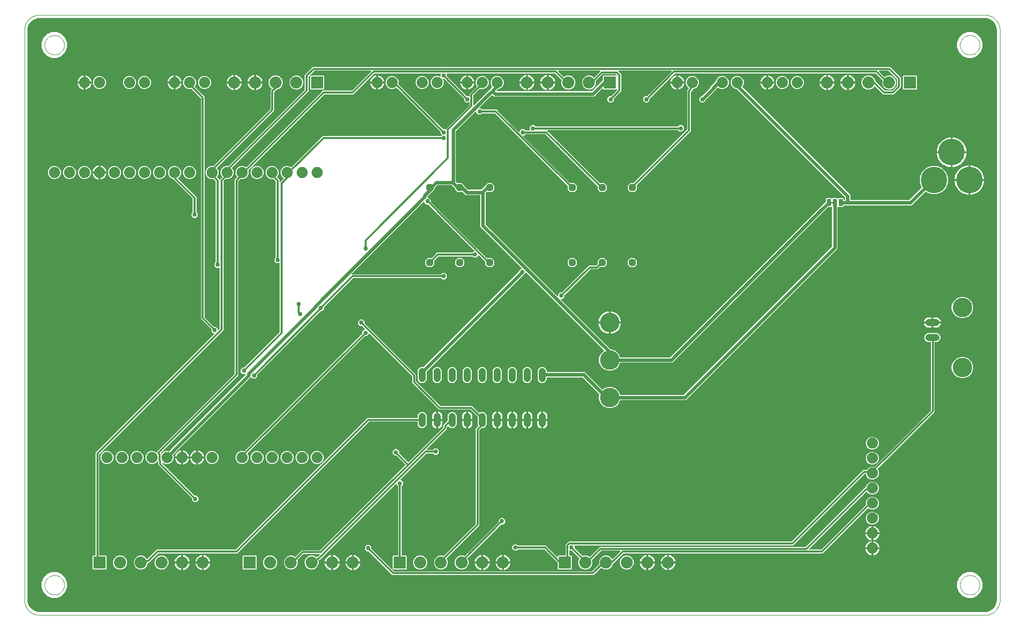
<source format=gtl>
G04 EAGLE Gerber RS-274X export*
G75*
%MOIN*%
%FSLAX24Y24*%
%LPD*%
%INTop Copper*%
%IPPOS*%
%AMOC8*
5,1,8,0,0,1.08239X$1,22.5*%
G01*
%ADD10C,0.000000*%
%ADD11C,0.074000*%
%ADD12R,0.080000X0.080000*%
%ADD13C,0.080000*%
%ADD14C,0.177000*%
%ADD15P,0.051955X8X112.500000*%
%ADD16P,0.051955X8X292.500000*%
%ADD17C,0.010000*%
%ADD18R,0.025000X0.050000*%
%ADD19C,0.130000*%
%ADD20C,0.047496*%
%ADD21C,0.129921*%
%ADD22C,0.048000*%
%ADD23C,0.012000*%
%ADD24C,0.029780*%
%ADD25C,0.024000*%

G36*
X64001Y201D02*
X64001Y201D01*
X64002Y201D01*
X64123Y210D01*
X64124Y210D01*
X64129Y212D01*
X64359Y286D01*
X64360Y287D01*
X64362Y288D01*
X64367Y290D01*
X64562Y432D01*
X64563Y433D01*
X64565Y434D01*
X64568Y438D01*
X64710Y633D01*
X64711Y635D01*
X64712Y636D01*
X64714Y641D01*
X64788Y871D01*
X64789Y872D01*
X64790Y877D01*
X64799Y998D01*
X64799Y1000D01*
X64799Y39000D01*
X64799Y39001D01*
X64799Y39002D01*
X64790Y39123D01*
X64790Y39124D01*
X64788Y39129D01*
X64714Y39359D01*
X64713Y39360D01*
X64712Y39362D01*
X64710Y39367D01*
X64568Y39562D01*
X64567Y39563D01*
X64566Y39565D01*
X64562Y39568D01*
X64367Y39710D01*
X64365Y39711D01*
X64364Y39712D01*
X64359Y39714D01*
X64129Y39788D01*
X64128Y39789D01*
X64123Y39790D01*
X64002Y39799D01*
X64000Y39799D01*
X1000Y39799D01*
X999Y39799D01*
X998Y39799D01*
X877Y39790D01*
X876Y39790D01*
X871Y39788D01*
X641Y39714D01*
X640Y39713D01*
X638Y39712D01*
X633Y39710D01*
X438Y39568D01*
X437Y39567D01*
X435Y39566D01*
X432Y39562D01*
X290Y39367D01*
X289Y39365D01*
X288Y39364D01*
X286Y39359D01*
X212Y39129D01*
X211Y39128D01*
X210Y39123D01*
X201Y39002D01*
X201Y39000D01*
X201Y1000D01*
X201Y999D01*
X201Y998D01*
X210Y877D01*
X210Y876D01*
X212Y871D01*
X286Y641D01*
X287Y640D01*
X288Y638D01*
X290Y633D01*
X432Y438D01*
X433Y437D01*
X434Y435D01*
X438Y432D01*
X633Y290D01*
X635Y289D01*
X636Y288D01*
X641Y286D01*
X871Y212D01*
X872Y211D01*
X877Y210D01*
X998Y201D01*
X1000Y201D01*
X64000Y201D01*
X64001Y201D01*
G37*
%LPC*%
G36*
X4575Y3039D02*
X4575Y3039D01*
X4539Y3075D01*
X4539Y3925D01*
X4575Y3961D01*
X4710Y3961D01*
X4711Y3961D01*
X4712Y3961D01*
X4716Y3962D01*
X4719Y3962D01*
X4720Y3963D01*
X4721Y3963D01*
X4725Y3965D01*
X4728Y3967D01*
X4729Y3968D01*
X4732Y3971D01*
X4734Y3974D01*
X4735Y3975D01*
X4735Y3976D01*
X4737Y3979D01*
X4738Y3983D01*
X4738Y3984D01*
X4739Y3985D01*
X4739Y3990D01*
X4739Y10805D01*
X4819Y10884D01*
X12665Y18730D01*
X12666Y18733D01*
X12668Y18735D01*
X12669Y18737D01*
X12670Y18738D01*
X12671Y18741D01*
X12672Y18744D01*
X12672Y18746D01*
X12673Y18747D01*
X12673Y18750D01*
X12673Y18753D01*
X12673Y18755D01*
X12673Y18757D01*
X12672Y18760D01*
X12671Y18763D01*
X12670Y18764D01*
X12669Y18766D01*
X12667Y18768D01*
X12666Y18771D01*
X12664Y18772D01*
X12663Y18773D01*
X12661Y18775D01*
X12658Y18777D01*
X12657Y18777D01*
X12655Y18778D01*
X12652Y18779D01*
X12649Y18780D01*
X12646Y18780D01*
X12645Y18780D01*
X12644Y18780D01*
X12603Y18780D01*
X12480Y18903D01*
X12480Y19017D01*
X12480Y19021D01*
X12479Y19025D01*
X12479Y19026D01*
X12477Y19030D01*
X12475Y19033D01*
X12475Y19034D01*
X12474Y19035D01*
X12472Y19037D01*
X11759Y19750D01*
X11759Y34453D01*
X11759Y34454D01*
X11759Y34456D01*
X11759Y34457D01*
X11758Y34461D01*
X11758Y34462D01*
X11756Y34466D01*
X11754Y34469D01*
X11753Y34470D01*
X11753Y34471D01*
X11751Y34474D01*
X11149Y35076D01*
X11148Y35076D01*
X11145Y35079D01*
X11141Y35081D01*
X11136Y35083D01*
X11132Y35084D01*
X11131Y35084D01*
X11127Y35084D01*
X11122Y35084D01*
X11117Y35082D01*
X11086Y35069D01*
X10914Y35069D01*
X10756Y35135D01*
X10635Y35256D01*
X10569Y35414D01*
X10569Y35586D01*
X10635Y35744D01*
X10756Y35865D01*
X10914Y35931D01*
X11086Y35931D01*
X11244Y35865D01*
X11365Y35744D01*
X11431Y35586D01*
X11431Y35414D01*
X11365Y35256D01*
X11358Y35249D01*
X11358Y35248D01*
X11357Y35247D01*
X11355Y35244D01*
X11353Y35241D01*
X11352Y35240D01*
X11352Y35239D01*
X11351Y35236D01*
X11350Y35232D01*
X11350Y35231D01*
X11350Y35230D01*
X11350Y35226D01*
X11350Y35222D01*
X11351Y35221D01*
X11351Y35220D01*
X11352Y35217D01*
X11354Y35214D01*
X11354Y35213D01*
X11355Y35212D01*
X11358Y35208D01*
X12001Y34565D01*
X12001Y19862D01*
X12001Y19858D01*
X12002Y19854D01*
X12002Y19853D01*
X12004Y19849D01*
X12006Y19846D01*
X12007Y19845D01*
X12007Y19844D01*
X12009Y19841D01*
X12643Y19208D01*
X12646Y19206D01*
X12649Y19203D01*
X12650Y19203D01*
X12654Y19202D01*
X12658Y19200D01*
X12659Y19200D01*
X12660Y19200D01*
X12663Y19200D01*
X12777Y19200D01*
X12900Y19077D01*
X12900Y19036D01*
X12900Y19035D01*
X12900Y19033D01*
X12900Y19030D01*
X12901Y19028D01*
X12901Y19027D01*
X12903Y19024D01*
X12904Y19021D01*
X12905Y19020D01*
X12906Y19018D01*
X12908Y19016D01*
X12910Y19014D01*
X12911Y19013D01*
X12913Y19012D01*
X12915Y19010D01*
X12918Y19009D01*
X12920Y19009D01*
X12921Y19008D01*
X12924Y19007D01*
X12927Y19007D01*
X12929Y19007D01*
X12931Y19007D01*
X12934Y19008D01*
X12937Y19008D01*
X12938Y19009D01*
X12940Y19009D01*
X12943Y19011D01*
X12945Y19012D01*
X12948Y19014D01*
X12949Y19015D01*
X12950Y19015D01*
X13011Y19076D01*
X13013Y19079D01*
X13013Y19080D01*
X13015Y19083D01*
X13016Y19084D01*
X13017Y19088D01*
X13019Y19092D01*
X13019Y19093D01*
X13019Y19094D01*
X13019Y19097D01*
X13019Y23137D01*
X13019Y23140D01*
X13019Y23143D01*
X13018Y23145D01*
X13018Y23147D01*
X13016Y23149D01*
X13015Y23152D01*
X13014Y23153D01*
X13013Y23155D01*
X13011Y23157D01*
X13009Y23159D01*
X13008Y23160D01*
X13006Y23162D01*
X13003Y23163D01*
X13001Y23164D01*
X12999Y23165D01*
X12997Y23165D01*
X12995Y23166D01*
X12992Y23166D01*
X12990Y23166D01*
X12988Y23166D01*
X12985Y23166D01*
X12982Y23165D01*
X12980Y23165D01*
X12979Y23164D01*
X12976Y23163D01*
X12973Y23161D01*
X12971Y23159D01*
X12970Y23159D01*
X12969Y23158D01*
X12957Y23145D01*
X12783Y23145D01*
X12660Y23268D01*
X12660Y23442D01*
X12741Y23522D01*
X12743Y23525D01*
X12743Y23526D01*
X12744Y23526D01*
X12745Y23528D01*
X12746Y23529D01*
X12746Y23530D01*
X12747Y23534D01*
X12749Y23537D01*
X12749Y23539D01*
X12749Y23540D01*
X12749Y23543D01*
X12749Y28918D01*
X12749Y28922D01*
X12748Y28926D01*
X12748Y28927D01*
X12746Y28931D01*
X12744Y28934D01*
X12743Y28935D01*
X12743Y28936D01*
X12741Y28939D01*
X12617Y29063D01*
X12613Y29065D01*
X12609Y29068D01*
X12604Y29070D01*
X12600Y29071D01*
X12595Y29071D01*
X12590Y29071D01*
X12590Y29070D01*
X12586Y29069D01*
X12414Y29069D01*
X12256Y29135D01*
X12135Y29256D01*
X12069Y29414D01*
X12069Y29586D01*
X12135Y29744D01*
X12256Y29865D01*
X12414Y29931D01*
X12586Y29931D01*
X12588Y29930D01*
X12589Y29930D01*
X12593Y29929D01*
X12598Y29927D01*
X12602Y29928D01*
X12607Y29928D01*
X12612Y29930D01*
X12616Y29932D01*
X12616Y29933D01*
X12620Y29936D01*
X16386Y33701D01*
X16388Y33704D01*
X16388Y33705D01*
X16390Y33708D01*
X16391Y33709D01*
X16392Y33713D01*
X16394Y33717D01*
X16394Y33718D01*
X16394Y33719D01*
X16394Y33722D01*
X16394Y34970D01*
X16488Y35064D01*
X16489Y35065D01*
X16490Y35067D01*
X16492Y35069D01*
X16493Y35071D01*
X16494Y35073D01*
X16495Y35075D01*
X16495Y35078D01*
X16496Y35081D01*
X16496Y35083D01*
X16496Y35085D01*
X16496Y35087D01*
X16496Y35090D01*
X16495Y35092D01*
X16495Y35094D01*
X16493Y35096D01*
X16492Y35099D01*
X16491Y35101D01*
X16490Y35102D01*
X16488Y35104D01*
X16486Y35106D01*
X16486Y35107D01*
X16353Y35239D01*
X16283Y35408D01*
X16283Y35592D01*
X16353Y35761D01*
X16483Y35891D01*
X16652Y35961D01*
X16836Y35961D01*
X17005Y35891D01*
X17135Y35761D01*
X17205Y35592D01*
X17205Y35408D01*
X17135Y35239D01*
X17005Y35109D01*
X16836Y35039D01*
X16817Y35039D01*
X16813Y35039D01*
X16809Y35038D01*
X16808Y35038D01*
X16804Y35036D01*
X16801Y35034D01*
X16800Y35033D01*
X16799Y35033D01*
X16796Y35031D01*
X16644Y34879D01*
X16642Y34875D01*
X16640Y34872D01*
X16639Y34871D01*
X16638Y34867D01*
X16636Y34863D01*
X16636Y34862D01*
X16636Y34861D01*
X16636Y34858D01*
X16636Y33610D01*
X16556Y33531D01*
X12838Y29812D01*
X12837Y29811D01*
X12835Y29808D01*
X12833Y29805D01*
X12832Y29804D01*
X12832Y29803D01*
X12831Y29799D01*
X12830Y29795D01*
X12830Y29794D01*
X12830Y29793D01*
X12830Y29790D01*
X12830Y29786D01*
X12831Y29785D01*
X12831Y29784D01*
X12832Y29780D01*
X12834Y29777D01*
X12834Y29776D01*
X12835Y29775D01*
X12838Y29771D01*
X12865Y29744D01*
X12931Y29586D01*
X12931Y29414D01*
X12865Y29256D01*
X12836Y29226D01*
X12835Y29226D01*
X12834Y29225D01*
X12832Y29222D01*
X12830Y29219D01*
X12830Y29218D01*
X12829Y29217D01*
X12828Y29213D01*
X12827Y29210D01*
X12827Y29208D01*
X12827Y29207D01*
X12828Y29204D01*
X12828Y29200D01*
X12828Y29199D01*
X12828Y29198D01*
X12830Y29195D01*
X12831Y29191D01*
X12832Y29190D01*
X12832Y29189D01*
X12836Y29185D01*
X12984Y29036D01*
X12985Y29036D01*
X12986Y29035D01*
X12989Y29033D01*
X12992Y29031D01*
X12993Y29031D01*
X12994Y29030D01*
X12998Y29029D01*
X13001Y29028D01*
X13002Y29028D01*
X13003Y29028D01*
X13007Y29028D01*
X13011Y29028D01*
X13012Y29029D01*
X13013Y29029D01*
X13016Y29031D01*
X13020Y29032D01*
X13021Y29033D01*
X13022Y29033D01*
X13026Y29036D01*
X13099Y29109D01*
X13169Y29180D01*
X13170Y29181D01*
X13171Y29182D01*
X13173Y29185D01*
X13175Y29188D01*
X13175Y29189D01*
X13176Y29190D01*
X13177Y29193D01*
X13178Y29197D01*
X13178Y29198D01*
X13178Y29199D01*
X13177Y29203D01*
X13177Y29207D01*
X13177Y29208D01*
X13177Y29209D01*
X13175Y29212D01*
X13174Y29216D01*
X13173Y29216D01*
X13173Y29217D01*
X13169Y29221D01*
X13135Y29256D01*
X13069Y29414D01*
X13069Y29586D01*
X13135Y29744D01*
X13256Y29865D01*
X13414Y29931D01*
X13589Y29931D01*
X13591Y29930D01*
X13595Y29931D01*
X13600Y29931D01*
X13604Y29933D01*
X13609Y29935D01*
X13613Y29939D01*
X18681Y35006D01*
X18683Y35010D01*
X18685Y35013D01*
X18686Y35014D01*
X18687Y35018D01*
X18689Y35022D01*
X18689Y35023D01*
X18689Y35024D01*
X18689Y35027D01*
X18689Y36005D01*
X19210Y36526D01*
X57695Y36526D01*
X58396Y35825D01*
X58396Y35185D01*
X57920Y34709D01*
X57235Y34709D01*
X56686Y35258D01*
X56685Y35259D01*
X56683Y35261D01*
X56681Y35262D01*
X56679Y35263D01*
X56677Y35264D01*
X56675Y35265D01*
X56672Y35265D01*
X56669Y35266D01*
X56667Y35266D01*
X56665Y35266D01*
X56663Y35266D01*
X56660Y35266D01*
X56658Y35265D01*
X56656Y35265D01*
X56654Y35264D01*
X56651Y35262D01*
X56649Y35261D01*
X56648Y35260D01*
X56646Y35258D01*
X56644Y35256D01*
X56642Y35255D01*
X56641Y35253D01*
X56639Y35248D01*
X56635Y35239D01*
X56505Y35109D01*
X56336Y35039D01*
X56152Y35039D01*
X55983Y35109D01*
X55853Y35239D01*
X55783Y35408D01*
X55783Y35592D01*
X55853Y35761D01*
X55983Y35891D01*
X56152Y35961D01*
X56336Y35961D01*
X56505Y35891D01*
X56635Y35761D01*
X56705Y35591D01*
X56705Y35589D01*
X56706Y35585D01*
X56706Y35584D01*
X56707Y35582D01*
X56708Y35581D01*
X56708Y35580D01*
X56710Y35577D01*
X56711Y35576D01*
X56711Y35575D01*
X56712Y35575D01*
X56712Y35574D01*
X56713Y35573D01*
X56713Y35572D01*
X57326Y34959D01*
X57330Y34957D01*
X57333Y34955D01*
X57334Y34954D01*
X57338Y34953D01*
X57342Y34951D01*
X57343Y34951D01*
X57344Y34951D01*
X57347Y34951D01*
X57808Y34951D01*
X57812Y34951D01*
X57816Y34952D01*
X57817Y34952D01*
X57821Y34954D01*
X57824Y34956D01*
X57825Y34957D01*
X57826Y34957D01*
X57829Y34959D01*
X58146Y35276D01*
X58148Y35280D01*
X58150Y35283D01*
X58151Y35284D01*
X58152Y35288D01*
X58154Y35292D01*
X58154Y35293D01*
X58154Y35294D01*
X58154Y35297D01*
X58154Y35713D01*
X58154Y35717D01*
X58153Y35721D01*
X58153Y35722D01*
X58151Y35726D01*
X58149Y35729D01*
X58148Y35730D01*
X58148Y35731D01*
X58146Y35734D01*
X57604Y36276D01*
X57600Y36278D01*
X57597Y36280D01*
X57596Y36281D01*
X57592Y36282D01*
X57588Y36284D01*
X57587Y36284D01*
X57586Y36284D01*
X57583Y36284D01*
X56972Y36284D01*
X56969Y36284D01*
X56966Y36284D01*
X56965Y36283D01*
X56963Y36283D01*
X56960Y36281D01*
X56957Y36280D01*
X56956Y36279D01*
X56954Y36278D01*
X56952Y36276D01*
X56950Y36274D01*
X56949Y36273D01*
X56948Y36271D01*
X56947Y36268D01*
X56945Y36266D01*
X56945Y36264D01*
X56944Y36262D01*
X56944Y36260D01*
X56943Y36257D01*
X56943Y36255D01*
X56943Y36253D01*
X56944Y36250D01*
X56944Y36247D01*
X56945Y36245D01*
X56945Y36244D01*
X56947Y36241D01*
X56948Y36238D01*
X56950Y36236D01*
X56951Y36235D01*
X56951Y36234D01*
X57307Y35878D01*
X57308Y35878D01*
X57309Y35877D01*
X57312Y35875D01*
X57315Y35873D01*
X57316Y35872D01*
X57317Y35872D01*
X57321Y35871D01*
X57324Y35870D01*
X57325Y35870D01*
X57326Y35870D01*
X57330Y35870D01*
X57334Y35870D01*
X57335Y35871D01*
X57336Y35871D01*
X57339Y35872D01*
X57343Y35874D01*
X57344Y35874D01*
X57345Y35875D01*
X57349Y35878D01*
X57361Y35891D01*
X57530Y35961D01*
X57714Y35961D01*
X57883Y35891D01*
X58013Y35761D01*
X58083Y35592D01*
X58083Y35408D01*
X58013Y35239D01*
X57883Y35109D01*
X57714Y35039D01*
X57530Y35039D01*
X57361Y35109D01*
X57231Y35239D01*
X57161Y35408D01*
X57161Y35592D01*
X57181Y35638D01*
X57182Y35643D01*
X57183Y35647D01*
X57183Y35648D01*
X57182Y35652D01*
X57182Y35657D01*
X57180Y35661D01*
X57178Y35666D01*
X57174Y35670D01*
X56749Y36096D01*
X56745Y36098D01*
X56742Y36100D01*
X56741Y36101D01*
X56737Y36102D01*
X56733Y36104D01*
X56732Y36104D01*
X56731Y36104D01*
X56728Y36104D01*
X43352Y36104D01*
X43348Y36104D01*
X43344Y36103D01*
X43343Y36103D01*
X43339Y36101D01*
X43336Y36099D01*
X43335Y36098D01*
X43334Y36098D01*
X43331Y36096D01*
X41663Y34427D01*
X41661Y34424D01*
X41658Y34421D01*
X41658Y34420D01*
X41657Y34416D01*
X41655Y34412D01*
X41655Y34411D01*
X41655Y34410D01*
X41655Y34407D01*
X41655Y34293D01*
X41532Y34170D01*
X41358Y34170D01*
X41235Y34293D01*
X41235Y34467D01*
X41358Y34590D01*
X41472Y34590D01*
X41476Y34590D01*
X41480Y34591D01*
X41481Y34591D01*
X41485Y34593D01*
X41488Y34595D01*
X41489Y34595D01*
X41490Y34596D01*
X41492Y34598D01*
X43129Y36234D01*
X43130Y36237D01*
X43132Y36239D01*
X43133Y36241D01*
X43134Y36242D01*
X43135Y36245D01*
X43136Y36248D01*
X43136Y36249D01*
X43137Y36251D01*
X43137Y36254D01*
X43137Y36257D01*
X43137Y36259D01*
X43137Y36261D01*
X43135Y36264D01*
X43135Y36266D01*
X43134Y36268D01*
X43133Y36270D01*
X43131Y36272D01*
X43130Y36274D01*
X43128Y36276D01*
X43127Y36277D01*
X43125Y36279D01*
X43122Y36280D01*
X43120Y36281D01*
X43119Y36282D01*
X43116Y36283D01*
X43113Y36284D01*
X43110Y36284D01*
X43109Y36284D01*
X43108Y36284D01*
X39602Y36284D01*
X39599Y36284D01*
X39596Y36284D01*
X39595Y36283D01*
X39593Y36283D01*
X39590Y36281D01*
X39587Y36280D01*
X39586Y36279D01*
X39584Y36278D01*
X39582Y36276D01*
X39580Y36274D01*
X39579Y36273D01*
X39578Y36271D01*
X39577Y36268D01*
X39575Y36266D01*
X39575Y36264D01*
X39574Y36262D01*
X39574Y36260D01*
X39573Y36257D01*
X39573Y36255D01*
X39573Y36253D01*
X39574Y36250D01*
X39574Y36247D01*
X39575Y36245D01*
X39575Y36244D01*
X39577Y36241D01*
X39578Y36238D01*
X39580Y36236D01*
X39581Y36235D01*
X39581Y36234D01*
X39594Y36221D01*
X39766Y36050D01*
X39766Y34915D01*
X39278Y34427D01*
X39276Y34424D01*
X39273Y34421D01*
X39273Y34420D01*
X39272Y34416D01*
X39270Y34412D01*
X39270Y34411D01*
X39270Y34410D01*
X39270Y34407D01*
X39270Y34293D01*
X39147Y34170D01*
X38973Y34170D01*
X38850Y34293D01*
X38850Y34467D01*
X38973Y34590D01*
X39087Y34590D01*
X39091Y34590D01*
X39095Y34591D01*
X39096Y34591D01*
X39100Y34593D01*
X39103Y34595D01*
X39104Y34595D01*
X39105Y34596D01*
X39107Y34598D01*
X39516Y35006D01*
X39518Y35010D01*
X39520Y35013D01*
X39521Y35014D01*
X39522Y35018D01*
X39524Y35022D01*
X39524Y35023D01*
X39524Y35024D01*
X39524Y35027D01*
X39524Y35938D01*
X39524Y35942D01*
X39523Y35946D01*
X39523Y35947D01*
X39521Y35951D01*
X39519Y35954D01*
X39518Y35955D01*
X39518Y35956D01*
X39516Y35959D01*
X39424Y36051D01*
X39420Y36053D01*
X39417Y36055D01*
X39416Y36056D01*
X39412Y36057D01*
X39408Y36059D01*
X39407Y36059D01*
X39406Y36059D01*
X39403Y36059D01*
X38537Y36059D01*
X38533Y36059D01*
X38529Y36058D01*
X38528Y36058D01*
X38524Y36056D01*
X38521Y36054D01*
X38520Y36053D01*
X38519Y36053D01*
X38516Y36051D01*
X38089Y35623D01*
X38086Y35619D01*
X38084Y35616D01*
X38084Y35615D01*
X38082Y35611D01*
X38081Y35606D01*
X38081Y35602D01*
X38081Y35597D01*
X38083Y35592D01*
X38083Y35408D01*
X38013Y35239D01*
X37883Y35109D01*
X37714Y35039D01*
X37530Y35039D01*
X37361Y35109D01*
X37231Y35239D01*
X37161Y35408D01*
X37161Y35592D01*
X37231Y35761D01*
X37361Y35891D01*
X37530Y35961D01*
X37714Y35961D01*
X37883Y35891D01*
X37928Y35845D01*
X37929Y35845D01*
X37930Y35844D01*
X37933Y35842D01*
X37936Y35840D01*
X37937Y35840D01*
X37938Y35839D01*
X37942Y35838D01*
X37945Y35837D01*
X37946Y35837D01*
X37947Y35837D01*
X37951Y35837D01*
X37955Y35837D01*
X37956Y35838D01*
X37957Y35838D01*
X37960Y35839D01*
X37964Y35841D01*
X37965Y35841D01*
X37965Y35842D01*
X37970Y35845D01*
X38359Y36234D01*
X38360Y36237D01*
X38362Y36239D01*
X38363Y36241D01*
X38364Y36242D01*
X38365Y36245D01*
X38366Y36248D01*
X38366Y36249D01*
X38367Y36251D01*
X38367Y36254D01*
X38367Y36257D01*
X38367Y36259D01*
X38367Y36261D01*
X38365Y36264D01*
X38365Y36266D01*
X38364Y36268D01*
X38363Y36270D01*
X38361Y36272D01*
X38360Y36274D01*
X38358Y36276D01*
X38357Y36277D01*
X38355Y36279D01*
X38352Y36280D01*
X38350Y36281D01*
X38349Y36282D01*
X38346Y36283D01*
X38343Y36284D01*
X38340Y36284D01*
X38339Y36284D01*
X38338Y36284D01*
X35597Y36284D01*
X35594Y36284D01*
X35591Y36284D01*
X35590Y36283D01*
X35588Y36283D01*
X35585Y36281D01*
X35582Y36280D01*
X35581Y36279D01*
X35579Y36278D01*
X35577Y36276D01*
X35575Y36274D01*
X35574Y36273D01*
X35573Y36271D01*
X35572Y36268D01*
X35570Y36266D01*
X35570Y36264D01*
X35569Y36262D01*
X35569Y36260D01*
X35568Y36257D01*
X35568Y36255D01*
X35568Y36253D01*
X35569Y36250D01*
X35569Y36247D01*
X35570Y36245D01*
X35570Y36244D01*
X35572Y36241D01*
X35573Y36238D01*
X35575Y36236D01*
X35576Y36235D01*
X35576Y36234D01*
X35931Y35880D01*
X35932Y35879D01*
X35932Y35878D01*
X35936Y35876D01*
X35939Y35874D01*
X35940Y35874D01*
X35941Y35873D01*
X35944Y35873D01*
X35948Y35871D01*
X35949Y35872D01*
X35950Y35871D01*
X35954Y35872D01*
X35957Y35872D01*
X35958Y35872D01*
X35959Y35872D01*
X35963Y35874D01*
X35966Y35875D01*
X35967Y35876D01*
X35968Y35876D01*
X35972Y35880D01*
X35983Y35891D01*
X36152Y35961D01*
X36336Y35961D01*
X36505Y35891D01*
X36635Y35761D01*
X36705Y35592D01*
X36705Y35408D01*
X36635Y35239D01*
X36505Y35109D01*
X36336Y35039D01*
X36152Y35039D01*
X35983Y35109D01*
X35853Y35239D01*
X35783Y35408D01*
X35783Y35592D01*
X35803Y35640D01*
X35804Y35640D01*
X35804Y35642D01*
X35805Y35644D01*
X35805Y35646D01*
X35806Y35650D01*
X35805Y35652D01*
X35806Y35653D01*
X35805Y35655D01*
X35805Y35659D01*
X35803Y35662D01*
X35803Y35663D01*
X35803Y35664D01*
X35801Y35668D01*
X35797Y35672D01*
X35374Y36096D01*
X35370Y36098D01*
X35367Y36100D01*
X35366Y36101D01*
X35362Y36102D01*
X35358Y36104D01*
X35357Y36104D01*
X35356Y36104D01*
X35353Y36104D01*
X28163Y36104D01*
X28160Y36104D01*
X28157Y36104D01*
X28155Y36103D01*
X28153Y36103D01*
X28151Y36101D01*
X28148Y36100D01*
X28147Y36099D01*
X28145Y36098D01*
X28143Y36096D01*
X28141Y36094D01*
X28140Y36093D01*
X28138Y36091D01*
X28137Y36088D01*
X28136Y36086D01*
X28135Y36084D01*
X28135Y36082D01*
X28134Y36080D01*
X28134Y36077D01*
X28134Y36075D01*
X28134Y36073D01*
X28134Y36070D01*
X28135Y36067D01*
X28135Y36065D01*
X28136Y36064D01*
X28137Y36061D01*
X28139Y36058D01*
X28141Y36056D01*
X28141Y36055D01*
X28142Y36054D01*
X28155Y36042D01*
X28155Y35928D01*
X28155Y35924D01*
X28156Y35920D01*
X28156Y35919D01*
X28158Y35915D01*
X28160Y35912D01*
X28160Y35911D01*
X28161Y35910D01*
X28163Y35908D01*
X29473Y34598D01*
X29476Y34596D01*
X29479Y34593D01*
X29480Y34593D01*
X29484Y34591D01*
X29488Y34590D01*
X29489Y34590D01*
X29490Y34590D01*
X29493Y34590D01*
X29607Y34590D01*
X29619Y34577D01*
X29622Y34575D01*
X29624Y34573D01*
X29625Y34573D01*
X29626Y34573D01*
X29627Y34572D01*
X29630Y34571D01*
X29633Y34570D01*
X29634Y34569D01*
X29636Y34569D01*
X29639Y34569D01*
X29642Y34569D01*
X29644Y34569D01*
X29646Y34569D01*
X29649Y34570D01*
X29651Y34571D01*
X29653Y34572D01*
X29655Y34573D01*
X29657Y34574D01*
X29659Y34576D01*
X29661Y34577D01*
X29662Y34579D01*
X29664Y34581D01*
X29664Y34582D01*
X29665Y34583D01*
X29666Y34585D01*
X29667Y34587D01*
X29668Y34589D01*
X29668Y34591D01*
X29669Y34592D01*
X29669Y34595D01*
X29669Y34596D01*
X29669Y34597D01*
X29669Y34598D01*
X29669Y34745D01*
X30137Y35213D01*
X30138Y35214D01*
X30140Y35217D01*
X30142Y35220D01*
X30143Y35221D01*
X30143Y35222D01*
X30144Y35226D01*
X30145Y35230D01*
X30145Y35231D01*
X30145Y35232D01*
X30145Y35235D01*
X30145Y35239D01*
X30144Y35240D01*
X30144Y35241D01*
X30143Y35245D01*
X30141Y35248D01*
X30141Y35249D01*
X30140Y35250D01*
X30137Y35254D01*
X30135Y35256D01*
X30069Y35414D01*
X30069Y35586D01*
X30135Y35744D01*
X30256Y35865D01*
X30414Y35931D01*
X30586Y35931D01*
X30744Y35865D01*
X30865Y35744D01*
X30931Y35586D01*
X30931Y35414D01*
X30865Y35256D01*
X30744Y35135D01*
X30586Y35069D01*
X30414Y35069D01*
X30376Y35085D01*
X30372Y35086D01*
X30367Y35087D01*
X30362Y35087D01*
X30357Y35086D01*
X30353Y35084D01*
X30349Y35082D01*
X30344Y35079D01*
X29919Y34654D01*
X29917Y34650D01*
X29915Y34647D01*
X29914Y34646D01*
X29913Y34642D01*
X29911Y34638D01*
X29911Y34637D01*
X29911Y34636D01*
X29911Y34633D01*
X29911Y34017D01*
X29911Y34014D01*
X29911Y34011D01*
X29912Y34009D01*
X29912Y34008D01*
X29914Y34005D01*
X29915Y34002D01*
X29916Y34001D01*
X29917Y33999D01*
X29919Y33997D01*
X29921Y33995D01*
X29922Y33994D01*
X29924Y33993D01*
X29927Y33991D01*
X29929Y33990D01*
X29931Y33989D01*
X29933Y33989D01*
X29935Y33988D01*
X29938Y33988D01*
X29940Y33988D01*
X29942Y33988D01*
X29945Y33988D01*
X29948Y33989D01*
X29950Y33990D01*
X29951Y33990D01*
X29954Y33992D01*
X29957Y33993D01*
X29959Y33995D01*
X29960Y33996D01*
X29961Y33996D01*
X30973Y35009D01*
X31096Y35132D01*
X31157Y35193D01*
X31158Y35193D01*
X31158Y35194D01*
X31159Y35196D01*
X31160Y35196D01*
X31160Y35197D01*
X31162Y35200D01*
X31163Y35201D01*
X31163Y35202D01*
X31164Y35206D01*
X31165Y35209D01*
X31165Y35211D01*
X31165Y35212D01*
X31165Y35215D01*
X31165Y35219D01*
X31165Y35220D01*
X31164Y35221D01*
X31163Y35224D01*
X31161Y35228D01*
X31161Y35229D01*
X31160Y35230D01*
X31157Y35234D01*
X31135Y35256D01*
X31069Y35414D01*
X31069Y35586D01*
X31135Y35744D01*
X31256Y35865D01*
X31414Y35931D01*
X31586Y35931D01*
X31744Y35865D01*
X31865Y35744D01*
X31931Y35586D01*
X31931Y35414D01*
X31865Y35256D01*
X31744Y35135D01*
X31586Y35069D01*
X31557Y35069D01*
X31553Y35069D01*
X31549Y35068D01*
X31548Y35068D01*
X31544Y35066D01*
X31540Y35064D01*
X31540Y35063D01*
X31539Y35063D01*
X31536Y35061D01*
X31446Y34971D01*
X31445Y34968D01*
X31443Y34966D01*
X31442Y34964D01*
X31441Y34963D01*
X31440Y34960D01*
X31439Y34957D01*
X31439Y34956D01*
X31438Y34954D01*
X31438Y34951D01*
X31438Y34948D01*
X31438Y34946D01*
X31438Y34944D01*
X31439Y34941D01*
X31440Y34939D01*
X31441Y34937D01*
X31442Y34935D01*
X31444Y34933D01*
X31445Y34931D01*
X31447Y34929D01*
X31448Y34928D01*
X31450Y34926D01*
X31453Y34925D01*
X31454Y34924D01*
X31456Y34923D01*
X31459Y34922D01*
X31462Y34921D01*
X31465Y34921D01*
X31466Y34921D01*
X31467Y34921D01*
X37803Y34921D01*
X37807Y34921D01*
X37811Y34922D01*
X37812Y34922D01*
X37816Y34924D01*
X37820Y34926D01*
X37820Y34927D01*
X37821Y34927D01*
X37824Y34929D01*
X38531Y35636D01*
X38533Y35640D01*
X38535Y35643D01*
X38536Y35643D01*
X38536Y35644D01*
X38537Y35648D01*
X38539Y35652D01*
X38539Y35653D01*
X38539Y35654D01*
X38539Y35657D01*
X38539Y35925D01*
X38575Y35961D01*
X39425Y35961D01*
X39461Y35925D01*
X39461Y35075D01*
X39425Y35039D01*
X38575Y35039D01*
X38531Y35083D01*
X38530Y35084D01*
X38529Y35085D01*
X38528Y35086D01*
X38526Y35087D01*
X38523Y35089D01*
X38521Y35090D01*
X38519Y35091D01*
X38517Y35091D01*
X38515Y35092D01*
X38512Y35092D01*
X38510Y35092D01*
X38508Y35092D01*
X38505Y35092D01*
X38502Y35091D01*
X38500Y35090D01*
X38499Y35090D01*
X38496Y35088D01*
X38495Y35088D01*
X38493Y35087D01*
X38491Y35085D01*
X38490Y35084D01*
X38489Y35084D01*
X38079Y34674D01*
X37965Y34559D01*
X31290Y34559D01*
X31183Y34666D01*
X31182Y34667D01*
X31182Y34668D01*
X31178Y34670D01*
X31175Y34672D01*
X31174Y34672D01*
X31173Y34673D01*
X31170Y34673D01*
X31166Y34675D01*
X31165Y34674D01*
X31164Y34675D01*
X31160Y34674D01*
X31157Y34674D01*
X31156Y34674D01*
X31155Y34674D01*
X31151Y34672D01*
X31148Y34671D01*
X31147Y34670D01*
X31146Y34670D01*
X31142Y34666D01*
X30305Y33830D01*
X30303Y33827D01*
X30301Y33825D01*
X30301Y33823D01*
X30300Y33822D01*
X30299Y33819D01*
X30298Y33816D01*
X30297Y33814D01*
X30297Y33813D01*
X30297Y33810D01*
X30297Y33807D01*
X30297Y33805D01*
X30297Y33803D01*
X30298Y33800D01*
X30299Y33797D01*
X30300Y33796D01*
X30301Y33794D01*
X30302Y33792D01*
X30304Y33789D01*
X30306Y33788D01*
X30307Y33787D01*
X30309Y33785D01*
X30312Y33783D01*
X30313Y33783D01*
X30315Y33782D01*
X30318Y33781D01*
X30320Y33780D01*
X30323Y33780D01*
X30324Y33780D01*
X30325Y33780D01*
X30326Y33780D01*
X30417Y33780D01*
X30497Y33699D01*
X30500Y33697D01*
X30503Y33695D01*
X30504Y33694D01*
X30505Y33694D01*
X30509Y33693D01*
X30512Y33691D01*
X30514Y33691D01*
X30515Y33691D01*
X30518Y33691D01*
X31460Y33691D01*
X31539Y33611D01*
X32950Y32200D01*
X32953Y32199D01*
X32955Y32197D01*
X32957Y32196D01*
X32958Y32195D01*
X32961Y32194D01*
X32964Y32193D01*
X32966Y32193D01*
X32967Y32192D01*
X32970Y32192D01*
X32973Y32192D01*
X32975Y32192D01*
X32977Y32192D01*
X32980Y32193D01*
X32983Y32194D01*
X32984Y32195D01*
X32986Y32196D01*
X32988Y32198D01*
X32991Y32199D01*
X32992Y32201D01*
X32993Y32202D01*
X32995Y32204D01*
X32997Y32207D01*
X32997Y32208D01*
X32998Y32210D01*
X32999Y32213D01*
X33000Y32216D01*
X33000Y32219D01*
X33000Y32220D01*
X33000Y32221D01*
X33000Y32262D01*
X33123Y32385D01*
X33297Y32385D01*
X33377Y32304D01*
X33380Y32302D01*
X33383Y32300D01*
X33384Y32299D01*
X33385Y32299D01*
X33389Y32298D01*
X33392Y32296D01*
X33394Y32296D01*
X33395Y32296D01*
X33398Y32296D01*
X33667Y32296D01*
X33670Y32296D01*
X33673Y32296D01*
X33675Y32297D01*
X33677Y32297D01*
X33679Y32299D01*
X33682Y32300D01*
X33683Y32301D01*
X33685Y32302D01*
X33687Y32304D01*
X33689Y32306D01*
X33690Y32307D01*
X33692Y32309D01*
X33693Y32312D01*
X33694Y32314D01*
X33695Y32316D01*
X33695Y32318D01*
X33696Y32320D01*
X33696Y32323D01*
X33696Y32325D01*
X33696Y32327D01*
X33696Y32330D01*
X33695Y32333D01*
X33695Y32335D01*
X33694Y32336D01*
X33693Y32339D01*
X33691Y32342D01*
X33689Y32344D01*
X33689Y32345D01*
X33688Y32346D01*
X33675Y32358D01*
X33675Y32532D01*
X33798Y32655D01*
X33972Y32655D01*
X34052Y32574D01*
X34055Y32572D01*
X34058Y32570D01*
X34059Y32569D01*
X34060Y32569D01*
X34064Y32568D01*
X34067Y32566D01*
X34069Y32566D01*
X34070Y32566D01*
X34073Y32566D01*
X43552Y32566D01*
X43556Y32566D01*
X43560Y32567D01*
X43561Y32567D01*
X43562Y32567D01*
X43565Y32569D01*
X43569Y32571D01*
X43570Y32572D01*
X43571Y32572D01*
X43573Y32574D01*
X43653Y32655D01*
X43827Y32655D01*
X43950Y32532D01*
X43950Y32358D01*
X43827Y32235D01*
X43653Y32235D01*
X43573Y32316D01*
X43570Y32318D01*
X43567Y32320D01*
X43566Y32321D01*
X43565Y32321D01*
X43561Y32322D01*
X43558Y32324D01*
X43556Y32324D01*
X43555Y32324D01*
X43552Y32324D01*
X34877Y32324D01*
X34874Y32324D01*
X34871Y32324D01*
X34870Y32323D01*
X34868Y32323D01*
X34865Y32321D01*
X34862Y32320D01*
X34861Y32319D01*
X34859Y32318D01*
X34857Y32316D01*
X34855Y32314D01*
X34854Y32313D01*
X34853Y32311D01*
X34852Y32308D01*
X34850Y32306D01*
X34850Y32304D01*
X34849Y32302D01*
X34849Y32300D01*
X34848Y32297D01*
X34848Y32295D01*
X34848Y32293D01*
X34849Y32290D01*
X34849Y32287D01*
X34850Y32285D01*
X34850Y32284D01*
X34852Y32281D01*
X34853Y32278D01*
X34855Y32276D01*
X34856Y32275D01*
X34856Y32274D01*
X34914Y32216D01*
X38332Y28799D01*
X38333Y28798D01*
X38334Y28797D01*
X38337Y28795D01*
X38340Y28793D01*
X38341Y28793D01*
X38342Y28792D01*
X38345Y28791D01*
X38349Y28790D01*
X38350Y28790D01*
X38351Y28790D01*
X38355Y28791D01*
X38359Y28791D01*
X38360Y28791D01*
X38361Y28791D01*
X38364Y28793D01*
X38367Y28794D01*
X38368Y28795D01*
X38369Y28795D01*
X38373Y28799D01*
X38375Y28801D01*
X38625Y28801D01*
X38801Y28625D01*
X38801Y28375D01*
X38625Y28199D01*
X38375Y28199D01*
X38199Y28375D01*
X38199Y28578D01*
X38199Y28582D01*
X38198Y28586D01*
X38198Y28587D01*
X38196Y28591D01*
X38194Y28594D01*
X38193Y28595D01*
X38193Y28596D01*
X38191Y28599D01*
X34744Y32046D01*
X34740Y32048D01*
X34737Y32050D01*
X34736Y32051D01*
X34732Y32052D01*
X34728Y32054D01*
X34727Y32054D01*
X34726Y32054D01*
X34723Y32054D01*
X33398Y32054D01*
X33394Y32054D01*
X33390Y32053D01*
X33389Y32053D01*
X33388Y32053D01*
X33385Y32051D01*
X33381Y32049D01*
X33380Y32048D01*
X33379Y32048D01*
X33379Y32047D01*
X33377Y32046D01*
X33297Y31965D01*
X33256Y31965D01*
X33253Y31965D01*
X33250Y31965D01*
X33248Y31964D01*
X33247Y31964D01*
X33244Y31962D01*
X33241Y31961D01*
X33240Y31960D01*
X33238Y31959D01*
X33236Y31957D01*
X33234Y31955D01*
X33233Y31954D01*
X33232Y31952D01*
X33230Y31950D01*
X33229Y31947D01*
X33229Y31945D01*
X33228Y31944D01*
X33227Y31941D01*
X33227Y31938D01*
X33227Y31936D01*
X33227Y31934D01*
X33228Y31931D01*
X33228Y31928D01*
X33229Y31927D01*
X33229Y31925D01*
X33231Y31922D01*
X33232Y31920D01*
X33234Y31917D01*
X33235Y31916D01*
X33235Y31915D01*
X36342Y28809D01*
X36343Y28808D01*
X36344Y28807D01*
X36347Y28805D01*
X36350Y28803D01*
X36351Y28803D01*
X36352Y28802D01*
X36355Y28801D01*
X36359Y28800D01*
X36360Y28800D01*
X36361Y28800D01*
X36365Y28801D01*
X36369Y28801D01*
X36625Y28801D01*
X36801Y28625D01*
X36801Y28375D01*
X36625Y28199D01*
X36375Y28199D01*
X36199Y28375D01*
X36199Y28598D01*
X36199Y28602D01*
X36198Y28606D01*
X36198Y28607D01*
X36196Y28611D01*
X36194Y28614D01*
X36193Y28615D01*
X36193Y28616D01*
X36191Y28619D01*
X31369Y33441D01*
X31365Y33443D01*
X31362Y33445D01*
X31361Y33446D01*
X31357Y33447D01*
X31353Y33449D01*
X31352Y33449D01*
X31351Y33449D01*
X31348Y33449D01*
X30518Y33449D01*
X30514Y33449D01*
X30510Y33448D01*
X30509Y33448D01*
X30508Y33448D01*
X30505Y33446D01*
X30501Y33444D01*
X30500Y33443D01*
X30499Y33443D01*
X30497Y33441D01*
X30417Y33360D01*
X30243Y33360D01*
X30120Y33483D01*
X30120Y33574D01*
X30120Y33577D01*
X30120Y33580D01*
X30119Y33582D01*
X30119Y33584D01*
X30117Y33586D01*
X30116Y33589D01*
X30115Y33590D01*
X30114Y33592D01*
X30112Y33594D01*
X30110Y33596D01*
X30109Y33597D01*
X30107Y33599D01*
X30105Y33600D01*
X30102Y33601D01*
X30100Y33602D01*
X30099Y33602D01*
X30096Y33603D01*
X30093Y33603D01*
X30091Y33603D01*
X30089Y33603D01*
X30086Y33603D01*
X30083Y33602D01*
X30082Y33601D01*
X30080Y33601D01*
X30077Y33599D01*
X30075Y33598D01*
X30072Y33596D01*
X30071Y33596D01*
X30070Y33595D01*
X28764Y32289D01*
X28762Y32285D01*
X28760Y32282D01*
X28759Y32282D01*
X28759Y32281D01*
X28758Y32277D01*
X28756Y32273D01*
X28756Y32272D01*
X28756Y32271D01*
X28756Y32268D01*
X28756Y28969D01*
X28756Y28967D01*
X28756Y28965D01*
X28757Y28960D01*
X28770Y28921D01*
X28759Y28900D01*
X28759Y28898D01*
X28758Y28897D01*
X28758Y28894D01*
X28757Y28890D01*
X28757Y28889D01*
X28756Y28888D01*
X28757Y28884D01*
X28757Y28881D01*
X28757Y28880D01*
X28757Y28879D01*
X28759Y28875D01*
X28760Y28872D01*
X28761Y28871D01*
X28761Y28870D01*
X28765Y28866D01*
X28832Y28799D01*
X28833Y28798D01*
X28834Y28797D01*
X28837Y28795D01*
X28840Y28793D01*
X28841Y28793D01*
X28842Y28792D01*
X28845Y28791D01*
X28849Y28790D01*
X28850Y28790D01*
X28851Y28790D01*
X28855Y28791D01*
X28858Y28791D01*
X28859Y28791D01*
X28861Y28791D01*
X28864Y28793D01*
X28867Y28794D01*
X28868Y28795D01*
X28869Y28795D01*
X28873Y28799D01*
X28875Y28801D01*
X29125Y28801D01*
X29301Y28625D01*
X29301Y28612D01*
X29301Y28608D01*
X29302Y28604D01*
X29302Y28603D01*
X29304Y28599D01*
X29306Y28595D01*
X29307Y28595D01*
X29307Y28594D01*
X29309Y28591D01*
X29541Y28359D01*
X29545Y28357D01*
X29548Y28355D01*
X29548Y28354D01*
X29549Y28354D01*
X29553Y28353D01*
X29557Y28351D01*
X29558Y28351D01*
X29559Y28351D01*
X29562Y28351D01*
X30423Y28351D01*
X30427Y28351D01*
X30431Y28352D01*
X30432Y28352D01*
X30436Y28354D01*
X30440Y28356D01*
X30440Y28357D01*
X30441Y28357D01*
X30444Y28359D01*
X30691Y28606D01*
X30693Y28610D01*
X30695Y28613D01*
X30696Y28613D01*
X30696Y28614D01*
X30697Y28618D01*
X30699Y28622D01*
X30699Y28623D01*
X30699Y28624D01*
X30875Y28801D01*
X31125Y28801D01*
X31301Y28625D01*
X31301Y28375D01*
X31125Y28199D01*
X30875Y28199D01*
X30856Y28219D01*
X30855Y28219D01*
X30854Y28220D01*
X30851Y28222D01*
X30848Y28224D01*
X30847Y28225D01*
X30846Y28225D01*
X30842Y28226D01*
X30839Y28227D01*
X30838Y28227D01*
X30837Y28227D01*
X30833Y28227D01*
X30829Y28227D01*
X30828Y28226D01*
X30827Y28226D01*
X30824Y28225D01*
X30820Y28223D01*
X30819Y28222D01*
X30814Y28219D01*
X30745Y28149D01*
X30744Y28148D01*
X30743Y28148D01*
X30741Y28144D01*
X30739Y28141D01*
X30739Y28140D01*
X30738Y28139D01*
X30738Y28136D01*
X30737Y28132D01*
X30737Y28131D01*
X30736Y28130D01*
X30737Y28126D01*
X30737Y28123D01*
X30737Y28122D01*
X30737Y28120D01*
X30739Y28115D01*
X30750Y28094D01*
X30737Y28055D01*
X30737Y28054D01*
X30737Y28053D01*
X30736Y28051D01*
X30736Y28046D01*
X30736Y26052D01*
X30736Y26048D01*
X30737Y26044D01*
X30737Y26043D01*
X30739Y26039D01*
X30741Y26035D01*
X30742Y26035D01*
X30742Y26034D01*
X30744Y26031D01*
X35515Y21260D01*
X35518Y21258D01*
X35520Y21256D01*
X35522Y21256D01*
X35523Y21255D01*
X35526Y21254D01*
X35529Y21253D01*
X35531Y21252D01*
X35532Y21252D01*
X35535Y21252D01*
X35538Y21252D01*
X35540Y21252D01*
X35542Y21252D01*
X35545Y21253D01*
X35548Y21254D01*
X35549Y21255D01*
X35551Y21256D01*
X35553Y21257D01*
X35556Y21259D01*
X35557Y21261D01*
X35558Y21262D01*
X35560Y21264D01*
X35562Y21267D01*
X35562Y21268D01*
X35563Y21270D01*
X35564Y21273D01*
X35565Y21275D01*
X35565Y21278D01*
X35565Y21279D01*
X35565Y21280D01*
X35565Y21281D01*
X35565Y21372D01*
X35688Y21495D01*
X35802Y21495D01*
X35806Y21495D01*
X35810Y21496D01*
X35811Y21496D01*
X35815Y21498D01*
X35818Y21500D01*
X35819Y21500D01*
X35820Y21501D01*
X35822Y21503D01*
X37615Y23296D01*
X38098Y23296D01*
X38102Y23296D01*
X38106Y23297D01*
X38107Y23297D01*
X38111Y23299D01*
X38114Y23301D01*
X38115Y23302D01*
X38116Y23302D01*
X38119Y23304D01*
X38191Y23376D01*
X38193Y23379D01*
X38193Y23380D01*
X38195Y23383D01*
X38196Y23384D01*
X38197Y23388D01*
X38199Y23392D01*
X38199Y23393D01*
X38199Y23394D01*
X38199Y23397D01*
X38199Y23625D01*
X38375Y23801D01*
X38625Y23801D01*
X38801Y23625D01*
X38801Y23375D01*
X38625Y23199D01*
X38367Y23199D01*
X38363Y23199D01*
X38359Y23198D01*
X38358Y23198D01*
X38354Y23196D01*
X38351Y23194D01*
X38350Y23193D01*
X38349Y23193D01*
X38346Y23191D01*
X38289Y23134D01*
X38210Y23054D01*
X37727Y23054D01*
X37723Y23054D01*
X37719Y23053D01*
X37718Y23053D01*
X37714Y23051D01*
X37711Y23049D01*
X37710Y23048D01*
X37709Y23048D01*
X37706Y23046D01*
X35993Y21332D01*
X35991Y21329D01*
X35988Y21326D01*
X35988Y21325D01*
X35987Y21321D01*
X35985Y21317D01*
X35985Y21316D01*
X35985Y21315D01*
X35985Y21312D01*
X35985Y21198D01*
X35862Y21075D01*
X35771Y21075D01*
X35768Y21075D01*
X35765Y21075D01*
X35763Y21074D01*
X35761Y21074D01*
X35759Y21072D01*
X35756Y21071D01*
X35755Y21070D01*
X35753Y21069D01*
X35751Y21067D01*
X35749Y21065D01*
X35748Y21064D01*
X35746Y21062D01*
X35745Y21060D01*
X35744Y21057D01*
X35743Y21055D01*
X35743Y21054D01*
X35742Y21051D01*
X35742Y21048D01*
X35742Y21046D01*
X35742Y21044D01*
X35742Y21041D01*
X35743Y21038D01*
X35744Y21037D01*
X35744Y21035D01*
X35746Y21032D01*
X35747Y21030D01*
X35749Y21027D01*
X35749Y21026D01*
X35750Y21025D01*
X39056Y17719D01*
X39060Y17717D01*
X39063Y17715D01*
X39063Y17714D01*
X39064Y17714D01*
X39068Y17713D01*
X39072Y17711D01*
X39073Y17711D01*
X39074Y17711D01*
X39077Y17711D01*
X39141Y17711D01*
X39403Y17603D01*
X39603Y17403D01*
X39687Y17199D01*
X39690Y17195D01*
X39692Y17191D01*
X39696Y17188D01*
X39699Y17185D01*
X39700Y17185D01*
X39704Y17183D01*
X39708Y17181D01*
X39709Y17181D01*
X39714Y17181D01*
X43013Y17181D01*
X43017Y17181D01*
X43021Y17182D01*
X43022Y17182D01*
X43026Y17184D01*
X43030Y17186D01*
X43030Y17187D01*
X43031Y17187D01*
X43034Y17189D01*
X53406Y27561D01*
X53408Y27565D01*
X53410Y27568D01*
X53411Y27568D01*
X53411Y27569D01*
X53412Y27573D01*
X53414Y27577D01*
X53414Y27578D01*
X53414Y27579D01*
X53414Y27582D01*
X53414Y27775D01*
X53450Y27811D01*
X53750Y27811D01*
X53779Y27782D01*
X53780Y27781D01*
X53781Y27780D01*
X53784Y27778D01*
X53787Y27776D01*
X53788Y27776D01*
X53789Y27775D01*
X53793Y27774D01*
X53796Y27773D01*
X53797Y27773D01*
X53798Y27773D01*
X53802Y27773D01*
X53806Y27774D01*
X53807Y27774D01*
X53808Y27774D01*
X53811Y27776D01*
X53815Y27777D01*
X53816Y27778D01*
X53817Y27778D01*
X53821Y27782D01*
X53850Y27811D01*
X54150Y27811D01*
X54179Y27782D01*
X54180Y27781D01*
X54181Y27780D01*
X54184Y27778D01*
X54187Y27776D01*
X54188Y27776D01*
X54189Y27775D01*
X54193Y27774D01*
X54196Y27773D01*
X54197Y27773D01*
X54198Y27773D01*
X54202Y27773D01*
X54206Y27774D01*
X54207Y27774D01*
X54208Y27774D01*
X54211Y27776D01*
X54215Y27777D01*
X54216Y27778D01*
X54217Y27778D01*
X54221Y27782D01*
X54250Y27811D01*
X54550Y27811D01*
X54586Y27775D01*
X54586Y27705D01*
X54586Y27704D01*
X54586Y27703D01*
X54587Y27699D01*
X54587Y27696D01*
X54588Y27695D01*
X54588Y27694D01*
X54590Y27690D01*
X54592Y27687D01*
X54593Y27686D01*
X54596Y27683D01*
X54599Y27681D01*
X54600Y27680D01*
X54601Y27680D01*
X54604Y27678D01*
X54608Y27677D01*
X54609Y27677D01*
X54610Y27676D01*
X54615Y27676D01*
X54645Y27676D01*
X54646Y27676D01*
X54647Y27676D01*
X54651Y27677D01*
X54654Y27677D01*
X54655Y27678D01*
X54656Y27678D01*
X54660Y27680D01*
X54663Y27682D01*
X54664Y27683D01*
X54667Y27686D01*
X54669Y27689D01*
X54670Y27690D01*
X54670Y27691D01*
X54672Y27694D01*
X54673Y27698D01*
X54673Y27699D01*
X54674Y27700D01*
X54674Y27705D01*
X54674Y27858D01*
X54674Y27862D01*
X54673Y27866D01*
X54673Y27867D01*
X54671Y27871D01*
X54669Y27875D01*
X54668Y27875D01*
X54668Y27876D01*
X54666Y27879D01*
X47484Y35061D01*
X47480Y35063D01*
X47477Y35065D01*
X47477Y35066D01*
X47476Y35066D01*
X47472Y35067D01*
X47468Y35069D01*
X47467Y35069D01*
X47466Y35069D01*
X47463Y35069D01*
X47414Y35069D01*
X47256Y35135D01*
X47135Y35256D01*
X47069Y35414D01*
X47069Y35586D01*
X47135Y35744D01*
X47256Y35865D01*
X47414Y35931D01*
X47586Y35931D01*
X47744Y35865D01*
X47865Y35744D01*
X47931Y35586D01*
X47931Y35414D01*
X47865Y35256D01*
X47853Y35244D01*
X47852Y35243D01*
X47852Y35242D01*
X47850Y35239D01*
X47848Y35236D01*
X47847Y35235D01*
X47847Y35234D01*
X47846Y35231D01*
X47845Y35227D01*
X47845Y35226D01*
X47845Y35225D01*
X47845Y35221D01*
X47845Y35217D01*
X47845Y35216D01*
X47846Y35215D01*
X47847Y35212D01*
X47849Y35208D01*
X47850Y35207D01*
X47853Y35203D01*
X55036Y28020D01*
X55036Y27705D01*
X55036Y27704D01*
X55036Y27703D01*
X55037Y27699D01*
X55037Y27696D01*
X55038Y27695D01*
X55038Y27694D01*
X55040Y27690D01*
X55042Y27687D01*
X55043Y27686D01*
X55046Y27683D01*
X55049Y27681D01*
X55050Y27680D01*
X55051Y27680D01*
X55054Y27678D01*
X55058Y27677D01*
X55059Y27677D01*
X55060Y27676D01*
X55065Y27676D01*
X58953Y27676D01*
X58957Y27676D01*
X58961Y27677D01*
X58962Y27677D01*
X58966Y27679D01*
X58970Y27681D01*
X58970Y27682D01*
X58971Y27682D01*
X58974Y27684D01*
X59776Y28486D01*
X59776Y28487D01*
X59779Y28490D01*
X59781Y28494D01*
X59783Y28499D01*
X59784Y28503D01*
X59784Y28504D01*
X59784Y28508D01*
X59784Y28513D01*
X59782Y28518D01*
X59661Y28812D01*
X59661Y29188D01*
X59805Y29536D01*
X60071Y29802D01*
X60418Y29946D01*
X60794Y29946D01*
X61142Y29802D01*
X61408Y29536D01*
X61552Y29188D01*
X61552Y28812D01*
X61408Y28464D01*
X61142Y28198D01*
X60794Y28054D01*
X60418Y28054D01*
X60071Y28198D01*
X60055Y28213D01*
X60055Y28214D01*
X60054Y28215D01*
X60051Y28216D01*
X60049Y28218D01*
X60048Y28219D01*
X60047Y28219D01*
X60046Y28220D01*
X60042Y28221D01*
X60040Y28221D01*
X60038Y28222D01*
X60037Y28222D01*
X60036Y28222D01*
X60035Y28222D01*
X60034Y28222D01*
X60033Y28222D01*
X60029Y28221D01*
X60028Y28221D01*
X60027Y28221D01*
X60026Y28220D01*
X60025Y28220D01*
X60023Y28219D01*
X60020Y28218D01*
X60019Y28217D01*
X60018Y28217D01*
X60017Y28216D01*
X60016Y28215D01*
X60014Y28213D01*
X59115Y27314D01*
X54615Y27314D01*
X54614Y27314D01*
X54613Y27314D01*
X54609Y27313D01*
X54606Y27313D01*
X54605Y27312D01*
X54604Y27312D01*
X54600Y27310D01*
X54597Y27308D01*
X54596Y27307D01*
X54593Y27304D01*
X54591Y27301D01*
X54590Y27300D01*
X54590Y27299D01*
X54588Y27296D01*
X54587Y27292D01*
X54587Y27291D01*
X54586Y27290D01*
X54586Y27285D01*
X54586Y27225D01*
X54550Y27189D01*
X54250Y27189D01*
X54231Y27208D01*
X54228Y27210D01*
X54226Y27212D01*
X54224Y27213D01*
X54223Y27214D01*
X54220Y27215D01*
X54217Y27216D01*
X54216Y27216D01*
X54214Y27217D01*
X54211Y27217D01*
X54208Y27217D01*
X54206Y27216D01*
X54204Y27216D01*
X54201Y27215D01*
X54199Y27215D01*
X54197Y27214D01*
X54195Y27213D01*
X54193Y27211D01*
X54191Y27210D01*
X54189Y27208D01*
X54188Y27207D01*
X54186Y27204D01*
X54185Y27202D01*
X54184Y27200D01*
X54183Y27199D01*
X54182Y27196D01*
X54181Y27193D01*
X54181Y27190D01*
X54181Y27189D01*
X54181Y27188D01*
X54181Y24425D01*
X44075Y14319D01*
X39714Y14319D01*
X39709Y14318D01*
X39705Y14318D01*
X39704Y14318D01*
X39700Y14315D01*
X39696Y14313D01*
X39693Y14310D01*
X39690Y14306D01*
X39689Y14306D01*
X39687Y14301D01*
X39603Y14097D01*
X39403Y13897D01*
X39141Y13789D01*
X38859Y13789D01*
X38597Y13897D01*
X38397Y14097D01*
X38289Y14359D01*
X38289Y14641D01*
X38309Y14690D01*
X38310Y14694D01*
X38311Y14699D01*
X38311Y14704D01*
X38310Y14708D01*
X38310Y14709D01*
X38308Y14713D01*
X38306Y14717D01*
X38303Y14721D01*
X37194Y15831D01*
X37190Y15833D01*
X37187Y15835D01*
X37187Y15836D01*
X37186Y15836D01*
X37182Y15837D01*
X37178Y15839D01*
X37177Y15839D01*
X37176Y15839D01*
X37173Y15839D01*
X34830Y15839D01*
X34829Y15839D01*
X34828Y15839D01*
X34824Y15838D01*
X34821Y15838D01*
X34820Y15837D01*
X34819Y15837D01*
X34815Y15835D01*
X34812Y15833D01*
X34811Y15832D01*
X34808Y15829D01*
X34806Y15826D01*
X34805Y15825D01*
X34805Y15824D01*
X34803Y15821D01*
X34802Y15817D01*
X34802Y15816D01*
X34801Y15815D01*
X34801Y15810D01*
X34801Y15700D01*
X34755Y15590D01*
X34670Y15505D01*
X34560Y15459D01*
X34440Y15459D01*
X34330Y15505D01*
X34245Y15590D01*
X34199Y15700D01*
X34199Y16300D01*
X34245Y16410D01*
X34330Y16495D01*
X34440Y16541D01*
X34560Y16541D01*
X34670Y16495D01*
X34755Y16410D01*
X34801Y16300D01*
X34801Y16230D01*
X34801Y16229D01*
X34801Y16228D01*
X34802Y16224D01*
X34802Y16221D01*
X34803Y16220D01*
X34803Y16219D01*
X34805Y16215D01*
X34807Y16212D01*
X34808Y16211D01*
X34811Y16208D01*
X34814Y16206D01*
X34815Y16205D01*
X34816Y16205D01*
X34819Y16203D01*
X34823Y16202D01*
X34824Y16202D01*
X34825Y16201D01*
X34830Y16201D01*
X37335Y16201D01*
X38495Y15041D01*
X38495Y15040D01*
X38496Y15040D01*
X38499Y15038D01*
X38502Y15035D01*
X38503Y15035D01*
X38504Y15035D01*
X38508Y15034D01*
X38511Y15033D01*
X38513Y15033D01*
X38514Y15033D01*
X38517Y15033D01*
X38521Y15033D01*
X38522Y15033D01*
X38523Y15034D01*
X38526Y15035D01*
X38530Y15036D01*
X38531Y15037D01*
X38532Y15038D01*
X38536Y15041D01*
X38597Y15103D01*
X38859Y15211D01*
X39141Y15211D01*
X39403Y15103D01*
X39603Y14903D01*
X39687Y14699D01*
X39690Y14695D01*
X39692Y14691D01*
X39696Y14688D01*
X39699Y14685D01*
X39700Y14685D01*
X39704Y14683D01*
X39708Y14681D01*
X39709Y14681D01*
X39714Y14681D01*
X43913Y14681D01*
X43917Y14681D01*
X43921Y14682D01*
X43922Y14682D01*
X43926Y14684D01*
X43930Y14686D01*
X43930Y14687D01*
X43931Y14687D01*
X43934Y14689D01*
X53811Y24566D01*
X53813Y24570D01*
X53815Y24573D01*
X53816Y24573D01*
X53816Y24574D01*
X53817Y24578D01*
X53819Y24582D01*
X53819Y24583D01*
X53819Y24584D01*
X53819Y24587D01*
X53819Y27188D01*
X53819Y27191D01*
X53819Y27194D01*
X53818Y27195D01*
X53818Y27197D01*
X53816Y27200D01*
X53815Y27202D01*
X53814Y27204D01*
X53813Y27206D01*
X53811Y27208D01*
X53809Y27210D01*
X53808Y27211D01*
X53806Y27212D01*
X53803Y27213D01*
X53801Y27215D01*
X53799Y27215D01*
X53797Y27216D01*
X53795Y27216D01*
X53792Y27217D01*
X53790Y27217D01*
X53788Y27217D01*
X53785Y27216D01*
X53782Y27216D01*
X53780Y27215D01*
X53779Y27215D01*
X53776Y27213D01*
X53773Y27212D01*
X53771Y27210D01*
X53770Y27209D01*
X53769Y27208D01*
X53750Y27189D01*
X53557Y27189D01*
X53553Y27189D01*
X53549Y27188D01*
X53548Y27188D01*
X53544Y27186D01*
X53540Y27184D01*
X53540Y27183D01*
X53539Y27183D01*
X53536Y27181D01*
X43175Y16819D01*
X39714Y16819D01*
X39709Y16818D01*
X39705Y16818D01*
X39704Y16818D01*
X39700Y16815D01*
X39696Y16813D01*
X39693Y16810D01*
X39690Y16806D01*
X39689Y16806D01*
X39687Y16801D01*
X39603Y16597D01*
X39403Y16397D01*
X39141Y16289D01*
X38859Y16289D01*
X38597Y16397D01*
X38397Y16597D01*
X38289Y16859D01*
X38289Y17141D01*
X38397Y17403D01*
X38597Y17603D01*
X38603Y17605D01*
X38604Y17606D01*
X38606Y17606D01*
X38608Y17608D01*
X38611Y17610D01*
X38612Y17611D01*
X38613Y17613D01*
X38615Y17615D01*
X38617Y17617D01*
X38617Y17619D01*
X38618Y17621D01*
X38619Y17623D01*
X38620Y17626D01*
X38620Y17628D01*
X38621Y17630D01*
X38620Y17633D01*
X38620Y17636D01*
X38620Y17638D01*
X38620Y17640D01*
X38618Y17642D01*
X38617Y17645D01*
X38616Y17646D01*
X38615Y17648D01*
X38612Y17652D01*
X33425Y22840D01*
X33422Y22842D01*
X33420Y22844D01*
X33418Y22844D01*
X33417Y22845D01*
X33414Y22846D01*
X33411Y22847D01*
X33409Y22848D01*
X33408Y22848D01*
X33405Y22848D01*
X33402Y22848D01*
X33400Y22848D01*
X33398Y22848D01*
X33395Y22847D01*
X33392Y22846D01*
X33391Y22845D01*
X33389Y22844D01*
X33387Y22843D01*
X33384Y22841D01*
X33383Y22839D01*
X33382Y22838D01*
X33380Y22836D01*
X33378Y22833D01*
X33378Y22832D01*
X33377Y22830D01*
X33376Y22827D01*
X33375Y22824D01*
X33375Y22822D01*
X33375Y22821D01*
X33375Y22820D01*
X33375Y22819D01*
X33375Y22773D01*
X33252Y22650D01*
X33223Y22650D01*
X33219Y22650D01*
X33215Y22649D01*
X33214Y22649D01*
X33210Y22647D01*
X33207Y22645D01*
X33206Y22645D01*
X33205Y22644D01*
X33202Y22642D01*
X26809Y16249D01*
X26807Y16246D01*
X26807Y16245D01*
X26805Y16242D01*
X26804Y16242D01*
X26804Y16241D01*
X26803Y16237D01*
X26801Y16233D01*
X26801Y16232D01*
X26801Y16231D01*
X26801Y16228D01*
X26801Y15700D01*
X26755Y15590D01*
X26670Y15505D01*
X26560Y15459D01*
X26440Y15459D01*
X26330Y15505D01*
X26245Y15590D01*
X26199Y15700D01*
X26199Y16300D01*
X26245Y16410D01*
X26330Y16495D01*
X26440Y16541D01*
X26560Y16541D01*
X26563Y16539D01*
X26568Y16538D01*
X26573Y16537D01*
X26577Y16538D01*
X26582Y16538D01*
X26586Y16540D01*
X26591Y16542D01*
X26595Y16546D01*
X32947Y22897D01*
X32949Y22901D01*
X32952Y22904D01*
X32952Y22905D01*
X32953Y22909D01*
X32955Y22913D01*
X32955Y22914D01*
X32955Y22915D01*
X32955Y22918D01*
X32955Y22947D01*
X33078Y23070D01*
X33124Y23070D01*
X33127Y23070D01*
X33130Y23070D01*
X33132Y23071D01*
X33134Y23071D01*
X33136Y23073D01*
X33139Y23074D01*
X33140Y23075D01*
X33142Y23076D01*
X33144Y23078D01*
X33146Y23080D01*
X33147Y23081D01*
X33149Y23083D01*
X33150Y23085D01*
X33151Y23088D01*
X33152Y23090D01*
X33152Y23091D01*
X33153Y23094D01*
X33153Y23097D01*
X33153Y23099D01*
X33153Y23101D01*
X33153Y23104D01*
X33152Y23107D01*
X33151Y23108D01*
X33151Y23110D01*
X33149Y23113D01*
X33148Y23115D01*
X33146Y23118D01*
X33146Y23119D01*
X33145Y23120D01*
X30489Y25776D01*
X30374Y25890D01*
X30374Y27960D01*
X30374Y27961D01*
X30374Y27962D01*
X30373Y27966D01*
X30373Y27969D01*
X30372Y27970D01*
X30372Y27971D01*
X30370Y27975D01*
X30368Y27978D01*
X30367Y27979D01*
X30364Y27982D01*
X30361Y27984D01*
X30360Y27985D01*
X30359Y27985D01*
X30356Y27987D01*
X30352Y27988D01*
X30351Y27988D01*
X30350Y27989D01*
X30345Y27989D01*
X29400Y27989D01*
X29178Y28211D01*
X29177Y28212D01*
X29176Y28213D01*
X29173Y28215D01*
X29170Y28217D01*
X29169Y28217D01*
X29168Y28218D01*
X29165Y28219D01*
X29161Y28220D01*
X29160Y28220D01*
X29159Y28220D01*
X29155Y28219D01*
X29152Y28219D01*
X29151Y28219D01*
X29149Y28219D01*
X29146Y28217D01*
X29143Y28216D01*
X29142Y28215D01*
X29141Y28215D01*
X29137Y28211D01*
X29125Y28199D01*
X28875Y28199D01*
X28699Y28375D01*
X28699Y28408D01*
X28699Y28412D01*
X28698Y28416D01*
X28698Y28417D01*
X28696Y28421D01*
X28694Y28425D01*
X28693Y28425D01*
X28693Y28426D01*
X28691Y28429D01*
X28464Y28656D01*
X28460Y28658D01*
X28457Y28660D01*
X28457Y28661D01*
X28456Y28661D01*
X28452Y28662D01*
X28448Y28664D01*
X28447Y28664D01*
X28446Y28664D01*
X28443Y28664D01*
X27537Y28664D01*
X27533Y28664D01*
X27529Y28663D01*
X27528Y28663D01*
X27524Y28661D01*
X27520Y28659D01*
X27520Y28658D01*
X27519Y28658D01*
X27516Y28656D01*
X27334Y28474D01*
X27332Y28470D01*
X27329Y28466D01*
X27327Y28462D01*
X27326Y28457D01*
X27326Y28452D01*
X27326Y28448D01*
X27326Y28447D01*
X27328Y28443D01*
X27331Y28435D01*
X27318Y28407D01*
X27318Y28405D01*
X27317Y28404D01*
X27316Y28401D01*
X27316Y28399D01*
X27316Y28398D01*
X27316Y28397D01*
X27316Y28395D01*
X27316Y28365D01*
X27290Y28340D01*
X27289Y28338D01*
X27287Y28336D01*
X27285Y28333D01*
X27285Y28332D01*
X27284Y28331D01*
X27270Y28298D01*
X27241Y28287D01*
X27239Y28286D01*
X27235Y28284D01*
X27234Y28283D01*
X27233Y28282D01*
X27231Y28281D01*
X26874Y27924D01*
X26872Y27920D01*
X26870Y27917D01*
X26869Y27917D01*
X26869Y27916D01*
X26868Y27912D01*
X26866Y27908D01*
X26866Y27907D01*
X26866Y27906D01*
X26866Y27903D01*
X26866Y27824D01*
X26866Y27823D01*
X26866Y27822D01*
X26867Y27818D01*
X26867Y27814D01*
X26868Y27814D01*
X26868Y27812D01*
X26870Y27809D01*
X26872Y27806D01*
X26873Y27805D01*
X26873Y27804D01*
X26876Y27802D01*
X26879Y27800D01*
X26880Y27799D01*
X26881Y27798D01*
X26884Y27797D01*
X26888Y27796D01*
X26889Y27796D01*
X26890Y27795D01*
X26895Y27795D01*
X26952Y27795D01*
X27075Y27672D01*
X27075Y27558D01*
X27075Y27554D01*
X27076Y27550D01*
X27076Y27549D01*
X27078Y27545D01*
X27080Y27542D01*
X27080Y27541D01*
X27081Y27540D01*
X27083Y27538D01*
X30821Y23799D01*
X30825Y23797D01*
X30828Y23795D01*
X30829Y23794D01*
X30833Y23793D01*
X30837Y23791D01*
X30838Y23791D01*
X30839Y23791D01*
X30842Y23791D01*
X30853Y23791D01*
X30857Y23791D01*
X30861Y23792D01*
X30862Y23792D01*
X30863Y23792D01*
X30866Y23794D01*
X30870Y23796D01*
X30871Y23797D01*
X30872Y23797D01*
X30874Y23799D01*
X30875Y23801D01*
X31125Y23801D01*
X31301Y23625D01*
X31301Y23375D01*
X31125Y23199D01*
X30875Y23199D01*
X30699Y23375D01*
X30699Y23568D01*
X30699Y23572D01*
X30698Y23576D01*
X30698Y23577D01*
X30696Y23581D01*
X30694Y23584D01*
X30693Y23585D01*
X30693Y23586D01*
X30691Y23589D01*
X30275Y24005D01*
X30272Y24006D01*
X30270Y24008D01*
X30268Y24009D01*
X30267Y24010D01*
X30264Y24011D01*
X30261Y24012D01*
X30259Y24012D01*
X30258Y24013D01*
X30255Y24013D01*
X30252Y24013D01*
X30250Y24013D01*
X30248Y24013D01*
X30245Y24012D01*
X30242Y24011D01*
X30241Y24010D01*
X30239Y24009D01*
X30237Y24007D01*
X30234Y24006D01*
X30233Y24004D01*
X30232Y24003D01*
X30230Y24001D01*
X30228Y23998D01*
X30228Y23997D01*
X30227Y23995D01*
X30226Y23992D01*
X30225Y23989D01*
X30225Y23986D01*
X30225Y23985D01*
X30225Y23984D01*
X30225Y23943D01*
X30102Y23820D01*
X29928Y23820D01*
X29848Y23901D01*
X29845Y23903D01*
X29842Y23905D01*
X29841Y23906D01*
X29840Y23906D01*
X29836Y23907D01*
X29833Y23909D01*
X29831Y23909D01*
X29830Y23909D01*
X29827Y23909D01*
X27602Y23909D01*
X27598Y23909D01*
X27594Y23908D01*
X27593Y23908D01*
X27589Y23906D01*
X27586Y23904D01*
X27585Y23903D01*
X27584Y23903D01*
X27581Y23901D01*
X27309Y23629D01*
X27307Y23625D01*
X27305Y23622D01*
X27304Y23621D01*
X27303Y23617D01*
X27301Y23613D01*
X27301Y23612D01*
X27301Y23611D01*
X27301Y23608D01*
X27301Y23375D01*
X27125Y23199D01*
X26875Y23199D01*
X26699Y23375D01*
X26699Y23625D01*
X26875Y23801D01*
X27128Y23801D01*
X27132Y23801D01*
X27136Y23802D01*
X27137Y23802D01*
X27141Y23804D01*
X27144Y23806D01*
X27145Y23807D01*
X27146Y23807D01*
X27149Y23809D01*
X27411Y24071D01*
X27490Y24151D01*
X29827Y24151D01*
X29831Y24151D01*
X29835Y24152D01*
X29836Y24152D01*
X29837Y24152D01*
X29840Y24154D01*
X29844Y24156D01*
X29845Y24157D01*
X29846Y24157D01*
X29848Y24159D01*
X29928Y24240D01*
X29969Y24240D01*
X29972Y24240D01*
X29975Y24240D01*
X29977Y24241D01*
X29978Y24241D01*
X29981Y24243D01*
X29984Y24244D01*
X29985Y24245D01*
X29987Y24246D01*
X29989Y24248D01*
X29991Y24250D01*
X29992Y24251D01*
X29993Y24253D01*
X29995Y24255D01*
X29996Y24258D01*
X29996Y24260D01*
X29997Y24261D01*
X29998Y24264D01*
X29998Y24267D01*
X29998Y24269D01*
X29998Y24271D01*
X29997Y24274D01*
X29997Y24277D01*
X29996Y24278D01*
X29996Y24280D01*
X29994Y24283D01*
X29993Y24285D01*
X29991Y24288D01*
X29990Y24289D01*
X29990Y24290D01*
X26912Y27367D01*
X26909Y27369D01*
X26906Y27372D01*
X26905Y27372D01*
X26901Y27373D01*
X26897Y27375D01*
X26896Y27375D01*
X26895Y27375D01*
X26892Y27375D01*
X26778Y27375D01*
X26655Y27498D01*
X26655Y27544D01*
X26655Y27547D01*
X26655Y27550D01*
X26654Y27552D01*
X26654Y27554D01*
X26652Y27556D01*
X26651Y27559D01*
X26650Y27560D01*
X26649Y27562D01*
X26647Y27564D01*
X26645Y27566D01*
X26644Y27567D01*
X26642Y27569D01*
X26640Y27570D01*
X26637Y27571D01*
X26635Y27572D01*
X26634Y27572D01*
X26631Y27573D01*
X26628Y27573D01*
X26626Y27573D01*
X26624Y27573D01*
X26621Y27573D01*
X26618Y27572D01*
X26617Y27571D01*
X26615Y27571D01*
X26612Y27569D01*
X26610Y27568D01*
X26607Y27566D01*
X26606Y27566D01*
X26605Y27565D01*
X21801Y22761D01*
X21800Y22758D01*
X21798Y22756D01*
X21797Y22754D01*
X21796Y22753D01*
X21795Y22750D01*
X21794Y22747D01*
X21794Y22746D01*
X21793Y22744D01*
X21793Y22741D01*
X21793Y22738D01*
X21793Y22736D01*
X21793Y22734D01*
X21794Y22731D01*
X21795Y22729D01*
X21796Y22727D01*
X21797Y22725D01*
X21799Y22723D01*
X21800Y22721D01*
X21802Y22719D01*
X21803Y22718D01*
X21805Y22716D01*
X21808Y22715D01*
X21809Y22714D01*
X21811Y22713D01*
X21814Y22712D01*
X21817Y22711D01*
X21820Y22711D01*
X21821Y22711D01*
X21822Y22711D01*
X27757Y22711D01*
X27761Y22711D01*
X27765Y22712D01*
X27766Y22712D01*
X27767Y22712D01*
X27770Y22714D01*
X27774Y22716D01*
X27775Y22717D01*
X27776Y22717D01*
X27778Y22719D01*
X27858Y22800D01*
X28032Y22800D01*
X28155Y22677D01*
X28155Y22503D01*
X28032Y22380D01*
X27858Y22380D01*
X27778Y22461D01*
X27775Y22463D01*
X27772Y22465D01*
X27771Y22466D01*
X27770Y22466D01*
X27766Y22467D01*
X27763Y22469D01*
X27761Y22469D01*
X27760Y22469D01*
X27757Y22469D01*
X21932Y22469D01*
X21928Y22469D01*
X21924Y22468D01*
X21923Y22468D01*
X21919Y22466D01*
X21916Y22464D01*
X21915Y22463D01*
X21914Y22463D01*
X21911Y22461D01*
X19973Y20522D01*
X19971Y20519D01*
X19968Y20516D01*
X19968Y20515D01*
X19967Y20511D01*
X19965Y20507D01*
X19965Y20506D01*
X19965Y20505D01*
X19965Y20502D01*
X19965Y20388D01*
X19842Y20265D01*
X19773Y20265D01*
X19769Y20265D01*
X19765Y20264D01*
X19764Y20264D01*
X19760Y20262D01*
X19757Y20260D01*
X19756Y20260D01*
X19755Y20259D01*
X19753Y20257D01*
X15518Y16022D01*
X15516Y16019D01*
X15513Y16016D01*
X15513Y16015D01*
X15512Y16011D01*
X15510Y16007D01*
X15510Y16006D01*
X15510Y16005D01*
X15510Y16002D01*
X15510Y15888D01*
X15387Y15765D01*
X15213Y15765D01*
X15120Y15858D01*
X15119Y15859D01*
X15119Y15860D01*
X15116Y15862D01*
X15112Y15864D01*
X15111Y15864D01*
X15111Y15865D01*
X15107Y15866D01*
X15103Y15867D01*
X15102Y15867D01*
X15101Y15867D01*
X15098Y15866D01*
X15094Y15866D01*
X15093Y15866D01*
X15092Y15866D01*
X15088Y15864D01*
X15085Y15863D01*
X15084Y15862D01*
X15083Y15862D01*
X15079Y15858D01*
X15006Y15786D01*
X10089Y10869D01*
X10087Y10865D01*
X10085Y10862D01*
X10084Y10862D01*
X10084Y10861D01*
X10083Y10857D01*
X10082Y10856D01*
X10082Y10855D01*
X10081Y10853D01*
X10081Y10852D01*
X10081Y10851D01*
X10081Y10848D01*
X10081Y10814D01*
X10081Y10813D01*
X10082Y10809D01*
X10082Y10804D01*
X10083Y10804D01*
X10083Y10803D01*
X10081Y10803D01*
X10078Y10803D01*
X10076Y10803D01*
X10073Y10802D01*
X10071Y10801D01*
X10069Y10801D01*
X10067Y10799D01*
X10065Y10798D01*
X10062Y10796D01*
X10061Y10795D01*
X9921Y10656D01*
X9918Y10652D01*
X9916Y10648D01*
X9914Y10643D01*
X9913Y10639D01*
X9913Y10634D01*
X9913Y10629D01*
X9915Y10624D01*
X9931Y10586D01*
X9931Y10414D01*
X9865Y10256D01*
X9744Y10135D01*
X9586Y10069D01*
X9414Y10069D01*
X9256Y10135D01*
X9216Y10175D01*
X9213Y10177D01*
X9211Y10179D01*
X9209Y10180D01*
X9208Y10181D01*
X9205Y10182D01*
X9202Y10183D01*
X9201Y10183D01*
X9199Y10183D01*
X9196Y10183D01*
X9193Y10184D01*
X9191Y10183D01*
X9189Y10183D01*
X9186Y10182D01*
X9184Y10181D01*
X9182Y10180D01*
X9180Y10180D01*
X9178Y10178D01*
X9176Y10176D01*
X9174Y10175D01*
X9173Y10174D01*
X9171Y10171D01*
X9170Y10169D01*
X9169Y10167D01*
X9168Y10165D01*
X9167Y10163D01*
X9166Y10160D01*
X9166Y10157D01*
X9166Y10156D01*
X9166Y10154D01*
X9166Y10142D01*
X9166Y10138D01*
X9167Y10134D01*
X9167Y10133D01*
X9169Y10129D01*
X9171Y10126D01*
X9172Y10125D01*
X9172Y10124D01*
X9174Y10121D01*
X11338Y7958D01*
X11341Y7956D01*
X11344Y7953D01*
X11345Y7953D01*
X11349Y7952D01*
X11353Y7950D01*
X11354Y7950D01*
X11355Y7950D01*
X11358Y7950D01*
X11472Y7950D01*
X11595Y7827D01*
X11595Y7653D01*
X11472Y7530D01*
X11298Y7530D01*
X11175Y7653D01*
X11175Y7767D01*
X11175Y7771D01*
X11174Y7775D01*
X11174Y7776D01*
X11172Y7780D01*
X11170Y7783D01*
X11170Y7784D01*
X11169Y7785D01*
X11167Y7787D01*
X9004Y9951D01*
X8924Y10030D01*
X8924Y10198D01*
X8924Y10202D01*
X8923Y10206D01*
X8923Y10207D01*
X8921Y10211D01*
X8919Y10214D01*
X8918Y10215D01*
X8918Y10216D01*
X8916Y10219D01*
X8892Y10242D01*
X8891Y10243D01*
X8888Y10245D01*
X8885Y10247D01*
X8884Y10248D01*
X8883Y10248D01*
X8879Y10249D01*
X8875Y10250D01*
X8874Y10250D01*
X8873Y10250D01*
X8870Y10250D01*
X8866Y10250D01*
X8865Y10249D01*
X8864Y10249D01*
X8860Y10248D01*
X8857Y10246D01*
X8856Y10246D01*
X8855Y10245D01*
X8851Y10242D01*
X8744Y10135D01*
X8586Y10069D01*
X8414Y10069D01*
X8256Y10135D01*
X8135Y10256D01*
X8069Y10414D01*
X8069Y10586D01*
X8135Y10744D01*
X8256Y10865D01*
X8414Y10931D01*
X8586Y10931D01*
X8744Y10865D01*
X8784Y10825D01*
X8787Y10823D01*
X8789Y10821D01*
X8791Y10820D01*
X8792Y10819D01*
X8795Y10818D01*
X8798Y10817D01*
X8799Y10817D01*
X8801Y10817D01*
X8804Y10817D01*
X8807Y10816D01*
X8809Y10817D01*
X8811Y10817D01*
X8814Y10818D01*
X8816Y10819D01*
X8818Y10820D01*
X8820Y10820D01*
X8822Y10822D01*
X8824Y10824D01*
X8826Y10825D01*
X8827Y10826D01*
X8829Y10829D01*
X8830Y10831D01*
X8831Y10833D01*
X8832Y10835D01*
X8833Y10837D01*
X8834Y10840D01*
X8834Y10843D01*
X8834Y10844D01*
X8834Y10846D01*
X8834Y10895D01*
X14001Y16061D01*
X14003Y16065D01*
X14005Y16068D01*
X14006Y16069D01*
X14007Y16073D01*
X14009Y16077D01*
X14009Y16078D01*
X14009Y16079D01*
X14009Y16082D01*
X14009Y29030D01*
X14164Y29185D01*
X14165Y29186D01*
X14166Y29187D01*
X14168Y29190D01*
X14170Y29193D01*
X14170Y29194D01*
X14171Y29195D01*
X14172Y29198D01*
X14173Y29202D01*
X14173Y29203D01*
X14173Y29204D01*
X14172Y29208D01*
X14172Y29212D01*
X14172Y29213D01*
X14172Y29214D01*
X14170Y29217D01*
X14169Y29221D01*
X14168Y29221D01*
X14168Y29222D01*
X14164Y29226D01*
X14135Y29256D01*
X14069Y29414D01*
X14069Y29586D01*
X14135Y29744D01*
X14256Y29865D01*
X14414Y29931D01*
X14586Y29931D01*
X14744Y29865D01*
X14751Y29858D01*
X14752Y29858D01*
X14753Y29857D01*
X14756Y29855D01*
X14759Y29853D01*
X14760Y29852D01*
X14761Y29852D01*
X14764Y29851D01*
X14768Y29850D01*
X14769Y29850D01*
X14770Y29850D01*
X14774Y29850D01*
X14778Y29850D01*
X14779Y29851D01*
X14780Y29851D01*
X14783Y29852D01*
X14786Y29854D01*
X14787Y29854D01*
X14788Y29855D01*
X14792Y29858D01*
X19806Y34871D01*
X19885Y34951D01*
X21808Y34951D01*
X21812Y34951D01*
X21816Y34952D01*
X21817Y34952D01*
X21821Y34954D01*
X21824Y34956D01*
X21825Y34957D01*
X21826Y34957D01*
X21829Y34959D01*
X23104Y36234D01*
X23105Y36237D01*
X23107Y36239D01*
X23108Y36241D01*
X23109Y36242D01*
X23110Y36245D01*
X23111Y36248D01*
X23111Y36249D01*
X23112Y36251D01*
X23112Y36254D01*
X23112Y36257D01*
X23112Y36259D01*
X23112Y36261D01*
X23110Y36264D01*
X23110Y36266D01*
X23109Y36268D01*
X23108Y36270D01*
X23106Y36272D01*
X23105Y36274D01*
X23103Y36276D01*
X23102Y36277D01*
X23100Y36279D01*
X23097Y36280D01*
X23095Y36281D01*
X23094Y36282D01*
X23091Y36283D01*
X23088Y36284D01*
X23085Y36284D01*
X23084Y36284D01*
X23083Y36284D01*
X19322Y36284D01*
X19318Y36284D01*
X19314Y36283D01*
X19313Y36283D01*
X19309Y36281D01*
X19306Y36279D01*
X19305Y36278D01*
X19304Y36278D01*
X19301Y36276D01*
X18939Y35914D01*
X18937Y35910D01*
X18935Y35907D01*
X18934Y35906D01*
X18933Y35902D01*
X18931Y35898D01*
X18931Y35897D01*
X18931Y35896D01*
X18931Y35893D01*
X18931Y34915D01*
X13833Y29817D01*
X13832Y29816D01*
X13830Y29813D01*
X13828Y29810D01*
X13827Y29809D01*
X13827Y29808D01*
X13826Y29804D01*
X13825Y29800D01*
X13825Y29799D01*
X13825Y29798D01*
X13825Y29795D01*
X13825Y29791D01*
X13826Y29790D01*
X13826Y29789D01*
X13827Y29785D01*
X13829Y29782D01*
X13829Y29781D01*
X13830Y29780D01*
X13833Y29776D01*
X13865Y29744D01*
X13931Y29586D01*
X13931Y29414D01*
X13865Y29256D01*
X13744Y29135D01*
X13586Y29069D01*
X13412Y29069D01*
X13408Y29069D01*
X13404Y29068D01*
X13403Y29068D01*
X13399Y29066D01*
X13396Y29064D01*
X13395Y29063D01*
X13394Y29063D01*
X13391Y29061D01*
X13269Y28939D01*
X13267Y28935D01*
X13265Y28932D01*
X13264Y28931D01*
X13263Y28927D01*
X13261Y28923D01*
X13261Y28922D01*
X13261Y28921D01*
X13261Y28918D01*
X13261Y18985D01*
X4989Y10714D01*
X4987Y10710D01*
X4985Y10707D01*
X4984Y10706D01*
X4983Y10702D01*
X4981Y10698D01*
X4981Y10697D01*
X4981Y10696D01*
X4981Y10693D01*
X4981Y3990D01*
X4981Y3989D01*
X4981Y3988D01*
X4982Y3984D01*
X4982Y3981D01*
X4983Y3980D01*
X4983Y3979D01*
X4985Y3975D01*
X4987Y3972D01*
X4988Y3971D01*
X4991Y3968D01*
X4994Y3966D01*
X4995Y3965D01*
X4996Y3965D01*
X4999Y3963D01*
X5003Y3962D01*
X5004Y3962D01*
X5005Y3961D01*
X5010Y3961D01*
X5425Y3961D01*
X5461Y3925D01*
X5461Y3075D01*
X5425Y3039D01*
X4575Y3039D01*
G37*
%LPD*%
G36*
X9138Y10758D02*
X9138Y10758D01*
X9142Y10758D01*
X9143Y10758D01*
X9144Y10758D01*
X9147Y10760D01*
X9151Y10761D01*
X9151Y10762D01*
X9152Y10762D01*
X9156Y10766D01*
X9256Y10865D01*
X9414Y10931D01*
X9586Y10931D01*
X9638Y10909D01*
X9643Y10908D01*
X9647Y10907D01*
X9652Y10907D01*
X9657Y10908D01*
X9661Y10910D01*
X9665Y10912D01*
X9666Y10912D01*
X9670Y10915D01*
X9711Y10956D01*
X9713Y10960D01*
X9715Y10963D01*
X9716Y10963D01*
X9716Y10964D01*
X9717Y10968D01*
X9719Y10972D01*
X9719Y10973D01*
X9719Y10974D01*
X9719Y10977D01*
X9719Y11010D01*
X9834Y11124D01*
X14740Y16030D01*
X14742Y16033D01*
X14744Y16035D01*
X14744Y16037D01*
X14745Y16038D01*
X14746Y16041D01*
X14747Y16044D01*
X14748Y16046D01*
X14748Y16047D01*
X14748Y16050D01*
X14748Y16053D01*
X14748Y16055D01*
X14748Y16057D01*
X14747Y16060D01*
X14746Y16063D01*
X14745Y16064D01*
X14744Y16066D01*
X14743Y16068D01*
X14741Y16071D01*
X14739Y16072D01*
X14738Y16073D01*
X14736Y16075D01*
X14733Y16077D01*
X14732Y16077D01*
X14730Y16078D01*
X14727Y16079D01*
X14724Y16080D01*
X14722Y16080D01*
X14721Y16080D01*
X14720Y16080D01*
X14719Y16080D01*
X14538Y16080D01*
X14415Y16203D01*
X14415Y16377D01*
X14538Y16500D01*
X14652Y16500D01*
X14656Y16500D01*
X14660Y16501D01*
X14661Y16501D01*
X14665Y16503D01*
X14668Y16505D01*
X14669Y16505D01*
X14670Y16506D01*
X14672Y16508D01*
X17016Y18851D01*
X17018Y18855D01*
X17020Y18858D01*
X17021Y18859D01*
X17022Y18863D01*
X17024Y18867D01*
X17024Y18868D01*
X17024Y18869D01*
X17024Y18872D01*
X17024Y23452D01*
X17024Y23455D01*
X17024Y23458D01*
X17023Y23460D01*
X17023Y23462D01*
X17021Y23464D01*
X17020Y23467D01*
X17019Y23468D01*
X17018Y23470D01*
X17016Y23472D01*
X17014Y23474D01*
X17013Y23475D01*
X17011Y23477D01*
X17008Y23478D01*
X17006Y23479D01*
X17004Y23480D01*
X17002Y23480D01*
X17000Y23481D01*
X16997Y23481D01*
X16995Y23481D01*
X16993Y23481D01*
X16990Y23481D01*
X16987Y23480D01*
X16985Y23480D01*
X16984Y23479D01*
X16981Y23478D01*
X16978Y23476D01*
X16976Y23474D01*
X16975Y23474D01*
X16974Y23473D01*
X16962Y23460D01*
X16788Y23460D01*
X16665Y23583D01*
X16665Y23757D01*
X16746Y23837D01*
X16748Y23840D01*
X16750Y23843D01*
X16751Y23844D01*
X16751Y23845D01*
X16752Y23849D01*
X16754Y23852D01*
X16754Y23854D01*
X16754Y23855D01*
X16754Y23858D01*
X16754Y28918D01*
X16754Y28922D01*
X16753Y28926D01*
X16753Y28927D01*
X16751Y28931D01*
X16749Y28934D01*
X16748Y28935D01*
X16748Y28936D01*
X16746Y28939D01*
X16620Y29064D01*
X16616Y29067D01*
X16612Y29070D01*
X16608Y29071D01*
X16603Y29072D01*
X16598Y29072D01*
X16594Y29072D01*
X16588Y29070D01*
X16586Y29069D01*
X16414Y29069D01*
X16256Y29135D01*
X16135Y29256D01*
X16069Y29414D01*
X16069Y29586D01*
X16135Y29744D01*
X16256Y29865D01*
X16414Y29931D01*
X16586Y29931D01*
X16744Y29865D01*
X16865Y29744D01*
X16931Y29586D01*
X16931Y29414D01*
X16865Y29256D01*
X16838Y29229D01*
X16838Y29228D01*
X16837Y29227D01*
X16835Y29224D01*
X16833Y29221D01*
X16832Y29220D01*
X16832Y29219D01*
X16831Y29216D01*
X16830Y29212D01*
X16830Y29211D01*
X16830Y29210D01*
X16830Y29206D01*
X16830Y29202D01*
X16831Y29201D01*
X16831Y29200D01*
X16832Y29197D01*
X16834Y29194D01*
X16834Y29193D01*
X16835Y29192D01*
X16838Y29188D01*
X16996Y29030D01*
X16996Y28892D01*
X16996Y28889D01*
X16996Y28886D01*
X16997Y28885D01*
X16997Y28883D01*
X16999Y28880D01*
X17000Y28877D01*
X17001Y28876D01*
X17002Y28874D01*
X17004Y28872D01*
X17006Y28870D01*
X17007Y28869D01*
X17009Y28868D01*
X17012Y28867D01*
X17014Y28865D01*
X17016Y28865D01*
X17018Y28864D01*
X17020Y28864D01*
X17023Y28863D01*
X17025Y28863D01*
X17027Y28863D01*
X17030Y28864D01*
X17033Y28864D01*
X17035Y28865D01*
X17036Y28865D01*
X17039Y28867D01*
X17042Y28868D01*
X17044Y28870D01*
X17045Y28871D01*
X17046Y28871D01*
X17104Y28929D01*
X17263Y29088D01*
X17264Y29090D01*
X17265Y29091D01*
X17266Y29094D01*
X17268Y29096D01*
X17269Y29098D01*
X17270Y29100D01*
X17270Y29103D01*
X17271Y29105D01*
X17271Y29107D01*
X17271Y29109D01*
X17271Y29112D01*
X17271Y29115D01*
X17270Y29117D01*
X17269Y29119D01*
X17268Y29121D01*
X17267Y29124D01*
X17266Y29125D01*
X17265Y29127D01*
X17263Y29129D01*
X17261Y29131D01*
X17259Y29132D01*
X17258Y29134D01*
X17257Y29134D01*
X17135Y29256D01*
X17069Y29414D01*
X17069Y29586D01*
X17135Y29744D01*
X17256Y29865D01*
X17414Y29931D01*
X17586Y29931D01*
X17744Y29865D01*
X17759Y29851D01*
X17759Y29850D01*
X17760Y29849D01*
X17763Y29847D01*
X17766Y29845D01*
X17767Y29845D01*
X17768Y29844D01*
X17772Y29843D01*
X17775Y29842D01*
X17777Y29842D01*
X17778Y29842D01*
X17781Y29843D01*
X17785Y29843D01*
X17786Y29843D01*
X17787Y29843D01*
X17790Y29845D01*
X17794Y29846D01*
X17795Y29847D01*
X17796Y29847D01*
X17800Y29851D01*
X19885Y31936D01*
X27757Y31936D01*
X27761Y31936D01*
X27765Y31937D01*
X27766Y31937D01*
X27767Y31937D01*
X27770Y31939D01*
X27774Y31941D01*
X27775Y31942D01*
X27776Y31942D01*
X27776Y31943D01*
X27778Y31944D01*
X27808Y31974D01*
X27808Y31975D01*
X27809Y31976D01*
X27810Y31977D01*
X27811Y31979D01*
X27812Y31980D01*
X27813Y31982D01*
X27814Y31983D01*
X27814Y31984D01*
X27815Y31986D01*
X27815Y31988D01*
X27816Y31989D01*
X27816Y31991D01*
X27816Y31992D01*
X27816Y31993D01*
X27816Y31995D01*
X27816Y31997D01*
X27816Y31999D01*
X27816Y32001D01*
X27815Y32002D01*
X27815Y32003D01*
X27814Y32005D01*
X27814Y32006D01*
X27813Y32008D01*
X27812Y32010D01*
X27812Y32011D01*
X27811Y32012D01*
X27809Y32014D01*
X27809Y32015D01*
X27808Y32016D01*
X27735Y32088D01*
X27735Y32202D01*
X27735Y32206D01*
X27734Y32210D01*
X27734Y32211D01*
X27732Y32215D01*
X27730Y32218D01*
X27730Y32219D01*
X27729Y32220D01*
X27727Y32222D01*
X24800Y35149D01*
X24799Y35150D01*
X24798Y35151D01*
X24795Y35153D01*
X24792Y35155D01*
X24791Y35155D01*
X24790Y35156D01*
X24787Y35157D01*
X24783Y35158D01*
X24782Y35158D01*
X24781Y35158D01*
X24777Y35157D01*
X24773Y35157D01*
X24772Y35157D01*
X24771Y35157D01*
X24768Y35155D01*
X24764Y35154D01*
X24764Y35153D01*
X24763Y35153D01*
X24759Y35149D01*
X24744Y35135D01*
X24586Y35069D01*
X24414Y35069D01*
X24256Y35135D01*
X24135Y35256D01*
X24069Y35414D01*
X24069Y35586D01*
X24135Y35744D01*
X24256Y35865D01*
X24414Y35931D01*
X24586Y35931D01*
X24744Y35865D01*
X24865Y35744D01*
X24931Y35586D01*
X24931Y35414D01*
X24922Y35394D01*
X24921Y35389D01*
X24920Y35385D01*
X24920Y35384D01*
X24921Y35380D01*
X24921Y35375D01*
X24923Y35371D01*
X24925Y35366D01*
X24929Y35362D01*
X27898Y32393D01*
X27901Y32391D01*
X27904Y32388D01*
X27905Y32388D01*
X27909Y32387D01*
X27913Y32385D01*
X27914Y32385D01*
X27915Y32385D01*
X27918Y32385D01*
X28032Y32385D01*
X28044Y32372D01*
X28047Y32370D01*
X28049Y32368D01*
X28051Y32368D01*
X28052Y32367D01*
X28055Y32366D01*
X28058Y32365D01*
X28059Y32364D01*
X28061Y32364D01*
X28064Y32364D01*
X28067Y32364D01*
X28069Y32364D01*
X28071Y32364D01*
X28074Y32365D01*
X28076Y32366D01*
X28078Y32367D01*
X28080Y32368D01*
X28082Y32369D01*
X28084Y32371D01*
X28086Y32372D01*
X28087Y32374D01*
X28089Y32376D01*
X28090Y32378D01*
X28091Y32380D01*
X28092Y32382D01*
X28093Y32385D01*
X28094Y32387D01*
X28094Y32390D01*
X28094Y32391D01*
X28094Y32392D01*
X28094Y32393D01*
X28094Y32405D01*
X29661Y33971D01*
X29663Y33975D01*
X29665Y33978D01*
X29666Y33979D01*
X29667Y33983D01*
X29669Y33987D01*
X29669Y33988D01*
X29669Y33989D01*
X29669Y33992D01*
X29669Y34162D01*
X29669Y34165D01*
X29669Y34168D01*
X29668Y34170D01*
X29668Y34172D01*
X29666Y34174D01*
X29665Y34177D01*
X29664Y34178D01*
X29663Y34180D01*
X29661Y34182D01*
X29659Y34184D01*
X29658Y34185D01*
X29656Y34187D01*
X29653Y34188D01*
X29651Y34189D01*
X29649Y34190D01*
X29647Y34190D01*
X29645Y34191D01*
X29642Y34191D01*
X29640Y34191D01*
X29638Y34191D01*
X29635Y34191D01*
X29632Y34190D01*
X29630Y34190D01*
X29629Y34189D01*
X29626Y34188D01*
X29623Y34186D01*
X29621Y34184D01*
X29620Y34184D01*
X29619Y34183D01*
X29607Y34170D01*
X29433Y34170D01*
X29310Y34293D01*
X29310Y34407D01*
X29310Y34411D01*
X29309Y34415D01*
X29309Y34416D01*
X29307Y34420D01*
X29305Y34423D01*
X29305Y34424D01*
X29304Y34425D01*
X29302Y34427D01*
X27992Y35737D01*
X27989Y35739D01*
X27986Y35742D01*
X27985Y35742D01*
X27981Y35743D01*
X27977Y35745D01*
X27976Y35745D01*
X27975Y35745D01*
X27972Y35745D01*
X27908Y35745D01*
X27906Y35745D01*
X27904Y35745D01*
X27902Y35744D01*
X27899Y35744D01*
X27897Y35743D01*
X27895Y35742D01*
X27893Y35741D01*
X27891Y35739D01*
X27889Y35738D01*
X27888Y35737D01*
X27886Y35734D01*
X27884Y35732D01*
X27883Y35730D01*
X27882Y35729D01*
X27881Y35726D01*
X27880Y35724D01*
X27880Y35722D01*
X27879Y35720D01*
X27879Y35717D01*
X27879Y35714D01*
X27880Y35712D01*
X27880Y35710D01*
X27881Y35705D01*
X27931Y35586D01*
X27931Y35414D01*
X27865Y35256D01*
X27744Y35135D01*
X27586Y35069D01*
X27414Y35069D01*
X27256Y35135D01*
X27135Y35256D01*
X27069Y35414D01*
X27069Y35586D01*
X27135Y35744D01*
X27256Y35865D01*
X27414Y35931D01*
X27586Y35931D01*
X27695Y35886D01*
X27697Y35885D01*
X27699Y35884D01*
X27701Y35884D01*
X27704Y35883D01*
X27706Y35884D01*
X27708Y35883D01*
X27711Y35884D01*
X27714Y35884D01*
X27716Y35885D01*
X27718Y35886D01*
X27720Y35887D01*
X27722Y35888D01*
X27724Y35890D01*
X27726Y35891D01*
X27727Y35893D01*
X27729Y35895D01*
X27730Y35897D01*
X27732Y35898D01*
X27733Y35901D01*
X27734Y35903D01*
X27734Y35905D01*
X27735Y35907D01*
X27735Y35913D01*
X27735Y36042D01*
X27748Y36054D01*
X27750Y36057D01*
X27752Y36059D01*
X27752Y36061D01*
X27753Y36062D01*
X27754Y36065D01*
X27755Y36068D01*
X27756Y36069D01*
X27756Y36071D01*
X27756Y36074D01*
X27756Y36077D01*
X27756Y36079D01*
X27756Y36081D01*
X27755Y36084D01*
X27754Y36086D01*
X27753Y36088D01*
X27752Y36090D01*
X27751Y36092D01*
X27749Y36094D01*
X27748Y36096D01*
X27746Y36097D01*
X27744Y36099D01*
X27742Y36100D01*
X27740Y36101D01*
X27738Y36102D01*
X27735Y36103D01*
X27733Y36104D01*
X27730Y36104D01*
X27729Y36104D01*
X27728Y36104D01*
X27727Y36104D01*
X23327Y36104D01*
X23323Y36104D01*
X23319Y36103D01*
X23318Y36103D01*
X23314Y36101D01*
X23311Y36099D01*
X23310Y36098D01*
X23309Y36098D01*
X23306Y36096D01*
X21920Y34709D01*
X19997Y34709D01*
X19993Y34709D01*
X19989Y34708D01*
X19988Y34708D01*
X19984Y34706D01*
X19981Y34704D01*
X19980Y34703D01*
X19979Y34703D01*
X19976Y34701D01*
X14924Y29649D01*
X14924Y29648D01*
X14921Y29645D01*
X14919Y29641D01*
X14917Y29636D01*
X14916Y29632D01*
X14916Y29631D01*
X14916Y29627D01*
X14916Y29622D01*
X14918Y29617D01*
X14931Y29586D01*
X14931Y29414D01*
X14865Y29256D01*
X14744Y29135D01*
X14586Y29069D01*
X14414Y29069D01*
X14411Y29070D01*
X14406Y29071D01*
X14401Y29071D01*
X14396Y29070D01*
X14392Y29068D01*
X14388Y29066D01*
X14387Y29066D01*
X14383Y29063D01*
X14259Y28939D01*
X14257Y28935D01*
X14255Y28932D01*
X14254Y28931D01*
X14253Y28927D01*
X14251Y28923D01*
X14251Y28922D01*
X14251Y28921D01*
X14251Y28918D01*
X14251Y15970D01*
X9101Y10821D01*
X9101Y10820D01*
X9100Y10819D01*
X9098Y10816D01*
X9096Y10813D01*
X9096Y10812D01*
X9095Y10811D01*
X9094Y10807D01*
X9093Y10804D01*
X9093Y10803D01*
X9093Y10802D01*
X9093Y10798D01*
X9093Y10794D01*
X9094Y10793D01*
X9094Y10792D01*
X9096Y10789D01*
X9097Y10785D01*
X9098Y10784D01*
X9098Y10783D01*
X9101Y10779D01*
X9115Y10766D01*
X9116Y10765D01*
X9117Y10764D01*
X9120Y10762D01*
X9123Y10760D01*
X9124Y10760D01*
X9125Y10759D01*
X9128Y10758D01*
X9132Y10757D01*
X9133Y10757D01*
X9134Y10757D01*
X9138Y10758D01*
G37*
%LPC*%
G36*
X24520Y2669D02*
X24520Y2669D01*
X22952Y4237D01*
X22949Y4239D01*
X22946Y4242D01*
X22945Y4242D01*
X22941Y4243D01*
X22937Y4245D01*
X22936Y4245D01*
X22935Y4245D01*
X22932Y4245D01*
X22818Y4245D01*
X22695Y4368D01*
X22695Y4542D01*
X22818Y4665D01*
X22992Y4665D01*
X23115Y4542D01*
X23115Y4428D01*
X23115Y4424D01*
X23116Y4420D01*
X23116Y4419D01*
X23118Y4415D01*
X23120Y4412D01*
X23120Y4411D01*
X23121Y4410D01*
X23123Y4408D01*
X24611Y2919D01*
X24615Y2917D01*
X24618Y2915D01*
X24619Y2914D01*
X24623Y2913D01*
X24627Y2911D01*
X24628Y2911D01*
X24629Y2911D01*
X24632Y2911D01*
X37828Y2911D01*
X37832Y2911D01*
X37836Y2912D01*
X37837Y2912D01*
X37841Y2914D01*
X37844Y2916D01*
X37845Y2917D01*
X37846Y2917D01*
X37849Y2919D01*
X38294Y3365D01*
X38297Y3368D01*
X38299Y3372D01*
X38299Y3373D01*
X38301Y3377D01*
X38302Y3381D01*
X38302Y3382D01*
X38302Y3386D01*
X38302Y3391D01*
X38300Y3396D01*
X38295Y3408D01*
X38295Y3592D01*
X38365Y3761D01*
X38495Y3891D01*
X38664Y3961D01*
X38848Y3961D01*
X39017Y3891D01*
X39147Y3761D01*
X39154Y3742D01*
X39155Y3741D01*
X39156Y3739D01*
X39158Y3737D01*
X39159Y3734D01*
X39161Y3733D01*
X39162Y3731D01*
X39165Y3730D01*
X39167Y3728D01*
X39169Y3727D01*
X39170Y3726D01*
X39173Y3726D01*
X39176Y3725D01*
X39178Y3725D01*
X39180Y3724D01*
X39182Y3725D01*
X39185Y3724D01*
X39187Y3725D01*
X39189Y3725D01*
X39192Y3726D01*
X39194Y3727D01*
X39196Y3728D01*
X39198Y3729D01*
X39202Y3733D01*
X39709Y4239D01*
X39710Y4242D01*
X39712Y4244D01*
X39713Y4246D01*
X39714Y4247D01*
X39715Y4250D01*
X39716Y4253D01*
X39716Y4254D01*
X39717Y4256D01*
X39717Y4259D01*
X39717Y4262D01*
X39717Y4264D01*
X39717Y4266D01*
X39715Y4269D01*
X39715Y4271D01*
X39714Y4273D01*
X39713Y4275D01*
X39711Y4277D01*
X39710Y4279D01*
X39708Y4281D01*
X39707Y4282D01*
X39705Y4284D01*
X39702Y4285D01*
X39700Y4286D01*
X39699Y4287D01*
X39696Y4288D01*
X39693Y4289D01*
X39690Y4289D01*
X39689Y4289D01*
X39688Y4289D01*
X38447Y4289D01*
X38443Y4289D01*
X38439Y4288D01*
X38438Y4288D01*
X38434Y4286D01*
X38431Y4284D01*
X38430Y4283D01*
X38429Y4283D01*
X38426Y4281D01*
X37823Y3677D01*
X37820Y3673D01*
X37817Y3669D01*
X37816Y3665D01*
X37815Y3660D01*
X37815Y3655D01*
X37815Y3651D01*
X37815Y3650D01*
X37817Y3645D01*
X37839Y3592D01*
X37839Y3408D01*
X37769Y3239D01*
X37639Y3109D01*
X37470Y3039D01*
X37286Y3039D01*
X37117Y3109D01*
X36987Y3239D01*
X36917Y3408D01*
X36917Y3592D01*
X36989Y3765D01*
X36990Y3769D01*
X36991Y3774D01*
X36991Y3779D01*
X36990Y3784D01*
X36988Y3788D01*
X36986Y3792D01*
X36986Y3793D01*
X36983Y3797D01*
X36497Y4282D01*
X36494Y4284D01*
X36491Y4287D01*
X36490Y4287D01*
X36486Y4288D01*
X36482Y4290D01*
X36481Y4290D01*
X36480Y4290D01*
X36477Y4290D01*
X36363Y4290D01*
X36351Y4303D01*
X36348Y4305D01*
X36346Y4307D01*
X36344Y4307D01*
X36343Y4308D01*
X36340Y4309D01*
X36337Y4310D01*
X36336Y4311D01*
X36334Y4311D01*
X36331Y4311D01*
X36328Y4311D01*
X36326Y4311D01*
X36324Y4311D01*
X36321Y4310D01*
X36319Y4309D01*
X36317Y4308D01*
X36315Y4307D01*
X36313Y4306D01*
X36311Y4304D01*
X36309Y4303D01*
X36308Y4301D01*
X36306Y4299D01*
X36305Y4297D01*
X36304Y4295D01*
X36303Y4293D01*
X36302Y4290D01*
X36301Y4288D01*
X36301Y4285D01*
X36301Y4284D01*
X36301Y4283D01*
X36301Y4282D01*
X36301Y3990D01*
X36301Y3989D01*
X36301Y3988D01*
X36302Y3984D01*
X36302Y3981D01*
X36303Y3980D01*
X36303Y3979D01*
X36305Y3975D01*
X36307Y3972D01*
X36308Y3971D01*
X36311Y3968D01*
X36314Y3966D01*
X36315Y3965D01*
X36316Y3965D01*
X36319Y3963D01*
X36323Y3962D01*
X36324Y3962D01*
X36325Y3961D01*
X36330Y3961D01*
X36425Y3961D01*
X36461Y3925D01*
X36461Y3075D01*
X36425Y3039D01*
X35575Y3039D01*
X35539Y3075D01*
X35539Y3473D01*
X35539Y3477D01*
X35538Y3481D01*
X35538Y3482D01*
X35536Y3486D01*
X35534Y3489D01*
X35533Y3490D01*
X35533Y3491D01*
X35531Y3494D01*
X34654Y4371D01*
X34650Y4373D01*
X34647Y4375D01*
X34646Y4376D01*
X34642Y4377D01*
X34638Y4379D01*
X34637Y4379D01*
X34636Y4379D01*
X34633Y4379D01*
X32903Y4379D01*
X32899Y4379D01*
X32895Y4378D01*
X32894Y4378D01*
X32893Y4378D01*
X32890Y4376D01*
X32886Y4374D01*
X32885Y4373D01*
X32884Y4373D01*
X32882Y4371D01*
X32802Y4290D01*
X32628Y4290D01*
X32505Y4413D01*
X32505Y4587D01*
X32628Y4710D01*
X32802Y4710D01*
X32882Y4629D01*
X32885Y4627D01*
X32888Y4625D01*
X32889Y4624D01*
X32890Y4624D01*
X32894Y4623D01*
X32897Y4621D01*
X32899Y4621D01*
X32900Y4621D01*
X32903Y4621D01*
X34745Y4621D01*
X35489Y3876D01*
X35492Y3875D01*
X35494Y3873D01*
X35496Y3872D01*
X35497Y3871D01*
X35500Y3870D01*
X35503Y3869D01*
X35504Y3869D01*
X35506Y3868D01*
X35509Y3868D01*
X35512Y3868D01*
X35514Y3868D01*
X35516Y3868D01*
X35519Y3870D01*
X35521Y3870D01*
X35523Y3871D01*
X35525Y3872D01*
X35527Y3874D01*
X35529Y3875D01*
X35531Y3877D01*
X35532Y3878D01*
X35534Y3880D01*
X35535Y3883D01*
X35536Y3885D01*
X35537Y3886D01*
X35538Y3889D01*
X35539Y3892D01*
X35539Y3895D01*
X35539Y3896D01*
X35539Y3897D01*
X35539Y3925D01*
X35575Y3961D01*
X36030Y3961D01*
X36031Y3961D01*
X36032Y3961D01*
X36036Y3962D01*
X36039Y3962D01*
X36040Y3963D01*
X36041Y3963D01*
X36045Y3965D01*
X36048Y3967D01*
X36049Y3968D01*
X36052Y3971D01*
X36054Y3974D01*
X36055Y3975D01*
X36055Y3976D01*
X36057Y3979D01*
X36058Y3983D01*
X36058Y3984D01*
X36059Y3985D01*
X36059Y3990D01*
X36059Y4685D01*
X36265Y4891D01*
X51103Y4891D01*
X51107Y4891D01*
X51111Y4892D01*
X51112Y4892D01*
X51116Y4894D01*
X51119Y4896D01*
X51120Y4897D01*
X51121Y4897D01*
X51124Y4899D01*
X55885Y9661D01*
X56102Y9661D01*
X56106Y9662D01*
X56111Y9662D01*
X56115Y9665D01*
X56119Y9667D01*
X56120Y9667D01*
X56123Y9670D01*
X56126Y9674D01*
X56129Y9679D01*
X56135Y9694D01*
X56256Y9815D01*
X56414Y9881D01*
X56586Y9881D01*
X56610Y9871D01*
X56614Y9870D01*
X56619Y9869D01*
X56624Y9869D01*
X56628Y9870D01*
X56629Y9870D01*
X56633Y9872D01*
X56637Y9874D01*
X56641Y9877D01*
X60396Y13631D01*
X60398Y13635D01*
X60400Y13638D01*
X60401Y13639D01*
X60402Y13643D01*
X60404Y13647D01*
X60404Y13648D01*
X60404Y13649D01*
X60404Y13652D01*
X60404Y18173D01*
X60404Y18174D01*
X60404Y18175D01*
X60403Y18178D01*
X60403Y18182D01*
X60402Y18183D01*
X60402Y18184D01*
X60400Y18187D01*
X60398Y18190D01*
X60397Y18191D01*
X60397Y18192D01*
X60394Y18194D01*
X60391Y18197D01*
X60390Y18197D01*
X60389Y18198D01*
X60386Y18199D01*
X60382Y18201D01*
X60381Y18201D01*
X60380Y18201D01*
X60375Y18202D01*
X60203Y18202D01*
X60094Y18247D01*
X60010Y18331D01*
X59964Y18441D01*
X59964Y18559D01*
X60010Y18669D01*
X60094Y18753D01*
X60203Y18798D01*
X60797Y18798D01*
X60906Y18753D01*
X60990Y18669D01*
X61036Y18559D01*
X61036Y18441D01*
X60990Y18331D01*
X60906Y18247D01*
X60797Y18202D01*
X60675Y18202D01*
X60674Y18202D01*
X60673Y18202D01*
X60669Y18201D01*
X60666Y18200D01*
X60665Y18200D01*
X60664Y18199D01*
X60660Y18197D01*
X60657Y18196D01*
X60656Y18195D01*
X60656Y18194D01*
X60653Y18191D01*
X60651Y18189D01*
X60650Y18188D01*
X60650Y18187D01*
X60648Y18183D01*
X60647Y18180D01*
X60647Y18179D01*
X60646Y18178D01*
X60646Y18173D01*
X60646Y13540D01*
X56853Y9747D01*
X56852Y9746D01*
X56850Y9743D01*
X56848Y9740D01*
X56847Y9739D01*
X56847Y9738D01*
X56846Y9734D01*
X56845Y9730D01*
X56845Y9729D01*
X56845Y9728D01*
X56845Y9725D01*
X56845Y9721D01*
X56846Y9720D01*
X56846Y9719D01*
X56847Y9715D01*
X56849Y9712D01*
X56849Y9711D01*
X56850Y9710D01*
X56853Y9706D01*
X56865Y9694D01*
X56931Y9536D01*
X56931Y9364D01*
X56865Y9206D01*
X56744Y9085D01*
X56586Y9019D01*
X56414Y9019D01*
X56256Y9085D01*
X56135Y9206D01*
X56069Y9364D01*
X56069Y9390D01*
X56069Y9391D01*
X56069Y9392D01*
X56068Y9396D01*
X56068Y9399D01*
X56067Y9400D01*
X56067Y9401D01*
X56065Y9405D01*
X56063Y9408D01*
X56062Y9409D01*
X56059Y9412D01*
X56056Y9414D01*
X56055Y9415D01*
X56054Y9415D01*
X56051Y9417D01*
X56047Y9418D01*
X56046Y9418D01*
X56045Y9419D01*
X56040Y9419D01*
X55997Y9419D01*
X55993Y9419D01*
X55989Y9418D01*
X55988Y9418D01*
X55984Y9416D01*
X55981Y9414D01*
X55980Y9413D01*
X55979Y9413D01*
X55976Y9411D01*
X51215Y4649D01*
X36668Y4649D01*
X36665Y4649D01*
X36662Y4649D01*
X36660Y4648D01*
X36658Y4648D01*
X36656Y4646D01*
X36653Y4645D01*
X36652Y4644D01*
X36650Y4643D01*
X36648Y4641D01*
X36646Y4639D01*
X36645Y4638D01*
X36643Y4636D01*
X36642Y4633D01*
X36641Y4631D01*
X36640Y4629D01*
X36640Y4627D01*
X36639Y4625D01*
X36639Y4622D01*
X36639Y4620D01*
X36639Y4618D01*
X36639Y4615D01*
X36640Y4612D01*
X36640Y4610D01*
X36641Y4609D01*
X36642Y4606D01*
X36644Y4603D01*
X36646Y4601D01*
X36646Y4600D01*
X36647Y4599D01*
X36660Y4587D01*
X36660Y4473D01*
X36660Y4469D01*
X36661Y4465D01*
X36661Y4464D01*
X36663Y4460D01*
X36665Y4457D01*
X36665Y4456D01*
X36666Y4455D01*
X36668Y4453D01*
X37183Y3938D01*
X37183Y3937D01*
X37187Y3935D01*
X37191Y3932D01*
X37196Y3931D01*
X37200Y3929D01*
X37205Y3929D01*
X37210Y3930D01*
X37215Y3931D01*
X37286Y3961D01*
X37470Y3961D01*
X37639Y3891D01*
X37646Y3883D01*
X37647Y3883D01*
X37648Y3882D01*
X37651Y3880D01*
X37654Y3878D01*
X37655Y3877D01*
X37656Y3877D01*
X37660Y3876D01*
X37663Y3875D01*
X37664Y3875D01*
X37665Y3875D01*
X37669Y3875D01*
X37673Y3875D01*
X37674Y3876D01*
X37675Y3876D01*
X37678Y3877D01*
X37682Y3879D01*
X37683Y3880D01*
X37688Y3883D01*
X38335Y4531D01*
X52048Y4531D01*
X52052Y4531D01*
X52056Y4532D01*
X52057Y4532D01*
X52061Y4534D01*
X52064Y4536D01*
X52065Y4537D01*
X52066Y4537D01*
X52069Y4539D01*
X56020Y8491D01*
X56040Y8491D01*
X56041Y8491D01*
X56042Y8491D01*
X56046Y8492D01*
X56049Y8492D01*
X56050Y8493D01*
X56051Y8493D01*
X56055Y8495D01*
X56058Y8497D01*
X56059Y8498D01*
X56062Y8501D01*
X56064Y8504D01*
X56065Y8505D01*
X56065Y8506D01*
X56067Y8509D01*
X56068Y8513D01*
X56068Y8514D01*
X56069Y8515D01*
X56069Y8520D01*
X56069Y8536D01*
X56135Y8694D01*
X56256Y8815D01*
X56414Y8881D01*
X56586Y8881D01*
X56744Y8815D01*
X56865Y8694D01*
X56931Y8536D01*
X56931Y8364D01*
X56865Y8206D01*
X56744Y8085D01*
X56586Y8019D01*
X56414Y8019D01*
X56256Y8085D01*
X56135Y8206D01*
X56135Y8207D01*
X56134Y8208D01*
X56133Y8210D01*
X56131Y8212D01*
X56130Y8215D01*
X56128Y8216D01*
X56127Y8218D01*
X56124Y8219D01*
X56122Y8221D01*
X56120Y8221D01*
X56119Y8223D01*
X56116Y8223D01*
X56113Y8224D01*
X56111Y8224D01*
X56109Y8225D01*
X56106Y8224D01*
X56104Y8224D01*
X56102Y8224D01*
X56100Y8224D01*
X56097Y8222D01*
X56094Y8222D01*
X56093Y8220D01*
X56091Y8220D01*
X56087Y8216D01*
X52271Y4401D01*
X52270Y4398D01*
X52268Y4396D01*
X52267Y4394D01*
X52266Y4393D01*
X52265Y4390D01*
X52264Y4387D01*
X52264Y4386D01*
X52263Y4384D01*
X52263Y4381D01*
X52263Y4378D01*
X52263Y4376D01*
X52263Y4374D01*
X52265Y4371D01*
X52265Y4369D01*
X52266Y4367D01*
X52267Y4365D01*
X52269Y4363D01*
X52270Y4361D01*
X52272Y4359D01*
X52273Y4358D01*
X52275Y4356D01*
X52278Y4355D01*
X52280Y4354D01*
X52281Y4353D01*
X52284Y4352D01*
X52287Y4351D01*
X52290Y4351D01*
X52291Y4351D01*
X52292Y4351D01*
X53083Y4351D01*
X53087Y4351D01*
X53091Y4352D01*
X53092Y4352D01*
X53096Y4354D01*
X53099Y4356D01*
X53100Y4357D01*
X53101Y4357D01*
X53104Y4359D01*
X56067Y7323D01*
X56070Y7327D01*
X56073Y7330D01*
X56073Y7331D01*
X56074Y7335D01*
X56075Y7340D01*
X56075Y7344D01*
X56075Y7349D01*
X56073Y7355D01*
X56069Y7364D01*
X56069Y7536D01*
X56135Y7694D01*
X56256Y7815D01*
X56414Y7881D01*
X56586Y7881D01*
X56744Y7815D01*
X56865Y7694D01*
X56931Y7536D01*
X56931Y7364D01*
X56865Y7206D01*
X56744Y7085D01*
X56586Y7019D01*
X56414Y7019D01*
X56256Y7085D01*
X56234Y7107D01*
X56233Y7107D01*
X56232Y7108D01*
X56229Y7110D01*
X56226Y7112D01*
X56225Y7113D01*
X56224Y7113D01*
X56221Y7114D01*
X56217Y7115D01*
X56216Y7115D01*
X56215Y7115D01*
X56211Y7115D01*
X56207Y7115D01*
X56206Y7114D01*
X56205Y7114D01*
X56202Y7113D01*
X56199Y7111D01*
X56198Y7111D01*
X56197Y7110D01*
X56193Y7107D01*
X53274Y4189D01*
X53195Y4109D01*
X39932Y4109D01*
X39928Y4109D01*
X39924Y4108D01*
X39923Y4108D01*
X39919Y4106D01*
X39916Y4104D01*
X39915Y4103D01*
X39914Y4103D01*
X39911Y4101D01*
X39245Y3434D01*
X39244Y3434D01*
X39240Y3433D01*
X39236Y3433D01*
X39236Y3432D01*
X39235Y3432D01*
X39231Y3430D01*
X39228Y3428D01*
X39227Y3427D01*
X39226Y3427D01*
X39224Y3424D01*
X39222Y3421D01*
X39221Y3420D01*
X39220Y3419D01*
X39219Y3416D01*
X39218Y3412D01*
X39218Y3411D01*
X39217Y3410D01*
X39217Y3409D01*
X39147Y3239D01*
X39017Y3109D01*
X38848Y3039D01*
X38664Y3039D01*
X38495Y3109D01*
X38458Y3146D01*
X38457Y3147D01*
X38457Y3148D01*
X38453Y3149D01*
X38450Y3152D01*
X38449Y3152D01*
X38449Y3153D01*
X38445Y3153D01*
X38441Y3154D01*
X38440Y3154D01*
X38439Y3155D01*
X38435Y3154D01*
X38432Y3154D01*
X38431Y3154D01*
X38430Y3154D01*
X38426Y3152D01*
X38423Y3151D01*
X38422Y3150D01*
X38421Y3150D01*
X38417Y3146D01*
X37940Y2669D01*
X24520Y2669D01*
G37*
%LPD*%
%LPC*%
G36*
X17664Y3039D02*
X17664Y3039D01*
X17495Y3109D01*
X17365Y3239D01*
X17295Y3408D01*
X17295Y3592D01*
X17365Y3761D01*
X17495Y3891D01*
X17664Y3961D01*
X17848Y3961D01*
X18017Y3891D01*
X18025Y3882D01*
X18026Y3882D01*
X18027Y3881D01*
X18030Y3879D01*
X18033Y3877D01*
X18034Y3876D01*
X18035Y3876D01*
X18039Y3875D01*
X18042Y3874D01*
X18043Y3874D01*
X18044Y3874D01*
X18048Y3874D01*
X18052Y3874D01*
X18053Y3875D01*
X18054Y3875D01*
X18057Y3876D01*
X18061Y3878D01*
X18062Y3879D01*
X18067Y3882D01*
X18490Y4306D01*
X19693Y4306D01*
X19697Y4306D01*
X19701Y4307D01*
X19702Y4307D01*
X19706Y4309D01*
X19709Y4311D01*
X19710Y4312D01*
X19711Y4312D01*
X19714Y4314D01*
X25391Y9992D01*
X25392Y9993D01*
X25394Y9997D01*
X25397Y10000D01*
X25397Y10001D01*
X25397Y10002D01*
X25398Y10005D01*
X25399Y10009D01*
X25399Y10010D01*
X25400Y10011D01*
X25399Y10015D01*
X25399Y10018D01*
X25399Y10019D01*
X25399Y10020D01*
X25397Y10024D01*
X25396Y10027D01*
X25395Y10028D01*
X25395Y10029D01*
X25391Y10033D01*
X24797Y10627D01*
X24794Y10629D01*
X24791Y10632D01*
X24790Y10632D01*
X24786Y10633D01*
X24782Y10635D01*
X24781Y10635D01*
X24780Y10635D01*
X24777Y10635D01*
X24663Y10635D01*
X24540Y10758D01*
X24540Y10932D01*
X24663Y11055D01*
X24837Y11055D01*
X24960Y10932D01*
X24960Y10818D01*
X24960Y10817D01*
X24960Y10816D01*
X24960Y10813D01*
X24961Y10810D01*
X24961Y10809D01*
X24962Y10808D01*
X24962Y10807D01*
X24963Y10805D01*
X24965Y10802D01*
X24965Y10801D01*
X24966Y10800D01*
X24967Y10799D01*
X24968Y10798D01*
X25562Y10204D01*
X25563Y10203D01*
X25567Y10201D01*
X25570Y10198D01*
X25571Y10198D01*
X25572Y10198D01*
X25575Y10197D01*
X25579Y10196D01*
X25580Y10196D01*
X25581Y10195D01*
X25585Y10196D01*
X25588Y10196D01*
X25589Y10196D01*
X25590Y10196D01*
X25594Y10198D01*
X25597Y10199D01*
X25598Y10200D01*
X25599Y10200D01*
X25603Y10204D01*
X27906Y12506D01*
X27908Y12510D01*
X27910Y12513D01*
X27911Y12514D01*
X27912Y12518D01*
X27914Y12522D01*
X27914Y12523D01*
X27914Y12524D01*
X27914Y12527D01*
X27914Y12650D01*
X28191Y12926D01*
X28193Y12930D01*
X28195Y12933D01*
X28196Y12934D01*
X28197Y12938D01*
X28199Y12942D01*
X28199Y12943D01*
X28199Y12944D01*
X28199Y12947D01*
X28199Y13300D01*
X28245Y13410D01*
X28330Y13495D01*
X28440Y13541D01*
X28560Y13541D01*
X28670Y13495D01*
X28755Y13410D01*
X28801Y13300D01*
X28801Y12700D01*
X28755Y12590D01*
X28670Y12505D01*
X28560Y12459D01*
X28440Y12459D01*
X28330Y12505D01*
X28241Y12594D01*
X28240Y12594D01*
X28239Y12595D01*
X28237Y12597D01*
X28235Y12598D01*
X28234Y12599D01*
X28233Y12599D01*
X28232Y12600D01*
X28231Y12600D01*
X28229Y12601D01*
X28226Y12602D01*
X28225Y12602D01*
X28224Y12602D01*
X28223Y12602D01*
X28222Y12602D01*
X28219Y12602D01*
X28217Y12602D01*
X28216Y12602D01*
X28214Y12602D01*
X28214Y12601D01*
X28212Y12601D01*
X28210Y12600D01*
X28208Y12600D01*
X28207Y12599D01*
X28205Y12598D01*
X28204Y12597D01*
X28200Y12594D01*
X28164Y12559D01*
X28162Y12555D01*
X28160Y12552D01*
X28159Y12551D01*
X28158Y12547D01*
X28156Y12543D01*
X28156Y12542D01*
X28156Y12541D01*
X28156Y12538D01*
X28156Y12415D01*
X28076Y12336D01*
X26801Y11061D01*
X26800Y11058D01*
X26798Y11056D01*
X26797Y11054D01*
X26796Y11053D01*
X26795Y11050D01*
X26794Y11047D01*
X26794Y11046D01*
X26793Y11044D01*
X26793Y11041D01*
X26793Y11038D01*
X26793Y11036D01*
X26793Y11034D01*
X26795Y11031D01*
X26795Y11029D01*
X26796Y11027D01*
X26797Y11025D01*
X26799Y11023D01*
X26800Y11021D01*
X26802Y11019D01*
X26803Y11018D01*
X26805Y11016D01*
X26808Y11015D01*
X26810Y11014D01*
X26811Y11013D01*
X26814Y11012D01*
X26817Y11011D01*
X26820Y11011D01*
X26821Y11011D01*
X26822Y11011D01*
X27217Y11011D01*
X27221Y11011D01*
X27225Y11012D01*
X27226Y11012D01*
X27227Y11012D01*
X27230Y11014D01*
X27234Y11016D01*
X27235Y11017D01*
X27236Y11017D01*
X27238Y11019D01*
X27318Y11100D01*
X27492Y11100D01*
X27615Y10977D01*
X27615Y10803D01*
X27492Y10680D01*
X27318Y10680D01*
X27238Y10761D01*
X27235Y10763D01*
X27232Y10765D01*
X27231Y10766D01*
X27230Y10766D01*
X27226Y10767D01*
X27223Y10769D01*
X27221Y10769D01*
X27220Y10769D01*
X27217Y10769D01*
X26792Y10769D01*
X26788Y10769D01*
X26784Y10768D01*
X26783Y10768D01*
X26779Y10766D01*
X26776Y10764D01*
X26775Y10763D01*
X26774Y10763D01*
X26771Y10761D01*
X25045Y9035D01*
X25044Y9032D01*
X25042Y9030D01*
X25041Y9028D01*
X25040Y9027D01*
X25039Y9024D01*
X25038Y9021D01*
X25038Y9019D01*
X25037Y9018D01*
X25037Y9015D01*
X25037Y9012D01*
X25037Y9010D01*
X25037Y9008D01*
X25038Y9005D01*
X25039Y9002D01*
X25040Y9001D01*
X25041Y8999D01*
X25043Y8997D01*
X25044Y8994D01*
X25046Y8993D01*
X25047Y8992D01*
X25049Y8990D01*
X25052Y8988D01*
X25053Y8988D01*
X25055Y8987D01*
X25058Y8986D01*
X25061Y8985D01*
X25064Y8985D01*
X25065Y8985D01*
X25066Y8985D01*
X25107Y8985D01*
X25230Y8862D01*
X25230Y8688D01*
X25149Y8608D01*
X25147Y8605D01*
X25145Y8602D01*
X25144Y8601D01*
X25144Y8600D01*
X25143Y8596D01*
X25141Y8593D01*
X25141Y8591D01*
X25141Y8590D01*
X25141Y8587D01*
X25141Y3990D01*
X25141Y3989D01*
X25141Y3988D01*
X25142Y3984D01*
X25142Y3981D01*
X25143Y3980D01*
X25143Y3979D01*
X25145Y3975D01*
X25147Y3972D01*
X25148Y3971D01*
X25151Y3968D01*
X25154Y3966D01*
X25155Y3965D01*
X25156Y3965D01*
X25159Y3963D01*
X25163Y3962D01*
X25164Y3962D01*
X25165Y3961D01*
X25170Y3961D01*
X25425Y3961D01*
X25461Y3925D01*
X25461Y3075D01*
X25425Y3039D01*
X24575Y3039D01*
X24539Y3075D01*
X24539Y3925D01*
X24575Y3961D01*
X24870Y3961D01*
X24871Y3961D01*
X24872Y3961D01*
X24876Y3962D01*
X24879Y3962D01*
X24880Y3963D01*
X24881Y3963D01*
X24885Y3965D01*
X24888Y3967D01*
X24889Y3968D01*
X24892Y3971D01*
X24894Y3974D01*
X24895Y3975D01*
X24895Y3976D01*
X24897Y3979D01*
X24898Y3983D01*
X24898Y3984D01*
X24899Y3985D01*
X24899Y3990D01*
X24899Y8587D01*
X24899Y8591D01*
X24898Y8595D01*
X24898Y8596D01*
X24898Y8597D01*
X24896Y8600D01*
X24894Y8604D01*
X24893Y8605D01*
X24893Y8606D01*
X24891Y8608D01*
X24810Y8688D01*
X24810Y8729D01*
X24810Y8732D01*
X24810Y8735D01*
X24809Y8737D01*
X24809Y8738D01*
X24807Y8741D01*
X24806Y8744D01*
X24805Y8745D01*
X24804Y8747D01*
X24802Y8749D01*
X24800Y8751D01*
X24799Y8752D01*
X24797Y8753D01*
X24795Y8755D01*
X24792Y8756D01*
X24790Y8756D01*
X24789Y8757D01*
X24786Y8758D01*
X24783Y8758D01*
X24781Y8758D01*
X24779Y8758D01*
X24776Y8757D01*
X24773Y8757D01*
X24772Y8756D01*
X24770Y8756D01*
X24767Y8754D01*
X24765Y8753D01*
X24762Y8751D01*
X24761Y8750D01*
X24760Y8750D01*
X19749Y3739D01*
X19670Y3659D01*
X19637Y3659D01*
X19633Y3659D01*
X19629Y3658D01*
X19628Y3658D01*
X19624Y3656D01*
X19621Y3654D01*
X19620Y3653D01*
X19619Y3653D01*
X19616Y3651D01*
X19598Y3632D01*
X19597Y3632D01*
X19595Y3628D01*
X19592Y3624D01*
X19591Y3619D01*
X19589Y3615D01*
X19589Y3610D01*
X19590Y3605D01*
X19591Y3600D01*
X19595Y3592D01*
X19595Y3408D01*
X19524Y3239D01*
X19395Y3109D01*
X19226Y3039D01*
X19042Y3039D01*
X18873Y3109D01*
X18743Y3239D01*
X18673Y3408D01*
X18673Y3592D01*
X18743Y3761D01*
X18873Y3891D01*
X19042Y3961D01*
X19226Y3961D01*
X19395Y3891D01*
X19434Y3851D01*
X19435Y3851D01*
X19436Y3850D01*
X19439Y3848D01*
X19442Y3846D01*
X19443Y3845D01*
X19444Y3845D01*
X19448Y3844D01*
X19451Y3843D01*
X19452Y3843D01*
X19453Y3843D01*
X19457Y3843D01*
X19461Y3843D01*
X19462Y3844D01*
X19463Y3844D01*
X19466Y3845D01*
X19470Y3847D01*
X19471Y3848D01*
X19476Y3851D01*
X19525Y3901D01*
X19558Y3901D01*
X19562Y3901D01*
X19566Y3902D01*
X19567Y3902D01*
X19571Y3904D01*
X19574Y3906D01*
X19575Y3907D01*
X19576Y3907D01*
X19579Y3909D01*
X19684Y4014D01*
X19685Y4017D01*
X19687Y4019D01*
X19688Y4021D01*
X19689Y4022D01*
X19690Y4025D01*
X19691Y4028D01*
X19691Y4029D01*
X19692Y4031D01*
X19692Y4034D01*
X19692Y4037D01*
X19692Y4039D01*
X19692Y4041D01*
X19690Y4044D01*
X19690Y4046D01*
X19689Y4048D01*
X19688Y4050D01*
X19686Y4052D01*
X19685Y4054D01*
X19683Y4056D01*
X19682Y4057D01*
X19680Y4059D01*
X19677Y4060D01*
X19675Y4061D01*
X19674Y4062D01*
X19671Y4063D01*
X19668Y4064D01*
X19665Y4064D01*
X19664Y4064D01*
X19663Y4064D01*
X18602Y4064D01*
X18598Y4064D01*
X18594Y4063D01*
X18593Y4063D01*
X18589Y4061D01*
X18586Y4059D01*
X18585Y4058D01*
X18584Y4058D01*
X18581Y4056D01*
X18201Y3676D01*
X18201Y3675D01*
X18199Y3672D01*
X18196Y3668D01*
X18194Y3663D01*
X18193Y3659D01*
X18193Y3658D01*
X18193Y3654D01*
X18193Y3649D01*
X18195Y3644D01*
X18217Y3592D01*
X18217Y3408D01*
X18147Y3239D01*
X18017Y3109D01*
X17848Y3039D01*
X17664Y3039D01*
G37*
%LPD*%
%LPC*%
G36*
X27664Y3039D02*
X27664Y3039D01*
X27495Y3109D01*
X27365Y3239D01*
X27295Y3408D01*
X27295Y3592D01*
X27365Y3761D01*
X27495Y3891D01*
X27664Y3961D01*
X27848Y3961D01*
X27905Y3937D01*
X27906Y3937D01*
X27910Y3936D01*
X27915Y3935D01*
X27920Y3935D01*
X27924Y3936D01*
X27925Y3936D01*
X27929Y3938D01*
X27933Y3940D01*
X27937Y3943D01*
X30066Y6071D01*
X30068Y6075D01*
X30070Y6078D01*
X30071Y6079D01*
X30072Y6083D01*
X30074Y6087D01*
X30074Y6088D01*
X30074Y6089D01*
X30074Y6092D01*
X30074Y12425D01*
X30154Y12504D01*
X30229Y12580D01*
X30230Y12580D01*
X30232Y12584D01*
X30235Y12588D01*
X30236Y12593D01*
X30238Y12597D01*
X30238Y12602D01*
X30237Y12607D01*
X30236Y12612D01*
X30199Y12700D01*
X30199Y13223D01*
X30199Y13227D01*
X30198Y13231D01*
X30198Y13232D01*
X30196Y13236D01*
X30194Y13239D01*
X30193Y13240D01*
X30193Y13241D01*
X30191Y13244D01*
X29749Y13686D01*
X29745Y13688D01*
X29742Y13690D01*
X29741Y13691D01*
X29737Y13692D01*
X29733Y13694D01*
X29732Y13694D01*
X29731Y13694D01*
X29728Y13694D01*
X27625Y13694D01*
X25844Y15475D01*
X25844Y15913D01*
X25844Y15917D01*
X25843Y15921D01*
X25843Y15922D01*
X25841Y15926D01*
X25839Y15929D01*
X25838Y15930D01*
X25838Y15931D01*
X25836Y15934D01*
X22985Y18785D01*
X22982Y18786D01*
X22980Y18788D01*
X22978Y18789D01*
X22977Y18790D01*
X22974Y18791D01*
X22971Y18792D01*
X22969Y18792D01*
X22968Y18793D01*
X22965Y18793D01*
X22962Y18793D01*
X22960Y18793D01*
X22958Y18793D01*
X22955Y18792D01*
X22952Y18791D01*
X22951Y18790D01*
X22949Y18789D01*
X22947Y18787D01*
X22944Y18786D01*
X22943Y18784D01*
X22942Y18783D01*
X22940Y18781D01*
X22938Y18778D01*
X22938Y18777D01*
X22937Y18775D01*
X22936Y18772D01*
X22935Y18769D01*
X22935Y18766D01*
X22935Y18765D01*
X22935Y18764D01*
X22935Y18723D01*
X22812Y18600D01*
X22698Y18600D01*
X22694Y18600D01*
X22690Y18599D01*
X22689Y18599D01*
X22685Y18597D01*
X22682Y18595D01*
X22681Y18595D01*
X22680Y18594D01*
X22678Y18592D01*
X14868Y10782D01*
X14867Y10781D01*
X14865Y10778D01*
X14863Y10775D01*
X14862Y10774D01*
X14862Y10773D01*
X14861Y10769D01*
X14860Y10765D01*
X14860Y10764D01*
X14860Y10763D01*
X14860Y10760D01*
X14860Y10756D01*
X14861Y10755D01*
X14861Y10754D01*
X14862Y10750D01*
X14864Y10747D01*
X14864Y10746D01*
X14865Y10746D01*
X14931Y10586D01*
X14931Y10414D01*
X14865Y10256D01*
X14744Y10135D01*
X14586Y10069D01*
X14414Y10069D01*
X14256Y10135D01*
X14135Y10256D01*
X14069Y10414D01*
X14069Y10586D01*
X14135Y10744D01*
X14256Y10865D01*
X14414Y10931D01*
X14586Y10931D01*
X14631Y10912D01*
X14635Y10911D01*
X14640Y10910D01*
X14645Y10910D01*
X14650Y10911D01*
X14654Y10913D01*
X14658Y10915D01*
X14663Y10918D01*
X22507Y18763D01*
X22509Y18766D01*
X22512Y18769D01*
X22512Y18770D01*
X22513Y18774D01*
X22515Y18778D01*
X22515Y18779D01*
X22515Y18780D01*
X22515Y18783D01*
X22515Y18897D01*
X22638Y19020D01*
X22679Y19020D01*
X22682Y19020D01*
X22685Y19020D01*
X22687Y19021D01*
X22688Y19021D01*
X22691Y19023D01*
X22694Y19024D01*
X22695Y19025D01*
X22697Y19026D01*
X22699Y19028D01*
X22701Y19030D01*
X22702Y19031D01*
X22703Y19033D01*
X22705Y19035D01*
X22706Y19038D01*
X22706Y19040D01*
X22707Y19041D01*
X22708Y19044D01*
X22708Y19047D01*
X22708Y19049D01*
X22708Y19051D01*
X22707Y19054D01*
X22707Y19057D01*
X22706Y19058D01*
X22706Y19060D01*
X22704Y19063D01*
X22703Y19065D01*
X22701Y19068D01*
X22700Y19069D01*
X22700Y19070D01*
X22502Y19267D01*
X22499Y19269D01*
X22496Y19272D01*
X22495Y19272D01*
X22491Y19273D01*
X22487Y19275D01*
X22486Y19275D01*
X22485Y19275D01*
X22482Y19275D01*
X22368Y19275D01*
X22245Y19398D01*
X22245Y19572D01*
X22368Y19695D01*
X22542Y19695D01*
X22665Y19572D01*
X22665Y19458D01*
X22665Y19454D01*
X22666Y19450D01*
X22666Y19449D01*
X22668Y19445D01*
X22670Y19442D01*
X22670Y19441D01*
X22671Y19440D01*
X22673Y19438D01*
X26086Y16025D01*
X26086Y15587D01*
X26086Y15583D01*
X26087Y15579D01*
X26087Y15578D01*
X26089Y15574D01*
X26091Y15571D01*
X26092Y15570D01*
X26092Y15569D01*
X26094Y15566D01*
X27716Y13944D01*
X27720Y13942D01*
X27723Y13940D01*
X27724Y13939D01*
X27728Y13938D01*
X27732Y13936D01*
X27733Y13936D01*
X27734Y13936D01*
X27737Y13936D01*
X29840Y13936D01*
X30285Y13491D01*
X30286Y13490D01*
X30289Y13488D01*
X30292Y13486D01*
X30293Y13485D01*
X30294Y13485D01*
X30298Y13484D01*
X30301Y13483D01*
X30303Y13483D01*
X30304Y13483D01*
X30307Y13483D01*
X30311Y13483D01*
X30312Y13484D01*
X30313Y13484D01*
X30316Y13485D01*
X30320Y13487D01*
X30321Y13487D01*
X30322Y13488D01*
X30326Y13491D01*
X30330Y13495D01*
X30440Y13541D01*
X30560Y13541D01*
X30670Y13495D01*
X30755Y13410D01*
X30801Y13300D01*
X30801Y12700D01*
X30755Y12590D01*
X30670Y12505D01*
X30560Y12459D01*
X30462Y12459D01*
X30458Y12459D01*
X30454Y12458D01*
X30453Y12458D01*
X30449Y12456D01*
X30446Y12454D01*
X30445Y12453D01*
X30444Y12453D01*
X30441Y12451D01*
X30324Y12334D01*
X30322Y12330D01*
X30320Y12327D01*
X30319Y12326D01*
X30318Y12322D01*
X30316Y12318D01*
X30316Y12317D01*
X30316Y12316D01*
X30316Y12313D01*
X30316Y5980D01*
X28142Y3807D01*
X28142Y3806D01*
X28141Y3805D01*
X28139Y3802D01*
X28137Y3799D01*
X28136Y3798D01*
X28136Y3797D01*
X28135Y3793D01*
X28134Y3790D01*
X28134Y3789D01*
X28134Y3788D01*
X28134Y3784D01*
X28134Y3780D01*
X28135Y3779D01*
X28135Y3778D01*
X28136Y3775D01*
X28138Y3771D01*
X28138Y3770D01*
X28139Y3769D01*
X28142Y3765D01*
X28147Y3761D01*
X28217Y3592D01*
X28217Y3408D01*
X28147Y3239D01*
X28017Y3109D01*
X27848Y3039D01*
X27664Y3039D01*
G37*
%LPD*%
%LPC*%
G36*
X7664Y3039D02*
X7664Y3039D01*
X7495Y3109D01*
X7365Y3239D01*
X7295Y3408D01*
X7295Y3592D01*
X7365Y3761D01*
X7495Y3891D01*
X7664Y3961D01*
X7848Y3961D01*
X8017Y3891D01*
X8147Y3761D01*
X8153Y3746D01*
X8154Y3744D01*
X8155Y3742D01*
X8156Y3740D01*
X8158Y3738D01*
X8159Y3736D01*
X8161Y3735D01*
X8163Y3733D01*
X8165Y3732D01*
X8167Y3731D01*
X8169Y3730D01*
X8172Y3729D01*
X8174Y3728D01*
X8176Y3728D01*
X8178Y3728D01*
X8181Y3728D01*
X8184Y3728D01*
X8186Y3729D01*
X8188Y3729D01*
X8190Y3730D01*
X8193Y3731D01*
X8195Y3732D01*
X8196Y3733D01*
X8201Y3736D01*
X8815Y4351D01*
X14068Y4351D01*
X14072Y4351D01*
X14076Y4352D01*
X14077Y4352D01*
X14081Y4354D01*
X14084Y4356D01*
X14085Y4357D01*
X14086Y4357D01*
X14089Y4359D01*
X22855Y13126D01*
X26170Y13126D01*
X26171Y13126D01*
X26172Y13126D01*
X26176Y13127D01*
X26179Y13127D01*
X26180Y13128D01*
X26181Y13128D01*
X26185Y13130D01*
X26188Y13132D01*
X26189Y13133D01*
X26192Y13136D01*
X26194Y13139D01*
X26195Y13140D01*
X26195Y13141D01*
X26197Y13144D01*
X26198Y13148D01*
X26198Y13149D01*
X26199Y13150D01*
X26199Y13155D01*
X26199Y13300D01*
X26245Y13410D01*
X26330Y13495D01*
X26440Y13541D01*
X26560Y13541D01*
X26670Y13495D01*
X26755Y13410D01*
X26801Y13300D01*
X26801Y12700D01*
X26755Y12590D01*
X26670Y12505D01*
X26560Y12459D01*
X26440Y12459D01*
X26330Y12505D01*
X26245Y12590D01*
X26199Y12700D01*
X26199Y12855D01*
X26199Y12856D01*
X26199Y12857D01*
X26198Y12861D01*
X26198Y12864D01*
X26197Y12865D01*
X26197Y12866D01*
X26195Y12870D01*
X26193Y12873D01*
X26192Y12874D01*
X26189Y12877D01*
X26186Y12879D01*
X26185Y12880D01*
X26184Y12880D01*
X26181Y12882D01*
X26177Y12883D01*
X26176Y12883D01*
X26175Y12884D01*
X26170Y12884D01*
X22967Y12884D01*
X22963Y12884D01*
X22959Y12883D01*
X22958Y12883D01*
X22954Y12881D01*
X22951Y12879D01*
X22950Y12878D01*
X22949Y12878D01*
X22946Y12876D01*
X14180Y4109D01*
X8927Y4109D01*
X8923Y4109D01*
X8919Y4108D01*
X8918Y4108D01*
X8914Y4106D01*
X8911Y4104D01*
X8910Y4103D01*
X8909Y4103D01*
X8906Y4101D01*
X8285Y3479D01*
X8246Y3479D01*
X8245Y3479D01*
X8244Y3479D01*
X8240Y3478D01*
X8236Y3478D01*
X8236Y3477D01*
X8235Y3477D01*
X8231Y3475D01*
X8228Y3473D01*
X8227Y3472D01*
X8226Y3472D01*
X8224Y3469D01*
X8222Y3466D01*
X8221Y3465D01*
X8220Y3464D01*
X8219Y3461D01*
X8218Y3457D01*
X8218Y3456D01*
X8217Y3455D01*
X8217Y3450D01*
X8217Y3408D01*
X8147Y3239D01*
X8017Y3109D01*
X7848Y3039D01*
X7664Y3039D01*
G37*
%LPD*%
%LPC*%
G36*
X40375Y28199D02*
X40375Y28199D01*
X40199Y28375D01*
X40199Y28625D01*
X40375Y28801D01*
X40588Y28801D01*
X40592Y28801D01*
X40596Y28802D01*
X40597Y28802D01*
X40601Y28804D01*
X40604Y28806D01*
X40605Y28807D01*
X40606Y28807D01*
X40609Y28809D01*
X44151Y32351D01*
X44153Y32355D01*
X44155Y32358D01*
X44156Y32359D01*
X44157Y32363D01*
X44159Y32367D01*
X44159Y32368D01*
X44159Y32369D01*
X44159Y32372D01*
X44159Y34970D01*
X44273Y35084D01*
X44274Y35086D01*
X44276Y35087D01*
X44277Y35089D01*
X44279Y35092D01*
X44279Y35094D01*
X44280Y35095D01*
X44281Y35098D01*
X44281Y35101D01*
X44281Y35103D01*
X44282Y35105D01*
X44281Y35108D01*
X44281Y35110D01*
X44280Y35112D01*
X44280Y35114D01*
X44279Y35117D01*
X44278Y35119D01*
X44276Y35121D01*
X44276Y35123D01*
X44273Y35125D01*
X44272Y35127D01*
X44270Y35128D01*
X44268Y35129D01*
X44264Y35132D01*
X44256Y35135D01*
X44135Y35256D01*
X44069Y35414D01*
X44069Y35586D01*
X44135Y35744D01*
X44256Y35865D01*
X44414Y35931D01*
X44586Y35931D01*
X44744Y35865D01*
X44865Y35744D01*
X44931Y35586D01*
X44931Y35414D01*
X44865Y35256D01*
X44744Y35135D01*
X44586Y35069D01*
X44565Y35069D01*
X44564Y35069D01*
X44563Y35069D01*
X44559Y35068D01*
X44556Y35068D01*
X44555Y35067D01*
X44554Y35067D01*
X44550Y35065D01*
X44547Y35063D01*
X44546Y35062D01*
X44543Y35059D01*
X44541Y35056D01*
X44540Y35055D01*
X44540Y35054D01*
X44538Y35051D01*
X44537Y35047D01*
X44537Y35046D01*
X44536Y35045D01*
X44536Y35040D01*
X44536Y35005D01*
X44409Y34879D01*
X44407Y34875D01*
X44405Y34872D01*
X44404Y34871D01*
X44403Y34867D01*
X44401Y34863D01*
X44401Y34862D01*
X44401Y34861D01*
X44401Y34858D01*
X44401Y32260D01*
X44321Y32181D01*
X40804Y28663D01*
X40803Y28662D01*
X40802Y28661D01*
X40800Y28658D01*
X40798Y28655D01*
X40798Y28654D01*
X40797Y28653D01*
X40796Y28650D01*
X40795Y28646D01*
X40795Y28645D01*
X40795Y28644D01*
X40796Y28640D01*
X40796Y28636D01*
X40796Y28635D01*
X40796Y28634D01*
X40798Y28631D01*
X40799Y28628D01*
X40800Y28627D01*
X40800Y28626D01*
X40801Y28625D01*
X40801Y28375D01*
X40625Y28199D01*
X40375Y28199D01*
G37*
%LPD*%
%LPC*%
G36*
X1831Y1149D02*
X1831Y1149D01*
X1518Y1279D01*
X1279Y1518D01*
X1149Y1831D01*
X1149Y2169D01*
X1279Y2482D01*
X1518Y2721D01*
X1831Y2851D01*
X2169Y2851D01*
X2482Y2721D01*
X2721Y2482D01*
X2851Y2169D01*
X2851Y1831D01*
X2721Y1518D01*
X2482Y1279D01*
X2169Y1149D01*
X1831Y1149D01*
G37*
%LPD*%
%LPC*%
G36*
X62831Y1149D02*
X62831Y1149D01*
X62518Y1279D01*
X62279Y1518D01*
X62149Y1831D01*
X62149Y2169D01*
X62279Y2482D01*
X62518Y2721D01*
X62831Y2851D01*
X63169Y2851D01*
X63482Y2721D01*
X63721Y2482D01*
X63851Y2169D01*
X63851Y1831D01*
X63721Y1518D01*
X63482Y1279D01*
X63169Y1149D01*
X62831Y1149D01*
G37*
%LPD*%
%LPC*%
G36*
X62831Y37149D02*
X62831Y37149D01*
X62518Y37279D01*
X62279Y37518D01*
X62149Y37831D01*
X62149Y38169D01*
X62279Y38482D01*
X62518Y38721D01*
X62831Y38851D01*
X63169Y38851D01*
X63482Y38721D01*
X63721Y38482D01*
X63851Y38169D01*
X63851Y37831D01*
X63721Y37518D01*
X63482Y37279D01*
X63169Y37149D01*
X62831Y37149D01*
G37*
%LPD*%
%LPC*%
G36*
X1831Y37149D02*
X1831Y37149D01*
X1518Y37279D01*
X1279Y37518D01*
X1149Y37831D01*
X1149Y38169D01*
X1279Y38482D01*
X1518Y38721D01*
X1831Y38851D01*
X2169Y38851D01*
X2482Y38721D01*
X2721Y38482D01*
X2851Y38169D01*
X2851Y37831D01*
X2721Y37518D01*
X2482Y37279D01*
X2169Y37149D01*
X1831Y37149D01*
G37*
%LPD*%
%LPC*%
G36*
X62359Y15790D02*
X62359Y15790D01*
X62098Y15898D01*
X61898Y16098D01*
X61790Y16359D01*
X61790Y16641D01*
X61898Y16902D01*
X62098Y17102D01*
X62359Y17210D01*
X62641Y17210D01*
X62902Y17102D01*
X63102Y16902D01*
X63210Y16641D01*
X63210Y16359D01*
X63102Y16098D01*
X62902Y15898D01*
X62641Y15790D01*
X62359Y15790D01*
G37*
%LPD*%
%LPC*%
G36*
X62359Y19790D02*
X62359Y19790D01*
X62098Y19898D01*
X61898Y20098D01*
X61790Y20359D01*
X61790Y20641D01*
X61898Y20902D01*
X62098Y21102D01*
X62359Y21210D01*
X62641Y21210D01*
X62902Y21102D01*
X63102Y20902D01*
X63210Y20641D01*
X63210Y20359D01*
X63102Y20098D01*
X62902Y19898D01*
X62641Y19790D01*
X62359Y19790D01*
G37*
%LPD*%
%LPC*%
G36*
X29042Y3039D02*
X29042Y3039D01*
X28873Y3109D01*
X28743Y3239D01*
X28673Y3408D01*
X28673Y3592D01*
X28743Y3761D01*
X28873Y3891D01*
X29042Y3961D01*
X29226Y3961D01*
X29295Y3932D01*
X29296Y3932D01*
X29300Y3931D01*
X29305Y3930D01*
X29310Y3930D01*
X29314Y3931D01*
X29315Y3931D01*
X29319Y3933D01*
X29323Y3935D01*
X29327Y3938D01*
X31597Y6208D01*
X31599Y6211D01*
X31602Y6214D01*
X31602Y6215D01*
X31603Y6219D01*
X31605Y6223D01*
X31605Y6224D01*
X31605Y6225D01*
X31605Y6228D01*
X31605Y6342D01*
X31728Y6465D01*
X31902Y6465D01*
X32025Y6342D01*
X32025Y6168D01*
X31902Y6045D01*
X31788Y6045D01*
X31784Y6045D01*
X31780Y6044D01*
X31779Y6044D01*
X31775Y6042D01*
X31772Y6040D01*
X31771Y6040D01*
X31770Y6039D01*
X31768Y6037D01*
X29529Y3798D01*
X29526Y3794D01*
X29523Y3790D01*
X29522Y3785D01*
X29520Y3781D01*
X29521Y3776D01*
X29521Y3771D01*
X29522Y3766D01*
X29595Y3592D01*
X29595Y3408D01*
X29524Y3239D01*
X29395Y3109D01*
X29226Y3039D01*
X29042Y3039D01*
G37*
%LPD*%
%LPC*%
G36*
X11253Y26475D02*
X11253Y26475D01*
X11130Y26598D01*
X11130Y26772D01*
X11211Y26852D01*
X11213Y26855D01*
X11215Y26858D01*
X11216Y26859D01*
X11216Y26860D01*
X11217Y26864D01*
X11219Y26867D01*
X11219Y26869D01*
X11219Y26870D01*
X11219Y26873D01*
X11219Y27748D01*
X11219Y27752D01*
X11218Y27756D01*
X11218Y27757D01*
X11216Y27761D01*
X11214Y27764D01*
X11213Y27765D01*
X11213Y27766D01*
X11211Y27769D01*
X9959Y29020D01*
X9959Y29040D01*
X9959Y29041D01*
X9959Y29042D01*
X9958Y29046D01*
X9958Y29049D01*
X9957Y29050D01*
X9957Y29051D01*
X9955Y29055D01*
X9953Y29058D01*
X9952Y29059D01*
X9949Y29062D01*
X9946Y29064D01*
X9945Y29065D01*
X9944Y29065D01*
X9941Y29067D01*
X9937Y29068D01*
X9936Y29068D01*
X9935Y29069D01*
X9930Y29069D01*
X9914Y29069D01*
X9756Y29135D01*
X9635Y29256D01*
X9569Y29414D01*
X9569Y29586D01*
X9635Y29744D01*
X9756Y29865D01*
X9914Y29931D01*
X10086Y29931D01*
X10244Y29865D01*
X10365Y29744D01*
X10431Y29586D01*
X10431Y29414D01*
X10365Y29256D01*
X10244Y29135D01*
X10243Y29135D01*
X10242Y29134D01*
X10240Y29133D01*
X10238Y29131D01*
X10235Y29130D01*
X10234Y29128D01*
X10232Y29127D01*
X10231Y29124D01*
X10229Y29122D01*
X10229Y29120D01*
X10227Y29119D01*
X10227Y29116D01*
X10226Y29113D01*
X10226Y29111D01*
X10225Y29109D01*
X10226Y29106D01*
X10226Y29104D01*
X10226Y29102D01*
X10226Y29100D01*
X10228Y29097D01*
X10228Y29094D01*
X10230Y29093D01*
X10230Y29091D01*
X10234Y29087D01*
X11381Y27939D01*
X11461Y27860D01*
X11461Y26873D01*
X11461Y26869D01*
X11462Y26865D01*
X11462Y26864D01*
X11462Y26863D01*
X11464Y26860D01*
X11466Y26856D01*
X11467Y26855D01*
X11467Y26854D01*
X11469Y26852D01*
X11550Y26772D01*
X11550Y26598D01*
X11427Y26475D01*
X11253Y26475D01*
G37*
%LPD*%
%LPC*%
G36*
X45093Y34170D02*
X45093Y34170D01*
X44970Y34293D01*
X44970Y34467D01*
X45093Y34590D01*
X45122Y34590D01*
X45126Y34590D01*
X45130Y34591D01*
X45131Y34591D01*
X45135Y34593D01*
X45138Y34595D01*
X45139Y34595D01*
X45140Y34596D01*
X45143Y34598D01*
X45711Y35166D01*
X45713Y35170D01*
X45715Y35173D01*
X45716Y35173D01*
X45716Y35174D01*
X45717Y35178D01*
X45719Y35182D01*
X45719Y35183D01*
X45719Y35184D01*
X45719Y35187D01*
X45719Y35220D01*
X46061Y35561D01*
X46063Y35565D01*
X46065Y35568D01*
X46066Y35568D01*
X46066Y35569D01*
X46067Y35573D01*
X46069Y35577D01*
X46069Y35578D01*
X46069Y35579D01*
X46069Y35582D01*
X46069Y35586D01*
X46135Y35744D01*
X46256Y35865D01*
X46414Y35931D01*
X46586Y35931D01*
X46744Y35865D01*
X46865Y35744D01*
X46931Y35586D01*
X46931Y35414D01*
X46865Y35256D01*
X46744Y35135D01*
X46586Y35069D01*
X46414Y35069D01*
X46256Y35135D01*
X46221Y35169D01*
X46221Y35170D01*
X46220Y35171D01*
X46217Y35173D01*
X46214Y35175D01*
X46213Y35175D01*
X46212Y35176D01*
X46208Y35177D01*
X46204Y35178D01*
X46203Y35178D01*
X46202Y35178D01*
X46199Y35178D01*
X46195Y35177D01*
X46194Y35177D01*
X46193Y35177D01*
X46189Y35175D01*
X46186Y35174D01*
X46185Y35173D01*
X46184Y35173D01*
X46180Y35169D01*
X46089Y35079D01*
X46087Y35075D01*
X46085Y35072D01*
X46084Y35072D01*
X46084Y35071D01*
X46083Y35067D01*
X46081Y35063D01*
X46081Y35062D01*
X46081Y35061D01*
X46081Y35058D01*
X46081Y35025D01*
X45398Y34343D01*
X45396Y34339D01*
X45393Y34336D01*
X45393Y34335D01*
X45392Y34331D01*
X45390Y34327D01*
X45390Y34326D01*
X45390Y34325D01*
X45390Y34322D01*
X45390Y34293D01*
X45267Y34170D01*
X45093Y34170D01*
G37*
%LPD*%
%LPC*%
G36*
X58575Y35039D02*
X58575Y35039D01*
X58539Y35075D01*
X58539Y35925D01*
X58575Y35961D01*
X59425Y35961D01*
X59461Y35925D01*
X59461Y35075D01*
X59425Y35039D01*
X58575Y35039D01*
G37*
%LPD*%
%LPC*%
G36*
X19075Y35039D02*
X19075Y35039D01*
X19039Y35075D01*
X19039Y35925D01*
X19075Y35961D01*
X19925Y35961D01*
X19961Y35925D01*
X19961Y35075D01*
X19925Y35039D01*
X19075Y35039D01*
G37*
%LPD*%
%LPC*%
G36*
X14575Y3039D02*
X14575Y3039D01*
X14539Y3075D01*
X14539Y3925D01*
X14575Y3961D01*
X15425Y3961D01*
X15461Y3925D01*
X15461Y3075D01*
X15425Y3039D01*
X14575Y3039D01*
G37*
%LPD*%
%LPC*%
G36*
X26286Y3039D02*
X26286Y3039D01*
X26117Y3109D01*
X25987Y3239D01*
X25917Y3408D01*
X25917Y3592D01*
X25987Y3761D01*
X26117Y3891D01*
X26286Y3961D01*
X26470Y3961D01*
X26639Y3891D01*
X26769Y3761D01*
X26839Y3592D01*
X26839Y3408D01*
X26769Y3239D01*
X26639Y3109D01*
X26470Y3039D01*
X26286Y3039D01*
G37*
%LPD*%
%LPC*%
G36*
X9042Y3039D02*
X9042Y3039D01*
X8873Y3109D01*
X8743Y3239D01*
X8673Y3408D01*
X8673Y3592D01*
X8743Y3761D01*
X8873Y3891D01*
X9042Y3961D01*
X9226Y3961D01*
X9395Y3891D01*
X9524Y3761D01*
X9595Y3592D01*
X9595Y3408D01*
X9524Y3239D01*
X9395Y3109D01*
X9226Y3039D01*
X9042Y3039D01*
G37*
%LPD*%
%LPC*%
G36*
X16286Y3039D02*
X16286Y3039D01*
X16117Y3109D01*
X15987Y3239D01*
X15917Y3408D01*
X15917Y3592D01*
X15987Y3761D01*
X16117Y3891D01*
X16286Y3961D01*
X16470Y3961D01*
X16639Y3891D01*
X16769Y3761D01*
X16839Y3592D01*
X16839Y3408D01*
X16769Y3239D01*
X16639Y3109D01*
X16470Y3039D01*
X16286Y3039D01*
G37*
%LPD*%
%LPC*%
G36*
X18030Y35039D02*
X18030Y35039D01*
X17861Y35109D01*
X17731Y35239D01*
X17661Y35408D01*
X17661Y35592D01*
X17731Y35761D01*
X17861Y35891D01*
X18030Y35961D01*
X18214Y35961D01*
X18383Y35891D01*
X18513Y35761D01*
X18583Y35592D01*
X18583Y35408D01*
X18513Y35239D01*
X18383Y35109D01*
X18214Y35039D01*
X18030Y35039D01*
G37*
%LPD*%
%LPC*%
G36*
X6286Y3039D02*
X6286Y3039D01*
X6117Y3109D01*
X5987Y3239D01*
X5917Y3408D01*
X5917Y3592D01*
X5987Y3761D01*
X6117Y3891D01*
X6286Y3961D01*
X6470Y3961D01*
X6639Y3891D01*
X6769Y3761D01*
X6839Y3592D01*
X6839Y3408D01*
X6769Y3239D01*
X6639Y3109D01*
X6470Y3039D01*
X6286Y3039D01*
G37*
%LPD*%
%LPC*%
G36*
X40042Y3039D02*
X40042Y3039D01*
X39873Y3109D01*
X39743Y3239D01*
X39673Y3408D01*
X39673Y3592D01*
X39743Y3761D01*
X39873Y3891D01*
X40042Y3961D01*
X40226Y3961D01*
X40395Y3891D01*
X40524Y3761D01*
X40595Y3592D01*
X40595Y3408D01*
X40524Y3239D01*
X40395Y3109D01*
X40226Y3039D01*
X40042Y3039D01*
G37*
%LPD*%
%LPC*%
G36*
X60802Y30910D02*
X60802Y30910D01*
X60814Y31016D01*
X60839Y31124D01*
X60875Y31228D01*
X60923Y31328D01*
X60982Y31422D01*
X61051Y31508D01*
X61130Y31587D01*
X61216Y31656D01*
X61310Y31715D01*
X61410Y31763D01*
X61514Y31799D01*
X61622Y31824D01*
X61728Y31836D01*
X61728Y30910D01*
X60802Y30910D01*
G37*
%LPD*%
%LPC*%
G36*
X62803Y28027D02*
X62803Y28027D01*
X62695Y28051D01*
X62591Y28088D01*
X62491Y28136D01*
X62397Y28195D01*
X62311Y28264D01*
X62232Y28342D01*
X62163Y28429D01*
X62104Y28522D01*
X62056Y28622D01*
X62020Y28727D01*
X61995Y28835D01*
X61983Y28941D01*
X62909Y28941D01*
X62909Y28015D01*
X62803Y28027D01*
G37*
%LPD*%
%LPC*%
G36*
X61847Y30910D02*
X61847Y30910D01*
X61847Y31836D01*
X61953Y31824D01*
X62061Y31799D01*
X62165Y31763D01*
X62265Y31715D01*
X62359Y31656D01*
X62445Y31587D01*
X62524Y31508D01*
X62593Y31422D01*
X62652Y31328D01*
X62700Y31228D01*
X62736Y31124D01*
X62761Y31016D01*
X62773Y30910D01*
X61847Y30910D01*
G37*
%LPD*%
%LPC*%
G36*
X61622Y29877D02*
X61622Y29877D01*
X61514Y29902D01*
X61410Y29938D01*
X61310Y29986D01*
X61216Y30045D01*
X61130Y30114D01*
X61051Y30193D01*
X60982Y30279D01*
X60923Y30373D01*
X60875Y30473D01*
X60839Y30577D01*
X60814Y30685D01*
X60802Y30791D01*
X61728Y30791D01*
X61728Y29865D01*
X61622Y29877D01*
G37*
%LPD*%
%LPC*%
G36*
X61847Y30791D02*
X61847Y30791D01*
X62773Y30791D01*
X62761Y30685D01*
X62736Y30577D01*
X62700Y30473D01*
X62652Y30373D01*
X62593Y30279D01*
X62524Y30193D01*
X62445Y30114D01*
X62359Y30045D01*
X62265Y29986D01*
X62165Y29938D01*
X62061Y29902D01*
X61953Y29877D01*
X61847Y29865D01*
X61847Y30791D01*
G37*
%LPD*%
%LPC*%
G36*
X63028Y29059D02*
X63028Y29059D01*
X63028Y29985D01*
X63134Y29973D01*
X63242Y29949D01*
X63346Y29912D01*
X63446Y29864D01*
X63540Y29805D01*
X63626Y29736D01*
X63705Y29658D01*
X63774Y29571D01*
X63833Y29478D01*
X63881Y29378D01*
X63917Y29273D01*
X63942Y29165D01*
X63954Y29059D01*
X63028Y29059D01*
G37*
%LPD*%
%LPC*%
G36*
X61983Y29059D02*
X61983Y29059D01*
X61995Y29165D01*
X62020Y29273D01*
X62056Y29378D01*
X62104Y29478D01*
X62163Y29571D01*
X62232Y29658D01*
X62311Y29736D01*
X62397Y29805D01*
X62491Y29864D01*
X62591Y29912D01*
X62695Y29949D01*
X62803Y29973D01*
X62909Y29985D01*
X62909Y29059D01*
X61983Y29059D01*
G37*
%LPD*%
%LPC*%
G36*
X63028Y28941D02*
X63028Y28941D01*
X63954Y28941D01*
X63942Y28835D01*
X63917Y28727D01*
X63881Y28622D01*
X63833Y28522D01*
X63774Y28429D01*
X63705Y28342D01*
X63626Y28264D01*
X63540Y28195D01*
X63446Y28136D01*
X63346Y28088D01*
X63242Y28051D01*
X63134Y28027D01*
X63028Y28015D01*
X63028Y28941D01*
G37*
%LPD*%
%LPC*%
G36*
X4914Y35069D02*
X4914Y35069D01*
X4756Y35135D01*
X4635Y35256D01*
X4569Y35414D01*
X4569Y35586D01*
X4635Y35744D01*
X4756Y35865D01*
X4914Y35931D01*
X5086Y35931D01*
X5244Y35865D01*
X5365Y35744D01*
X5431Y35586D01*
X5431Y35414D01*
X5365Y35256D01*
X5244Y35135D01*
X5086Y35069D01*
X4914Y35069D01*
G37*
%LPD*%
%LPC*%
G36*
X15414Y10069D02*
X15414Y10069D01*
X15256Y10135D01*
X15135Y10256D01*
X15069Y10414D01*
X15069Y10586D01*
X15135Y10744D01*
X15256Y10865D01*
X15414Y10931D01*
X15586Y10931D01*
X15744Y10865D01*
X15865Y10744D01*
X15931Y10586D01*
X15931Y10414D01*
X15865Y10256D01*
X15744Y10135D01*
X15586Y10069D01*
X15414Y10069D01*
G37*
%LPD*%
%LPC*%
G36*
X51414Y35069D02*
X51414Y35069D01*
X51256Y35135D01*
X51135Y35256D01*
X51069Y35414D01*
X51069Y35586D01*
X51135Y35744D01*
X51256Y35865D01*
X51414Y35931D01*
X51586Y35931D01*
X51744Y35865D01*
X51865Y35744D01*
X51931Y35586D01*
X51931Y35414D01*
X51865Y35256D01*
X51744Y35135D01*
X51586Y35069D01*
X51414Y35069D01*
G37*
%LPD*%
%LPC*%
G36*
X50414Y35069D02*
X50414Y35069D01*
X50256Y35135D01*
X50135Y35256D01*
X50069Y35414D01*
X50069Y35586D01*
X50135Y35744D01*
X50256Y35865D01*
X50414Y35931D01*
X50586Y35931D01*
X50744Y35865D01*
X50865Y35744D01*
X50931Y35586D01*
X50931Y35414D01*
X50865Y35256D01*
X50744Y35135D01*
X50586Y35069D01*
X50414Y35069D01*
G37*
%LPD*%
%LPC*%
G36*
X7414Y10069D02*
X7414Y10069D01*
X7256Y10135D01*
X7135Y10256D01*
X7069Y10414D01*
X7069Y10586D01*
X7135Y10744D01*
X7256Y10865D01*
X7414Y10931D01*
X7586Y10931D01*
X7744Y10865D01*
X7865Y10744D01*
X7931Y10586D01*
X7931Y10414D01*
X7865Y10256D01*
X7744Y10135D01*
X7586Y10069D01*
X7414Y10069D01*
G37*
%LPD*%
%LPC*%
G36*
X26414Y35069D02*
X26414Y35069D01*
X26256Y35135D01*
X26135Y35256D01*
X26069Y35414D01*
X26069Y35586D01*
X26135Y35744D01*
X26256Y35865D01*
X26414Y35931D01*
X26586Y35931D01*
X26744Y35865D01*
X26865Y35744D01*
X26931Y35586D01*
X26931Y35414D01*
X26865Y35256D01*
X26744Y35135D01*
X26586Y35069D01*
X26414Y35069D01*
G37*
%LPD*%
%LPC*%
G36*
X11914Y35069D02*
X11914Y35069D01*
X11756Y35135D01*
X11635Y35256D01*
X11569Y35414D01*
X11569Y35586D01*
X11635Y35744D01*
X11756Y35865D01*
X11914Y35931D01*
X12086Y35931D01*
X12244Y35865D01*
X12365Y35744D01*
X12431Y35586D01*
X12431Y35414D01*
X12365Y35256D01*
X12244Y35135D01*
X12086Y35069D01*
X11914Y35069D01*
G37*
%LPD*%
%LPC*%
G36*
X6414Y10069D02*
X6414Y10069D01*
X6256Y10135D01*
X6135Y10256D01*
X6069Y10414D01*
X6069Y10586D01*
X6135Y10744D01*
X6256Y10865D01*
X6414Y10931D01*
X6586Y10931D01*
X6744Y10865D01*
X6865Y10744D01*
X6931Y10586D01*
X6931Y10414D01*
X6865Y10256D01*
X6744Y10135D01*
X6586Y10069D01*
X6414Y10069D01*
G37*
%LPD*%
%LPC*%
G36*
X5414Y10069D02*
X5414Y10069D01*
X5256Y10135D01*
X5135Y10256D01*
X5069Y10414D01*
X5069Y10586D01*
X5135Y10744D01*
X5256Y10865D01*
X5414Y10931D01*
X5586Y10931D01*
X5744Y10865D01*
X5865Y10744D01*
X5931Y10586D01*
X5931Y10414D01*
X5865Y10256D01*
X5744Y10135D01*
X5586Y10069D01*
X5414Y10069D01*
G37*
%LPD*%
%LPC*%
G36*
X56414Y10019D02*
X56414Y10019D01*
X56256Y10085D01*
X56135Y10206D01*
X56069Y10364D01*
X56069Y10536D01*
X56135Y10694D01*
X56256Y10815D01*
X56414Y10881D01*
X56586Y10881D01*
X56744Y10815D01*
X56865Y10694D01*
X56931Y10536D01*
X56931Y10364D01*
X56865Y10206D01*
X56744Y10085D01*
X56586Y10019D01*
X56414Y10019D01*
G37*
%LPD*%
%LPC*%
G36*
X19414Y10069D02*
X19414Y10069D01*
X19256Y10135D01*
X19135Y10256D01*
X19069Y10414D01*
X19069Y10586D01*
X19135Y10744D01*
X19256Y10865D01*
X19414Y10931D01*
X19586Y10931D01*
X19744Y10865D01*
X19865Y10744D01*
X19931Y10586D01*
X19931Y10414D01*
X19865Y10256D01*
X19744Y10135D01*
X19586Y10069D01*
X19414Y10069D01*
G37*
%LPD*%
%LPC*%
G36*
X12414Y10069D02*
X12414Y10069D01*
X12256Y10135D01*
X12135Y10256D01*
X12069Y10414D01*
X12069Y10586D01*
X12135Y10744D01*
X12256Y10865D01*
X12414Y10931D01*
X12586Y10931D01*
X12744Y10865D01*
X12865Y10744D01*
X12931Y10586D01*
X12931Y10414D01*
X12865Y10256D01*
X12744Y10135D01*
X12586Y10069D01*
X12414Y10069D01*
G37*
%LPD*%
%LPC*%
G36*
X56414Y6019D02*
X56414Y6019D01*
X56256Y6085D01*
X56135Y6206D01*
X56069Y6364D01*
X56069Y6536D01*
X56135Y6694D01*
X56256Y6815D01*
X56414Y6881D01*
X56586Y6881D01*
X56744Y6815D01*
X56865Y6694D01*
X56931Y6536D01*
X56931Y6364D01*
X56865Y6206D01*
X56744Y6085D01*
X56586Y6019D01*
X56414Y6019D01*
G37*
%LPD*%
%LPC*%
G36*
X6914Y29069D02*
X6914Y29069D01*
X6756Y29135D01*
X6635Y29256D01*
X6569Y29414D01*
X6569Y29586D01*
X6635Y29744D01*
X6756Y29865D01*
X6914Y29931D01*
X7086Y29931D01*
X7244Y29865D01*
X7365Y29744D01*
X7431Y29586D01*
X7431Y29414D01*
X7365Y29256D01*
X7244Y29135D01*
X7086Y29069D01*
X6914Y29069D01*
G37*
%LPD*%
%LPC*%
G36*
X1914Y29069D02*
X1914Y29069D01*
X1756Y29135D01*
X1635Y29256D01*
X1569Y29414D01*
X1569Y29586D01*
X1635Y29744D01*
X1756Y29865D01*
X1914Y29931D01*
X2086Y29931D01*
X2244Y29865D01*
X2365Y29744D01*
X2431Y29586D01*
X2431Y29414D01*
X2365Y29256D01*
X2244Y29135D01*
X2086Y29069D01*
X1914Y29069D01*
G37*
%LPD*%
%LPC*%
G36*
X2914Y29069D02*
X2914Y29069D01*
X2756Y29135D01*
X2635Y29256D01*
X2569Y29414D01*
X2569Y29586D01*
X2635Y29744D01*
X2756Y29865D01*
X2914Y29931D01*
X3086Y29931D01*
X3244Y29865D01*
X3365Y29744D01*
X3431Y29586D01*
X3431Y29414D01*
X3365Y29256D01*
X3244Y29135D01*
X3086Y29069D01*
X2914Y29069D01*
G37*
%LPD*%
%LPC*%
G36*
X3914Y29069D02*
X3914Y29069D01*
X3756Y29135D01*
X3635Y29256D01*
X3569Y29414D01*
X3569Y29586D01*
X3635Y29744D01*
X3756Y29865D01*
X3914Y29931D01*
X4086Y29931D01*
X4244Y29865D01*
X4365Y29744D01*
X4431Y29586D01*
X4431Y29414D01*
X4365Y29256D01*
X4244Y29135D01*
X4086Y29069D01*
X3914Y29069D01*
G37*
%LPD*%
%LPC*%
G36*
X5914Y29069D02*
X5914Y29069D01*
X5756Y29135D01*
X5635Y29256D01*
X5569Y29414D01*
X5569Y29586D01*
X5635Y29744D01*
X5756Y29865D01*
X5914Y29931D01*
X6086Y29931D01*
X6244Y29865D01*
X6365Y29744D01*
X6431Y29586D01*
X6431Y29414D01*
X6365Y29256D01*
X6244Y29135D01*
X6086Y29069D01*
X5914Y29069D01*
G37*
%LPD*%
%LPC*%
G36*
X15414Y29069D02*
X15414Y29069D01*
X15256Y29135D01*
X15135Y29256D01*
X15069Y29414D01*
X15069Y29586D01*
X15135Y29744D01*
X15256Y29865D01*
X15414Y29931D01*
X15586Y29931D01*
X15744Y29865D01*
X15865Y29744D01*
X15931Y29586D01*
X15931Y29414D01*
X15865Y29256D01*
X15744Y29135D01*
X15586Y29069D01*
X15414Y29069D01*
G37*
%LPD*%
%LPC*%
G36*
X7914Y29069D02*
X7914Y29069D01*
X7756Y29135D01*
X7635Y29256D01*
X7569Y29414D01*
X7569Y29586D01*
X7635Y29744D01*
X7756Y29865D01*
X7914Y29931D01*
X8086Y29931D01*
X8244Y29865D01*
X8365Y29744D01*
X8431Y29586D01*
X8431Y29414D01*
X8365Y29256D01*
X8244Y29135D01*
X8086Y29069D01*
X7914Y29069D01*
G37*
%LPD*%
%LPC*%
G36*
X8914Y29069D02*
X8914Y29069D01*
X8756Y29135D01*
X8635Y29256D01*
X8569Y29414D01*
X8569Y29586D01*
X8635Y29744D01*
X8756Y29865D01*
X8914Y29931D01*
X9086Y29931D01*
X9244Y29865D01*
X9365Y29744D01*
X9431Y29586D01*
X9431Y29414D01*
X9365Y29256D01*
X9244Y29135D01*
X9086Y29069D01*
X8914Y29069D01*
G37*
%LPD*%
%LPC*%
G36*
X10914Y29069D02*
X10914Y29069D01*
X10756Y29135D01*
X10635Y29256D01*
X10569Y29414D01*
X10569Y29586D01*
X10635Y29744D01*
X10756Y29865D01*
X10914Y29931D01*
X11086Y29931D01*
X11244Y29865D01*
X11365Y29744D01*
X11431Y29586D01*
X11431Y29414D01*
X11365Y29256D01*
X11244Y29135D01*
X11086Y29069D01*
X10914Y29069D01*
G37*
%LPD*%
%LPC*%
G36*
X7914Y35069D02*
X7914Y35069D01*
X7756Y35135D01*
X7635Y35256D01*
X7569Y35414D01*
X7569Y35586D01*
X7635Y35744D01*
X7756Y35865D01*
X7914Y35931D01*
X8086Y35931D01*
X8244Y35865D01*
X8365Y35744D01*
X8431Y35586D01*
X8431Y35414D01*
X8365Y35256D01*
X8244Y35135D01*
X8086Y35069D01*
X7914Y35069D01*
G37*
%LPD*%
%LPC*%
G36*
X16414Y10069D02*
X16414Y10069D01*
X16256Y10135D01*
X16135Y10256D01*
X16069Y10414D01*
X16069Y10586D01*
X16135Y10744D01*
X16256Y10865D01*
X16414Y10931D01*
X16586Y10931D01*
X16744Y10865D01*
X16865Y10744D01*
X16931Y10586D01*
X16931Y10414D01*
X16865Y10256D01*
X16744Y10135D01*
X16586Y10069D01*
X16414Y10069D01*
G37*
%LPD*%
%LPC*%
G36*
X17414Y10069D02*
X17414Y10069D01*
X17256Y10135D01*
X17135Y10256D01*
X17069Y10414D01*
X17069Y10586D01*
X17135Y10744D01*
X17256Y10865D01*
X17414Y10931D01*
X17586Y10931D01*
X17744Y10865D01*
X17865Y10744D01*
X17931Y10586D01*
X17931Y10414D01*
X17865Y10256D01*
X17744Y10135D01*
X17586Y10069D01*
X17414Y10069D01*
G37*
%LPD*%
%LPC*%
G36*
X18414Y10069D02*
X18414Y10069D01*
X18256Y10135D01*
X18135Y10256D01*
X18069Y10414D01*
X18069Y10586D01*
X18135Y10744D01*
X18256Y10865D01*
X18414Y10931D01*
X18586Y10931D01*
X18744Y10865D01*
X18865Y10744D01*
X18931Y10586D01*
X18931Y10414D01*
X18865Y10256D01*
X18744Y10135D01*
X18586Y10069D01*
X18414Y10069D01*
G37*
%LPD*%
%LPC*%
G36*
X56414Y11019D02*
X56414Y11019D01*
X56256Y11085D01*
X56135Y11206D01*
X56069Y11364D01*
X56069Y11536D01*
X56135Y11694D01*
X56256Y11815D01*
X56414Y11881D01*
X56586Y11881D01*
X56744Y11815D01*
X56865Y11694D01*
X56931Y11536D01*
X56931Y11364D01*
X56865Y11206D01*
X56744Y11085D01*
X56586Y11019D01*
X56414Y11019D01*
G37*
%LPD*%
%LPC*%
G36*
X6914Y35069D02*
X6914Y35069D01*
X6756Y35135D01*
X6635Y35256D01*
X6569Y35414D01*
X6569Y35586D01*
X6635Y35744D01*
X6756Y35865D01*
X6914Y35931D01*
X7086Y35931D01*
X7244Y35865D01*
X7365Y35744D01*
X7431Y35586D01*
X7431Y35414D01*
X7365Y35256D01*
X7244Y35135D01*
X7086Y35069D01*
X6914Y35069D01*
G37*
%LPD*%
%LPC*%
G36*
X33440Y15459D02*
X33440Y15459D01*
X33330Y15505D01*
X33245Y15590D01*
X33199Y15700D01*
X33199Y16300D01*
X33245Y16410D01*
X33330Y16495D01*
X33440Y16541D01*
X33560Y16541D01*
X33670Y16495D01*
X33755Y16410D01*
X33801Y16300D01*
X33801Y15700D01*
X33755Y15590D01*
X33670Y15505D01*
X33560Y15459D01*
X33440Y15459D01*
G37*
%LPD*%
%LPC*%
G36*
X32440Y15459D02*
X32440Y15459D01*
X32330Y15505D01*
X32245Y15590D01*
X32199Y15700D01*
X32199Y16300D01*
X32245Y16410D01*
X32330Y16495D01*
X32440Y16541D01*
X32560Y16541D01*
X32670Y16495D01*
X32755Y16410D01*
X32801Y16300D01*
X32801Y15700D01*
X32755Y15590D01*
X32670Y15505D01*
X32560Y15459D01*
X32440Y15459D01*
G37*
%LPD*%
%LPC*%
G36*
X27440Y15459D02*
X27440Y15459D01*
X27330Y15505D01*
X27245Y15590D01*
X27199Y15700D01*
X27199Y16300D01*
X27245Y16410D01*
X27330Y16495D01*
X27440Y16541D01*
X27560Y16541D01*
X27670Y16495D01*
X27755Y16410D01*
X27801Y16300D01*
X27801Y15700D01*
X27755Y15590D01*
X27670Y15505D01*
X27560Y15459D01*
X27440Y15459D01*
G37*
%LPD*%
%LPC*%
G36*
X28440Y15459D02*
X28440Y15459D01*
X28330Y15505D01*
X28245Y15590D01*
X28199Y15700D01*
X28199Y16300D01*
X28245Y16410D01*
X28330Y16495D01*
X28440Y16541D01*
X28560Y16541D01*
X28670Y16495D01*
X28755Y16410D01*
X28801Y16300D01*
X28801Y15700D01*
X28755Y15590D01*
X28670Y15505D01*
X28560Y15459D01*
X28440Y15459D01*
G37*
%LPD*%
%LPC*%
G36*
X29440Y15459D02*
X29440Y15459D01*
X29330Y15505D01*
X29245Y15590D01*
X29199Y15700D01*
X29199Y16300D01*
X29245Y16410D01*
X29330Y16495D01*
X29440Y16541D01*
X29560Y16541D01*
X29670Y16495D01*
X29755Y16410D01*
X29801Y16300D01*
X29801Y15700D01*
X29755Y15590D01*
X29670Y15505D01*
X29560Y15459D01*
X29440Y15459D01*
G37*
%LPD*%
%LPC*%
G36*
X30440Y15459D02*
X30440Y15459D01*
X30330Y15505D01*
X30245Y15590D01*
X30199Y15700D01*
X30199Y16300D01*
X30245Y16410D01*
X30330Y16495D01*
X30440Y16541D01*
X30560Y16541D01*
X30670Y16495D01*
X30755Y16410D01*
X30801Y16300D01*
X30801Y15700D01*
X30755Y15590D01*
X30670Y15505D01*
X30560Y15459D01*
X30440Y15459D01*
G37*
%LPD*%
%LPC*%
G36*
X31440Y15459D02*
X31440Y15459D01*
X31330Y15505D01*
X31245Y15590D01*
X31199Y15700D01*
X31199Y16300D01*
X31245Y16410D01*
X31330Y16495D01*
X31440Y16541D01*
X31560Y16541D01*
X31670Y16495D01*
X31755Y16410D01*
X31801Y16300D01*
X31801Y15700D01*
X31755Y15590D01*
X31670Y15505D01*
X31560Y15459D01*
X31440Y15459D01*
G37*
%LPD*%
%LPC*%
G36*
X39059Y19441D02*
X39059Y19441D01*
X39749Y19441D01*
X39738Y19353D01*
X39712Y19258D01*
X39675Y19167D01*
X39626Y19082D01*
X39566Y19004D01*
X39496Y18934D01*
X39470Y18914D01*
X39432Y18885D01*
X39418Y18874D01*
X39333Y18825D01*
X39242Y18788D01*
X39147Y18762D01*
X39059Y18751D01*
X39059Y19441D01*
G37*
%LPD*%
%LPC*%
G36*
X38251Y19559D02*
X38251Y19559D01*
X38262Y19647D01*
X38269Y19673D01*
X38277Y19703D01*
X38285Y19732D01*
X38288Y19742D01*
X38325Y19833D01*
X38374Y19918D01*
X38434Y19996D01*
X38504Y20066D01*
X38506Y20067D01*
X38544Y20096D01*
X38544Y20097D01*
X38582Y20126D01*
X38667Y20175D01*
X38758Y20212D01*
X38853Y20238D01*
X38941Y20249D01*
X38941Y19559D01*
X38251Y19559D01*
G37*
%LPD*%
%LPC*%
G36*
X39059Y19559D02*
X39059Y19559D01*
X39059Y20249D01*
X39147Y20238D01*
X39242Y20212D01*
X39333Y20175D01*
X39418Y20126D01*
X39496Y20066D01*
X39566Y19996D01*
X39626Y19918D01*
X39675Y19833D01*
X39712Y19742D01*
X39738Y19647D01*
X39749Y19559D01*
X39059Y19559D01*
G37*
%LPD*%
%LPC*%
G36*
X38853Y18762D02*
X38853Y18762D01*
X38758Y18788D01*
X38667Y18825D01*
X38582Y18874D01*
X38504Y18934D01*
X38434Y19004D01*
X38374Y19082D01*
X38325Y19167D01*
X38288Y19258D01*
X38262Y19353D01*
X38251Y19441D01*
X38941Y19441D01*
X38941Y18751D01*
X38853Y18762D01*
G37*
%LPD*%
%LPC*%
G36*
X36375Y23199D02*
X36375Y23199D01*
X36199Y23375D01*
X36199Y23625D01*
X36375Y23801D01*
X36625Y23801D01*
X36801Y23625D01*
X36801Y23375D01*
X36625Y23199D01*
X36375Y23199D01*
G37*
%LPD*%
%LPC*%
G36*
X40375Y23199D02*
X40375Y23199D01*
X40199Y23375D01*
X40199Y23625D01*
X40375Y23801D01*
X40625Y23801D01*
X40801Y23625D01*
X40801Y23375D01*
X40625Y23199D01*
X40375Y23199D01*
G37*
%LPD*%
%LPC*%
G36*
X28875Y23199D02*
X28875Y23199D01*
X28699Y23375D01*
X28699Y23625D01*
X28875Y23801D01*
X29125Y23801D01*
X29301Y23625D01*
X29301Y23375D01*
X29125Y23199D01*
X28875Y23199D01*
G37*
%LPD*%
%LPC*%
G36*
X31949Y3441D02*
X31949Y3441D01*
X32387Y3441D01*
X32378Y3383D01*
X32354Y3308D01*
X32318Y3238D01*
X32272Y3174D01*
X32216Y3118D01*
X32152Y3072D01*
X32082Y3036D01*
X32007Y3012D01*
X31949Y3002D01*
X31949Y3441D01*
G37*
%LPD*%
%LPC*%
G36*
X13871Y35012D02*
X13871Y35012D01*
X13796Y35036D01*
X13726Y35072D01*
X13662Y35118D01*
X13606Y35174D01*
X13560Y35238D01*
X13524Y35308D01*
X13500Y35383D01*
X13491Y35441D01*
X13929Y35441D01*
X13929Y35002D01*
X13871Y35012D01*
G37*
%LPD*%
%LPC*%
G36*
X14047Y35441D02*
X14047Y35441D01*
X14486Y35441D01*
X14477Y35383D01*
X14452Y35308D01*
X14416Y35238D01*
X14370Y35174D01*
X14314Y35118D01*
X14251Y35072D01*
X14180Y35036D01*
X14105Y35012D01*
X14047Y35002D01*
X14047Y35441D01*
G37*
%LPD*%
%LPC*%
G36*
X41395Y3012D02*
X41395Y3012D01*
X41320Y3036D01*
X41249Y3072D01*
X41186Y3118D01*
X41130Y3174D01*
X41084Y3238D01*
X41048Y3308D01*
X41023Y3383D01*
X41014Y3441D01*
X41453Y3441D01*
X41453Y3002D01*
X41395Y3012D01*
G37*
%LPD*%
%LPC*%
G36*
X15249Y35012D02*
X15249Y35012D01*
X15174Y35036D01*
X15104Y35072D01*
X15040Y35118D01*
X14984Y35174D01*
X14938Y35238D01*
X14902Y35308D01*
X14878Y35383D01*
X14869Y35441D01*
X15307Y35441D01*
X15307Y35002D01*
X15249Y35012D01*
G37*
%LPD*%
%LPC*%
G36*
X15425Y35441D02*
X15425Y35441D01*
X15864Y35441D01*
X15855Y35383D01*
X15830Y35308D01*
X15794Y35238D01*
X15748Y35174D01*
X15692Y35118D01*
X15629Y35072D01*
X15558Y35036D01*
X15483Y35012D01*
X15425Y35002D01*
X15425Y35441D01*
G37*
%LPD*%
%LPC*%
G36*
X41571Y3441D02*
X41571Y3441D01*
X42009Y3441D01*
X42000Y3383D01*
X41976Y3308D01*
X41940Y3238D01*
X41894Y3174D01*
X41838Y3118D01*
X41774Y3072D01*
X41704Y3036D01*
X41629Y3012D01*
X41571Y3002D01*
X41571Y3441D01*
G37*
%LPD*%
%LPC*%
G36*
X33371Y35012D02*
X33371Y35012D01*
X33296Y35036D01*
X33226Y35072D01*
X33162Y35118D01*
X33106Y35174D01*
X33060Y35238D01*
X33024Y35308D01*
X33000Y35383D01*
X32991Y35441D01*
X33429Y35441D01*
X33429Y35002D01*
X33371Y35012D01*
G37*
%LPD*%
%LPC*%
G36*
X42773Y3012D02*
X42773Y3012D01*
X42698Y3036D01*
X42627Y3072D01*
X42564Y3118D01*
X42508Y3174D01*
X42461Y3238D01*
X42426Y3308D01*
X42401Y3383D01*
X42392Y3441D01*
X42831Y3441D01*
X42831Y3002D01*
X42773Y3012D01*
G37*
%LPD*%
%LPC*%
G36*
X42949Y3441D02*
X42949Y3441D01*
X43387Y3441D01*
X43378Y3383D01*
X43354Y3308D01*
X43318Y3238D01*
X43272Y3174D01*
X43216Y3118D01*
X43152Y3072D01*
X43082Y3036D01*
X43007Y3012D01*
X42949Y3002D01*
X42949Y3441D01*
G37*
%LPD*%
%LPC*%
G36*
X33547Y35441D02*
X33547Y35441D01*
X33986Y35441D01*
X33977Y35383D01*
X33952Y35308D01*
X33916Y35238D01*
X33870Y35174D01*
X33814Y35118D01*
X33751Y35072D01*
X33680Y35036D01*
X33605Y35012D01*
X33547Y35002D01*
X33547Y35441D01*
G37*
%LPD*%
%LPC*%
G36*
X10571Y3441D02*
X10571Y3441D01*
X11009Y3441D01*
X11000Y3383D01*
X10976Y3308D01*
X10940Y3238D01*
X10894Y3174D01*
X10838Y3118D01*
X10774Y3072D01*
X10704Y3036D01*
X10629Y3012D01*
X10571Y3002D01*
X10571Y3441D01*
G37*
%LPD*%
%LPC*%
G36*
X11773Y3012D02*
X11773Y3012D01*
X11698Y3036D01*
X11627Y3072D01*
X11564Y3118D01*
X11508Y3174D01*
X11461Y3238D01*
X11426Y3308D01*
X11401Y3383D01*
X11392Y3441D01*
X11831Y3441D01*
X11831Y3002D01*
X11773Y3012D01*
G37*
%LPD*%
%LPC*%
G36*
X10395Y3012D02*
X10395Y3012D01*
X10320Y3036D01*
X10249Y3072D01*
X10186Y3118D01*
X10130Y3174D01*
X10084Y3238D01*
X10048Y3308D01*
X10023Y3383D01*
X10014Y3441D01*
X10453Y3441D01*
X10453Y3002D01*
X10395Y3012D01*
G37*
%LPD*%
%LPC*%
G36*
X20395Y3012D02*
X20395Y3012D01*
X20320Y3036D01*
X20249Y3072D01*
X20186Y3118D01*
X20130Y3174D01*
X20084Y3238D01*
X20048Y3308D01*
X20023Y3383D01*
X20014Y3441D01*
X20453Y3441D01*
X20453Y3002D01*
X20395Y3012D01*
G37*
%LPD*%
%LPC*%
G36*
X11949Y3441D02*
X11949Y3441D01*
X12387Y3441D01*
X12378Y3383D01*
X12354Y3308D01*
X12318Y3238D01*
X12272Y3174D01*
X12216Y3118D01*
X12152Y3072D01*
X12082Y3036D01*
X12007Y3012D01*
X11949Y3002D01*
X11949Y3441D01*
G37*
%LPD*%
%LPC*%
G36*
X20571Y3441D02*
X20571Y3441D01*
X21009Y3441D01*
X21000Y3383D01*
X20976Y3308D01*
X20940Y3238D01*
X20894Y3174D01*
X20838Y3118D01*
X20774Y3072D01*
X20704Y3036D01*
X20629Y3012D01*
X20571Y3002D01*
X20571Y3441D01*
G37*
%LPD*%
%LPC*%
G36*
X15425Y35559D02*
X15425Y35559D01*
X15425Y35998D01*
X15483Y35988D01*
X15558Y35964D01*
X15629Y35928D01*
X15692Y35882D01*
X15748Y35826D01*
X15794Y35762D01*
X15830Y35692D01*
X15855Y35617D01*
X15864Y35559D01*
X15425Y35559D01*
G37*
%LPD*%
%LPC*%
G36*
X34925Y35559D02*
X34925Y35559D01*
X34925Y35998D01*
X34983Y35988D01*
X35058Y35964D01*
X35129Y35928D01*
X35192Y35882D01*
X35248Y35826D01*
X35294Y35762D01*
X35330Y35692D01*
X35355Y35617D01*
X35364Y35559D01*
X34925Y35559D01*
G37*
%LPD*%
%LPC*%
G36*
X13491Y35559D02*
X13491Y35559D01*
X13500Y35617D01*
X13524Y35692D01*
X13560Y35762D01*
X13606Y35826D01*
X13662Y35882D01*
X13726Y35928D01*
X13796Y35964D01*
X13871Y35988D01*
X13929Y35998D01*
X13929Y35559D01*
X13491Y35559D01*
G37*
%LPD*%
%LPC*%
G36*
X54925Y35559D02*
X54925Y35559D01*
X54925Y35998D01*
X54983Y35988D01*
X55058Y35964D01*
X55129Y35928D01*
X55192Y35882D01*
X55248Y35826D01*
X55294Y35762D01*
X55330Y35692D01*
X55355Y35617D01*
X55364Y35559D01*
X54925Y35559D01*
G37*
%LPD*%
%LPC*%
G36*
X14869Y35559D02*
X14869Y35559D01*
X14878Y35617D01*
X14902Y35692D01*
X14938Y35762D01*
X14984Y35826D01*
X15040Y35882D01*
X15104Y35928D01*
X15174Y35964D01*
X15249Y35988D01*
X15307Y35998D01*
X15307Y35559D01*
X14869Y35559D01*
G37*
%LPD*%
%LPC*%
G36*
X34369Y35559D02*
X34369Y35559D01*
X34378Y35617D01*
X34402Y35692D01*
X34438Y35762D01*
X34484Y35826D01*
X34540Y35882D01*
X34604Y35928D01*
X34674Y35964D01*
X34749Y35988D01*
X34807Y35998D01*
X34807Y35559D01*
X34369Y35559D01*
G37*
%LPD*%
%LPC*%
G36*
X30014Y3559D02*
X30014Y3559D01*
X30023Y3617D01*
X30048Y3692D01*
X30084Y3762D01*
X30130Y3826D01*
X30186Y3882D01*
X30249Y3928D01*
X30320Y3964D01*
X30395Y3988D01*
X30453Y3998D01*
X30453Y3559D01*
X30014Y3559D01*
G37*
%LPD*%
%LPC*%
G36*
X30571Y3559D02*
X30571Y3559D01*
X30571Y3998D01*
X30629Y3988D01*
X30704Y3964D01*
X30774Y3928D01*
X30838Y3882D01*
X30894Y3826D01*
X30940Y3762D01*
X30976Y3692D01*
X31000Y3617D01*
X31009Y3559D01*
X30571Y3559D01*
G37*
%LPD*%
%LPC*%
G36*
X10571Y3559D02*
X10571Y3559D01*
X10571Y3998D01*
X10629Y3988D01*
X10704Y3964D01*
X10774Y3928D01*
X10838Y3882D01*
X10894Y3826D01*
X10940Y3762D01*
X10976Y3692D01*
X11000Y3617D01*
X11009Y3559D01*
X10571Y3559D01*
G37*
%LPD*%
%LPC*%
G36*
X31773Y3012D02*
X31773Y3012D01*
X31698Y3036D01*
X31627Y3072D01*
X31564Y3118D01*
X31508Y3174D01*
X31461Y3238D01*
X31426Y3308D01*
X31401Y3383D01*
X31392Y3441D01*
X31831Y3441D01*
X31831Y3002D01*
X31773Y3012D01*
G37*
%LPD*%
%LPC*%
G36*
X53371Y35012D02*
X53371Y35012D01*
X53296Y35036D01*
X53226Y35072D01*
X53162Y35118D01*
X53106Y35174D01*
X53060Y35238D01*
X53024Y35308D01*
X53000Y35383D01*
X52991Y35441D01*
X53429Y35441D01*
X53429Y35002D01*
X53371Y35012D01*
G37*
%LPD*%
%LPC*%
G36*
X33547Y35559D02*
X33547Y35559D01*
X33547Y35998D01*
X33605Y35988D01*
X33680Y35964D01*
X33751Y35928D01*
X33814Y35882D01*
X33870Y35826D01*
X33916Y35762D01*
X33952Y35692D01*
X33977Y35617D01*
X33986Y35559D01*
X33547Y35559D01*
G37*
%LPD*%
%LPC*%
G36*
X11392Y3559D02*
X11392Y3559D01*
X11401Y3617D01*
X11426Y3692D01*
X11461Y3762D01*
X11508Y3826D01*
X11564Y3882D01*
X11627Y3928D01*
X11698Y3964D01*
X11773Y3988D01*
X11831Y3998D01*
X11831Y3559D01*
X11392Y3559D01*
G37*
%LPD*%
%LPC*%
G36*
X53547Y35441D02*
X53547Y35441D01*
X53986Y35441D01*
X53977Y35383D01*
X53952Y35308D01*
X53916Y35238D01*
X53870Y35174D01*
X53814Y35118D01*
X53751Y35072D01*
X53680Y35036D01*
X53605Y35012D01*
X53547Y35002D01*
X53547Y35441D01*
G37*
%LPD*%
%LPC*%
G36*
X54749Y35012D02*
X54749Y35012D01*
X54674Y35036D01*
X54604Y35072D01*
X54540Y35118D01*
X54484Y35174D01*
X54438Y35238D01*
X54402Y35308D01*
X54378Y35383D01*
X54369Y35441D01*
X54807Y35441D01*
X54807Y35002D01*
X54749Y35012D01*
G37*
%LPD*%
%LPC*%
G36*
X11949Y3559D02*
X11949Y3559D01*
X11949Y3998D01*
X12007Y3988D01*
X12082Y3964D01*
X12152Y3928D01*
X12216Y3882D01*
X12272Y3826D01*
X12318Y3762D01*
X12354Y3692D01*
X12378Y3617D01*
X12387Y3559D01*
X11949Y3559D01*
G37*
%LPD*%
%LPC*%
G36*
X20014Y3559D02*
X20014Y3559D01*
X20023Y3617D01*
X20048Y3692D01*
X20084Y3762D01*
X20130Y3826D01*
X20186Y3882D01*
X20249Y3928D01*
X20320Y3964D01*
X20395Y3988D01*
X20453Y3998D01*
X20453Y3559D01*
X20014Y3559D01*
G37*
%LPD*%
%LPC*%
G36*
X53547Y35559D02*
X53547Y35559D01*
X53547Y35998D01*
X53605Y35988D01*
X53680Y35964D01*
X53751Y35928D01*
X53814Y35882D01*
X53870Y35826D01*
X53916Y35762D01*
X53952Y35692D01*
X53977Y35617D01*
X53986Y35559D01*
X53547Y35559D01*
G37*
%LPD*%
%LPC*%
G36*
X42392Y3559D02*
X42392Y3559D01*
X42401Y3617D01*
X42426Y3692D01*
X42461Y3762D01*
X42508Y3826D01*
X42564Y3882D01*
X42627Y3928D01*
X42698Y3964D01*
X42773Y3988D01*
X42831Y3998D01*
X42831Y3559D01*
X42392Y3559D01*
G37*
%LPD*%
%LPC*%
G36*
X20571Y3559D02*
X20571Y3559D01*
X20571Y3998D01*
X20629Y3988D01*
X20704Y3964D01*
X20774Y3928D01*
X20838Y3882D01*
X20894Y3826D01*
X20940Y3762D01*
X20976Y3692D01*
X21000Y3617D01*
X21009Y3559D01*
X20571Y3559D01*
G37*
%LPD*%
%LPC*%
G36*
X21392Y3559D02*
X21392Y3559D01*
X21401Y3617D01*
X21426Y3692D01*
X21461Y3762D01*
X21508Y3826D01*
X21564Y3882D01*
X21627Y3928D01*
X21698Y3964D01*
X21773Y3988D01*
X21831Y3998D01*
X21831Y3559D01*
X21392Y3559D01*
G37*
%LPD*%
%LPC*%
G36*
X54925Y35441D02*
X54925Y35441D01*
X55364Y35441D01*
X55355Y35383D01*
X55330Y35308D01*
X55294Y35238D01*
X55248Y35174D01*
X55192Y35118D01*
X55129Y35072D01*
X55058Y35036D01*
X54983Y35012D01*
X54925Y35002D01*
X54925Y35441D01*
G37*
%LPD*%
%LPC*%
G36*
X41571Y3559D02*
X41571Y3559D01*
X41571Y3998D01*
X41629Y3988D01*
X41704Y3964D01*
X41774Y3928D01*
X41838Y3882D01*
X41894Y3826D01*
X41940Y3762D01*
X41976Y3692D01*
X42000Y3617D01*
X42009Y3559D01*
X41571Y3559D01*
G37*
%LPD*%
%LPC*%
G36*
X30571Y3441D02*
X30571Y3441D01*
X31009Y3441D01*
X31000Y3383D01*
X30976Y3308D01*
X30940Y3238D01*
X30894Y3174D01*
X30838Y3118D01*
X30774Y3072D01*
X30704Y3036D01*
X30629Y3012D01*
X30571Y3002D01*
X30571Y3441D01*
G37*
%LPD*%
%LPC*%
G36*
X54369Y35559D02*
X54369Y35559D01*
X54378Y35617D01*
X54402Y35692D01*
X54438Y35762D01*
X54484Y35826D01*
X54540Y35882D01*
X54604Y35928D01*
X54674Y35964D01*
X54749Y35988D01*
X54807Y35998D01*
X54807Y35559D01*
X54369Y35559D01*
G37*
%LPD*%
%LPC*%
G36*
X41014Y3559D02*
X41014Y3559D01*
X41023Y3617D01*
X41048Y3692D01*
X41084Y3762D01*
X41130Y3826D01*
X41186Y3882D01*
X41249Y3928D01*
X41320Y3964D01*
X41395Y3988D01*
X41453Y3998D01*
X41453Y3559D01*
X41014Y3559D01*
G37*
%LPD*%
%LPC*%
G36*
X52991Y35559D02*
X52991Y35559D01*
X53000Y35617D01*
X53024Y35692D01*
X53060Y35762D01*
X53106Y35826D01*
X53162Y35882D01*
X53226Y35928D01*
X53296Y35964D01*
X53371Y35988D01*
X53429Y35998D01*
X53429Y35559D01*
X52991Y35559D01*
G37*
%LPD*%
%LPC*%
G36*
X34925Y35441D02*
X34925Y35441D01*
X35364Y35441D01*
X35355Y35383D01*
X35330Y35308D01*
X35294Y35238D01*
X35248Y35174D01*
X35192Y35118D01*
X35129Y35072D01*
X35058Y35036D01*
X34983Y35012D01*
X34925Y35002D01*
X34925Y35441D01*
G37*
%LPD*%
%LPC*%
G36*
X30395Y3012D02*
X30395Y3012D01*
X30320Y3036D01*
X30249Y3072D01*
X30186Y3118D01*
X30130Y3174D01*
X30084Y3238D01*
X30048Y3308D01*
X30023Y3383D01*
X30014Y3441D01*
X30453Y3441D01*
X30453Y3002D01*
X30395Y3012D01*
G37*
%LPD*%
%LPC*%
G36*
X21949Y3441D02*
X21949Y3441D01*
X22387Y3441D01*
X22378Y3383D01*
X22354Y3308D01*
X22318Y3238D01*
X22272Y3174D01*
X22216Y3118D01*
X22152Y3072D01*
X22082Y3036D01*
X22007Y3012D01*
X21949Y3002D01*
X21949Y3441D01*
G37*
%LPD*%
%LPC*%
G36*
X21773Y3012D02*
X21773Y3012D01*
X21698Y3036D01*
X21627Y3072D01*
X21564Y3118D01*
X21508Y3174D01*
X21461Y3238D01*
X21426Y3308D01*
X21401Y3383D01*
X21392Y3441D01*
X21831Y3441D01*
X21831Y3002D01*
X21773Y3012D01*
G37*
%LPD*%
%LPC*%
G36*
X42949Y3559D02*
X42949Y3559D01*
X42949Y3998D01*
X43007Y3988D01*
X43082Y3964D01*
X43152Y3928D01*
X43216Y3882D01*
X43272Y3826D01*
X43318Y3762D01*
X43354Y3692D01*
X43378Y3617D01*
X43387Y3559D01*
X42949Y3559D01*
G37*
%LPD*%
%LPC*%
G36*
X34749Y35012D02*
X34749Y35012D01*
X34674Y35036D01*
X34604Y35072D01*
X34540Y35118D01*
X34484Y35174D01*
X34438Y35238D01*
X34402Y35308D01*
X34378Y35383D01*
X34369Y35441D01*
X34807Y35441D01*
X34807Y35002D01*
X34749Y35012D01*
G37*
%LPD*%
%LPC*%
G36*
X14047Y35559D02*
X14047Y35559D01*
X14047Y35998D01*
X14105Y35988D01*
X14180Y35964D01*
X14251Y35928D01*
X14314Y35882D01*
X14370Y35826D01*
X14416Y35762D01*
X14452Y35692D01*
X14477Y35617D01*
X14486Y35559D01*
X14047Y35559D01*
G37*
%LPD*%
%LPC*%
G36*
X32991Y35559D02*
X32991Y35559D01*
X33000Y35617D01*
X33024Y35692D01*
X33060Y35762D01*
X33106Y35826D01*
X33162Y35882D01*
X33226Y35928D01*
X33296Y35964D01*
X33371Y35988D01*
X33429Y35998D01*
X33429Y35559D01*
X32991Y35559D01*
G37*
%LPD*%
%LPC*%
G36*
X31949Y3559D02*
X31949Y3559D01*
X31949Y3998D01*
X32007Y3988D01*
X32082Y3964D01*
X32152Y3928D01*
X32216Y3882D01*
X32272Y3826D01*
X32318Y3762D01*
X32354Y3692D01*
X32378Y3617D01*
X32387Y3559D01*
X31949Y3559D01*
G37*
%LPD*%
%LPC*%
G36*
X21949Y3559D02*
X21949Y3559D01*
X21949Y3998D01*
X22007Y3988D01*
X22082Y3964D01*
X22152Y3928D01*
X22216Y3882D01*
X22272Y3826D01*
X22318Y3762D01*
X22354Y3692D01*
X22378Y3617D01*
X22387Y3559D01*
X21949Y3559D01*
G37*
%LPD*%
%LPC*%
G36*
X31392Y3559D02*
X31392Y3559D01*
X31401Y3617D01*
X31426Y3692D01*
X31461Y3762D01*
X31508Y3826D01*
X31564Y3882D01*
X31627Y3928D01*
X31698Y3964D01*
X31773Y3988D01*
X31831Y3998D01*
X31831Y3559D01*
X31392Y3559D01*
G37*
%LPD*%
%LPC*%
G36*
X10014Y3559D02*
X10014Y3559D01*
X10023Y3617D01*
X10048Y3692D01*
X10084Y3762D01*
X10130Y3826D01*
X10186Y3882D01*
X10249Y3928D01*
X10320Y3964D01*
X10395Y3988D01*
X10453Y3998D01*
X10453Y3559D01*
X10014Y3559D01*
G37*
%LPD*%
%LPC*%
G36*
X10033Y10559D02*
X10033Y10559D01*
X10041Y10610D01*
X10064Y10681D01*
X10097Y10747D01*
X10105Y10757D01*
X10106Y10759D01*
X10107Y10761D01*
X10108Y10764D01*
X10109Y10766D01*
X10109Y10768D01*
X10110Y10770D01*
X10110Y10773D01*
X10110Y10775D01*
X10110Y10778D01*
X10110Y10780D01*
X10109Y10782D01*
X10109Y10784D01*
X10108Y10785D01*
X10112Y10785D01*
X10113Y10785D01*
X10117Y10786D01*
X10121Y10787D01*
X10122Y10787D01*
X10126Y10790D01*
X10129Y10792D01*
X10130Y10792D01*
X10130Y10793D01*
X10134Y10797D01*
X10141Y10807D01*
X10193Y10859D01*
X10253Y10903D01*
X10319Y10936D01*
X10390Y10959D01*
X10441Y10967D01*
X10441Y10559D01*
X10033Y10559D01*
G37*
%LPD*%
%LPC*%
G36*
X27559Y13059D02*
X27559Y13059D01*
X27559Y13576D01*
X27599Y13568D01*
X27661Y13542D01*
X27717Y13505D01*
X27765Y13457D01*
X27802Y13401D01*
X27828Y13339D01*
X27841Y13274D01*
X27841Y13059D01*
X27559Y13059D01*
G37*
%LPD*%
%LPC*%
G36*
X34559Y13059D02*
X34559Y13059D01*
X34559Y13576D01*
X34599Y13568D01*
X34661Y13542D01*
X34717Y13505D01*
X34765Y13457D01*
X34802Y13401D01*
X34828Y13339D01*
X34841Y13274D01*
X34841Y13059D01*
X34559Y13059D01*
G37*
%LPD*%
%LPC*%
G36*
X32559Y13059D02*
X32559Y13059D01*
X32559Y13576D01*
X32599Y13568D01*
X32661Y13542D01*
X32717Y13505D01*
X32765Y13457D01*
X32802Y13401D01*
X32828Y13339D01*
X32841Y13274D01*
X32841Y13059D01*
X32559Y13059D01*
G37*
%LPD*%
%LPC*%
G36*
X33559Y13059D02*
X33559Y13059D01*
X33559Y13576D01*
X33599Y13568D01*
X33661Y13542D01*
X33717Y13505D01*
X33765Y13457D01*
X33802Y13401D01*
X33828Y13339D01*
X33841Y13274D01*
X33841Y13059D01*
X33559Y13059D01*
G37*
%LPD*%
%LPC*%
G36*
X31559Y13059D02*
X31559Y13059D01*
X31559Y13576D01*
X31599Y13568D01*
X31661Y13542D01*
X31717Y13505D01*
X31765Y13457D01*
X31802Y13401D01*
X31828Y13339D01*
X31841Y13274D01*
X31841Y13059D01*
X31559Y13059D01*
G37*
%LPD*%
%LPC*%
G36*
X29559Y13059D02*
X29559Y13059D01*
X29559Y13576D01*
X29599Y13568D01*
X29661Y13542D01*
X29717Y13505D01*
X29765Y13457D01*
X29802Y13401D01*
X29828Y13339D01*
X29841Y13274D01*
X29841Y13059D01*
X29559Y13059D01*
G37*
%LPD*%
%LPC*%
G36*
X34559Y12941D02*
X34559Y12941D01*
X34841Y12941D01*
X34841Y12726D01*
X34828Y12661D01*
X34802Y12599D01*
X34796Y12589D01*
X34765Y12543D01*
X34717Y12495D01*
X34661Y12458D01*
X34599Y12432D01*
X34559Y12424D01*
X34559Y12941D01*
G37*
%LPD*%
%LPC*%
G36*
X31559Y12941D02*
X31559Y12941D01*
X31841Y12941D01*
X31841Y12726D01*
X31828Y12661D01*
X31802Y12599D01*
X31796Y12589D01*
X31765Y12543D01*
X31717Y12495D01*
X31661Y12458D01*
X31599Y12432D01*
X31559Y12424D01*
X31559Y12941D01*
G37*
%LPD*%
%LPC*%
G36*
X32559Y12941D02*
X32559Y12941D01*
X32841Y12941D01*
X32841Y12726D01*
X32828Y12661D01*
X32802Y12599D01*
X32796Y12589D01*
X32765Y12543D01*
X32717Y12495D01*
X32661Y12458D01*
X32599Y12432D01*
X32559Y12424D01*
X32559Y12941D01*
G37*
%LPD*%
%LPC*%
G36*
X29559Y12941D02*
X29559Y12941D01*
X29841Y12941D01*
X29841Y12726D01*
X29828Y12661D01*
X29802Y12599D01*
X29796Y12589D01*
X29765Y12543D01*
X29717Y12495D01*
X29661Y12458D01*
X29599Y12432D01*
X29559Y12424D01*
X29559Y12941D01*
G37*
%LPD*%
%LPC*%
G36*
X27559Y12941D02*
X27559Y12941D01*
X27841Y12941D01*
X27841Y12726D01*
X27828Y12661D01*
X27802Y12599D01*
X27796Y12589D01*
X27765Y12543D01*
X27717Y12495D01*
X27661Y12458D01*
X27599Y12432D01*
X27559Y12424D01*
X27559Y12941D01*
G37*
%LPD*%
%LPC*%
G36*
X33559Y12941D02*
X33559Y12941D01*
X33841Y12941D01*
X33841Y12726D01*
X33828Y12661D01*
X33802Y12599D01*
X33796Y12589D01*
X33765Y12543D01*
X33717Y12495D01*
X33661Y12458D01*
X33599Y12432D01*
X33559Y12424D01*
X33559Y12941D01*
G37*
%LPD*%
%LPC*%
G36*
X31401Y12432D02*
X31401Y12432D01*
X31339Y12458D01*
X31283Y12495D01*
X31235Y12543D01*
X31198Y12599D01*
X31172Y12661D01*
X31159Y12726D01*
X31159Y12941D01*
X31441Y12941D01*
X31441Y12424D01*
X31401Y12432D01*
G37*
%LPD*%
%LPC*%
G36*
X29401Y12432D02*
X29401Y12432D01*
X29339Y12458D01*
X29283Y12495D01*
X29235Y12543D01*
X29198Y12599D01*
X29172Y12661D01*
X29159Y12726D01*
X29159Y12941D01*
X29441Y12941D01*
X29441Y12424D01*
X29401Y12432D01*
G37*
%LPD*%
%LPC*%
G36*
X32401Y12432D02*
X32401Y12432D01*
X32339Y12458D01*
X32283Y12495D01*
X32235Y12543D01*
X32198Y12599D01*
X32172Y12661D01*
X32159Y12726D01*
X32159Y12941D01*
X32441Y12941D01*
X32441Y12424D01*
X32401Y12432D01*
G37*
%LPD*%
%LPC*%
G36*
X27401Y12432D02*
X27401Y12432D01*
X27339Y12458D01*
X27283Y12495D01*
X27235Y12543D01*
X27198Y12599D01*
X27172Y12661D01*
X27159Y12726D01*
X27159Y12941D01*
X27441Y12941D01*
X27441Y12424D01*
X27401Y12432D01*
G37*
%LPD*%
%LPC*%
G36*
X33401Y12432D02*
X33401Y12432D01*
X33339Y12458D01*
X33283Y12495D01*
X33235Y12543D01*
X33198Y12599D01*
X33172Y12661D01*
X33159Y12726D01*
X33159Y12941D01*
X33441Y12941D01*
X33441Y12424D01*
X33401Y12432D01*
G37*
%LPD*%
%LPC*%
G36*
X34401Y12432D02*
X34401Y12432D01*
X34339Y12458D01*
X34283Y12495D01*
X34235Y12543D01*
X34198Y12599D01*
X34172Y12661D01*
X34159Y12726D01*
X34159Y12941D01*
X34441Y12941D01*
X34441Y12424D01*
X34401Y12432D01*
G37*
%LPD*%
%LPC*%
G36*
X33159Y13059D02*
X33159Y13059D01*
X33159Y13274D01*
X33172Y13339D01*
X33198Y13401D01*
X33201Y13405D01*
X33235Y13457D01*
X33283Y13505D01*
X33339Y13542D01*
X33401Y13568D01*
X33441Y13576D01*
X33441Y13059D01*
X33159Y13059D01*
G37*
%LPD*%
%LPC*%
G36*
X34159Y13059D02*
X34159Y13059D01*
X34159Y13274D01*
X34172Y13339D01*
X34198Y13401D01*
X34201Y13405D01*
X34235Y13457D01*
X34283Y13505D01*
X34339Y13542D01*
X34401Y13568D01*
X34441Y13576D01*
X34441Y13059D01*
X34159Y13059D01*
G37*
%LPD*%
%LPC*%
G36*
X29159Y13059D02*
X29159Y13059D01*
X29159Y13274D01*
X29172Y13339D01*
X29198Y13401D01*
X29201Y13405D01*
X29235Y13457D01*
X29283Y13505D01*
X29339Y13542D01*
X29401Y13568D01*
X29441Y13576D01*
X29441Y13059D01*
X29159Y13059D01*
G37*
%LPD*%
%LPC*%
G36*
X31159Y13059D02*
X31159Y13059D01*
X31159Y13274D01*
X31172Y13339D01*
X31198Y13401D01*
X31201Y13405D01*
X31235Y13457D01*
X31283Y13505D01*
X31339Y13542D01*
X31401Y13568D01*
X31441Y13576D01*
X31441Y13059D01*
X31159Y13059D01*
G37*
%LPD*%
%LPC*%
G36*
X27159Y13059D02*
X27159Y13059D01*
X27159Y13274D01*
X27172Y13339D01*
X27198Y13401D01*
X27201Y13405D01*
X27235Y13457D01*
X27283Y13505D01*
X27339Y13542D01*
X27401Y13568D01*
X27441Y13576D01*
X27441Y13059D01*
X27159Y13059D01*
G37*
%LPD*%
%LPC*%
G36*
X32159Y13059D02*
X32159Y13059D01*
X32159Y13274D01*
X32172Y13339D01*
X32198Y13401D01*
X32201Y13405D01*
X32235Y13457D01*
X32283Y13505D01*
X32339Y13542D01*
X32401Y13568D01*
X32441Y13576D01*
X32441Y13059D01*
X32159Y13059D01*
G37*
%LPD*%
%LPC*%
G36*
X3890Y35041D02*
X3890Y35041D01*
X3819Y35064D01*
X3753Y35097D01*
X3693Y35141D01*
X3641Y35193D01*
X3597Y35253D01*
X3564Y35319D01*
X3541Y35390D01*
X3533Y35441D01*
X3941Y35441D01*
X3941Y35033D01*
X3890Y35041D01*
G37*
%LPD*%
%LPC*%
G36*
X29033Y35559D02*
X29033Y35559D01*
X29041Y35610D01*
X29064Y35681D01*
X29097Y35747D01*
X29141Y35807D01*
X29193Y35859D01*
X29253Y35903D01*
X29319Y35936D01*
X29390Y35959D01*
X29441Y35967D01*
X29441Y35559D01*
X29033Y35559D01*
G37*
%LPD*%
%LPC*%
G36*
X10559Y10559D02*
X10559Y10559D01*
X10559Y10967D01*
X10610Y10959D01*
X10681Y10936D01*
X10747Y10903D01*
X10807Y10859D01*
X10859Y10807D01*
X10903Y10747D01*
X10936Y10681D01*
X10959Y10610D01*
X10967Y10559D01*
X10559Y10559D01*
G37*
%LPD*%
%LPC*%
G36*
X11559Y10559D02*
X11559Y10559D01*
X11559Y10967D01*
X11610Y10959D01*
X11681Y10936D01*
X11747Y10903D01*
X11807Y10859D01*
X11859Y10807D01*
X11903Y10747D01*
X11936Y10681D01*
X11959Y10610D01*
X11967Y10559D01*
X11559Y10559D01*
G37*
%LPD*%
%LPC*%
G36*
X10059Y35441D02*
X10059Y35441D01*
X10467Y35441D01*
X10459Y35390D01*
X10436Y35319D01*
X10403Y35253D01*
X10359Y35193D01*
X10307Y35141D01*
X10247Y35097D01*
X10181Y35064D01*
X10110Y35041D01*
X10059Y35033D01*
X10059Y35441D01*
G37*
%LPD*%
%LPC*%
G36*
X11033Y10559D02*
X11033Y10559D01*
X11041Y10610D01*
X11064Y10681D01*
X11097Y10747D01*
X11141Y10807D01*
X11193Y10859D01*
X11253Y10903D01*
X11319Y10936D01*
X11390Y10959D01*
X11441Y10967D01*
X11441Y10559D01*
X11033Y10559D01*
G37*
%LPD*%
%LPC*%
G36*
X49033Y35559D02*
X49033Y35559D01*
X49041Y35610D01*
X49064Y35681D01*
X49097Y35747D01*
X49141Y35807D01*
X49193Y35859D01*
X49253Y35903D01*
X49319Y35936D01*
X49390Y35959D01*
X49441Y35967D01*
X49441Y35559D01*
X49033Y35559D01*
G37*
%LPD*%
%LPC*%
G36*
X43033Y35559D02*
X43033Y35559D01*
X43041Y35610D01*
X43064Y35681D01*
X43097Y35747D01*
X43141Y35807D01*
X43193Y35859D01*
X43253Y35903D01*
X43319Y35936D01*
X43390Y35959D01*
X43441Y35967D01*
X43441Y35559D01*
X43033Y35559D01*
G37*
%LPD*%
%LPC*%
G36*
X23033Y35559D02*
X23033Y35559D01*
X23041Y35610D01*
X23064Y35681D01*
X23097Y35747D01*
X23141Y35807D01*
X23193Y35859D01*
X23253Y35903D01*
X23319Y35936D01*
X23390Y35959D01*
X23441Y35967D01*
X23441Y35559D01*
X23033Y35559D01*
G37*
%LPD*%
%LPC*%
G36*
X9533Y35559D02*
X9533Y35559D01*
X9541Y35610D01*
X9564Y35681D01*
X9597Y35747D01*
X9641Y35807D01*
X9693Y35859D01*
X9753Y35903D01*
X9819Y35936D01*
X9890Y35959D01*
X9941Y35967D01*
X9941Y35559D01*
X9533Y35559D01*
G37*
%LPD*%
%LPC*%
G36*
X3533Y35559D02*
X3533Y35559D01*
X3541Y35610D01*
X3564Y35681D01*
X3597Y35747D01*
X3641Y35807D01*
X3693Y35859D01*
X3753Y35903D01*
X3819Y35936D01*
X3890Y35959D01*
X3941Y35967D01*
X3941Y35559D01*
X3533Y35559D01*
G37*
%LPD*%
%LPC*%
G36*
X49559Y35559D02*
X49559Y35559D01*
X49559Y35967D01*
X49610Y35959D01*
X49681Y35936D01*
X49747Y35903D01*
X49807Y35859D01*
X49859Y35807D01*
X49903Y35747D01*
X49936Y35681D01*
X49959Y35610D01*
X49967Y35559D01*
X49559Y35559D01*
G37*
%LPD*%
%LPC*%
G36*
X29559Y35559D02*
X29559Y35559D01*
X29559Y35967D01*
X29610Y35959D01*
X29681Y35936D01*
X29747Y35903D01*
X29807Y35859D01*
X29859Y35807D01*
X29903Y35747D01*
X29936Y35681D01*
X29959Y35610D01*
X29967Y35559D01*
X29559Y35559D01*
G37*
%LPD*%
%LPC*%
G36*
X43559Y35559D02*
X43559Y35559D01*
X43559Y35967D01*
X43610Y35959D01*
X43681Y35936D01*
X43747Y35903D01*
X43807Y35859D01*
X43859Y35807D01*
X43903Y35747D01*
X43936Y35681D01*
X43959Y35610D01*
X43967Y35559D01*
X43559Y35559D01*
G37*
%LPD*%
%LPC*%
G36*
X4059Y35559D02*
X4059Y35559D01*
X4059Y35967D01*
X4110Y35959D01*
X4181Y35936D01*
X4247Y35903D01*
X4307Y35859D01*
X4359Y35807D01*
X4403Y35747D01*
X4436Y35681D01*
X4459Y35610D01*
X4467Y35559D01*
X4059Y35559D01*
G37*
%LPD*%
%LPC*%
G36*
X10059Y35559D02*
X10059Y35559D01*
X10059Y35967D01*
X10110Y35959D01*
X10181Y35936D01*
X10247Y35903D01*
X10307Y35859D01*
X10359Y35807D01*
X10403Y35747D01*
X10436Y35681D01*
X10459Y35610D01*
X10467Y35559D01*
X10059Y35559D01*
G37*
%LPD*%
%LPC*%
G36*
X43390Y35041D02*
X43390Y35041D01*
X43319Y35064D01*
X43253Y35097D01*
X43193Y35141D01*
X43141Y35193D01*
X43097Y35253D01*
X43064Y35319D01*
X43041Y35390D01*
X43033Y35441D01*
X43441Y35441D01*
X43441Y35033D01*
X43390Y35041D01*
G37*
%LPD*%
%LPC*%
G36*
X43559Y35441D02*
X43559Y35441D01*
X43967Y35441D01*
X43959Y35390D01*
X43936Y35319D01*
X43903Y35253D01*
X43859Y35193D01*
X43807Y35141D01*
X43747Y35097D01*
X43681Y35064D01*
X43610Y35041D01*
X43559Y35033D01*
X43559Y35441D01*
G37*
%LPD*%
%LPC*%
G36*
X10559Y10441D02*
X10559Y10441D01*
X10967Y10441D01*
X10959Y10390D01*
X10936Y10319D01*
X10903Y10253D01*
X10859Y10193D01*
X10807Y10141D01*
X10747Y10097D01*
X10681Y10064D01*
X10610Y10041D01*
X10559Y10033D01*
X10559Y10441D01*
G37*
%LPD*%
%LPC*%
G36*
X11390Y10041D02*
X11390Y10041D01*
X11319Y10064D01*
X11253Y10097D01*
X11193Y10141D01*
X11141Y10193D01*
X11097Y10253D01*
X11064Y10319D01*
X11041Y10390D01*
X11033Y10441D01*
X11441Y10441D01*
X11441Y10033D01*
X11390Y10041D01*
G37*
%LPD*%
%LPC*%
G36*
X10390Y10041D02*
X10390Y10041D01*
X10319Y10064D01*
X10253Y10097D01*
X10193Y10141D01*
X10141Y10193D01*
X10097Y10253D01*
X10064Y10319D01*
X10041Y10390D01*
X10033Y10441D01*
X10441Y10441D01*
X10441Y10033D01*
X10390Y10041D01*
G37*
%LPD*%
%LPC*%
G36*
X11559Y10441D02*
X11559Y10441D01*
X11967Y10441D01*
X11959Y10390D01*
X11936Y10319D01*
X11903Y10253D01*
X11859Y10193D01*
X11807Y10141D01*
X11747Y10097D01*
X11681Y10064D01*
X11610Y10041D01*
X11559Y10033D01*
X11559Y10441D01*
G37*
%LPD*%
%LPC*%
G36*
X23559Y35559D02*
X23559Y35559D01*
X23559Y35967D01*
X23610Y35959D01*
X23681Y35936D01*
X23747Y35903D01*
X23807Y35859D01*
X23859Y35807D01*
X23903Y35747D01*
X23936Y35681D01*
X23959Y35610D01*
X23967Y35559D01*
X23559Y35559D01*
G37*
%LPD*%
%LPC*%
G36*
X29390Y35041D02*
X29390Y35041D01*
X29319Y35064D01*
X29253Y35097D01*
X29193Y35141D01*
X29141Y35193D01*
X29097Y35253D01*
X29064Y35319D01*
X29041Y35390D01*
X29033Y35441D01*
X29441Y35441D01*
X29441Y35033D01*
X29390Y35041D01*
G37*
%LPD*%
%LPC*%
G36*
X56033Y5509D02*
X56033Y5509D01*
X56041Y5560D01*
X56064Y5631D01*
X56097Y5697D01*
X56141Y5757D01*
X56193Y5809D01*
X56253Y5853D01*
X56319Y5886D01*
X56390Y5909D01*
X56441Y5917D01*
X56441Y5509D01*
X56033Y5509D01*
G37*
%LPD*%
%LPC*%
G36*
X56559Y5509D02*
X56559Y5509D01*
X56559Y5917D01*
X56610Y5909D01*
X56681Y5886D01*
X56747Y5853D01*
X56807Y5809D01*
X56859Y5757D01*
X56903Y5697D01*
X56936Y5631D01*
X56959Y5560D01*
X56967Y5509D01*
X56559Y5509D01*
G37*
%LPD*%
%LPC*%
G36*
X23390Y35041D02*
X23390Y35041D01*
X23319Y35064D01*
X23253Y35097D01*
X23193Y35141D01*
X23141Y35193D01*
X23097Y35253D01*
X23064Y35319D01*
X23041Y35390D01*
X23033Y35441D01*
X23441Y35441D01*
X23441Y35033D01*
X23390Y35041D01*
G37*
%LPD*%
%LPC*%
G36*
X56559Y5391D02*
X56559Y5391D01*
X56967Y5391D01*
X56959Y5340D01*
X56936Y5269D01*
X56903Y5203D01*
X56859Y5143D01*
X56807Y5091D01*
X56747Y5047D01*
X56681Y5014D01*
X56610Y4991D01*
X56559Y4983D01*
X56559Y5391D01*
G37*
%LPD*%
%LPC*%
G36*
X56390Y4991D02*
X56390Y4991D01*
X56319Y5014D01*
X56253Y5047D01*
X56193Y5091D01*
X56141Y5143D01*
X56097Y5203D01*
X56064Y5269D01*
X56041Y5340D01*
X56033Y5391D01*
X56441Y5391D01*
X56441Y4983D01*
X56390Y4991D01*
G37*
%LPD*%
%LPC*%
G36*
X56559Y4509D02*
X56559Y4509D01*
X56559Y4917D01*
X56610Y4909D01*
X56681Y4886D01*
X56747Y4853D01*
X56807Y4809D01*
X56859Y4757D01*
X56903Y4697D01*
X56936Y4631D01*
X56959Y4560D01*
X56967Y4509D01*
X56559Y4509D01*
G37*
%LPD*%
%LPC*%
G36*
X56033Y4509D02*
X56033Y4509D01*
X56041Y4560D01*
X56064Y4631D01*
X56097Y4697D01*
X56141Y4757D01*
X56193Y4809D01*
X56253Y4853D01*
X56319Y4886D01*
X56390Y4909D01*
X56441Y4917D01*
X56441Y4509D01*
X56033Y4509D01*
G37*
%LPD*%
%LPC*%
G36*
X49559Y35441D02*
X49559Y35441D01*
X49967Y35441D01*
X49959Y35390D01*
X49936Y35319D01*
X49903Y35253D01*
X49859Y35193D01*
X49807Y35141D01*
X49747Y35097D01*
X49681Y35064D01*
X49610Y35041D01*
X49559Y35033D01*
X49559Y35441D01*
G37*
%LPD*%
%LPC*%
G36*
X56390Y3991D02*
X56390Y3991D01*
X56319Y4014D01*
X56253Y4047D01*
X56193Y4091D01*
X56141Y4143D01*
X56097Y4203D01*
X56064Y4269D01*
X56041Y4340D01*
X56033Y4391D01*
X56441Y4391D01*
X56441Y3983D01*
X56390Y3991D01*
G37*
%LPD*%
%LPC*%
G36*
X56559Y4391D02*
X56559Y4391D01*
X56967Y4391D01*
X56959Y4340D01*
X56936Y4269D01*
X56903Y4203D01*
X56859Y4143D01*
X56807Y4091D01*
X56747Y4047D01*
X56681Y4014D01*
X56610Y3991D01*
X56559Y3983D01*
X56559Y4391D01*
G37*
%LPD*%
%LPC*%
G36*
X49390Y35041D02*
X49390Y35041D01*
X49319Y35064D01*
X49253Y35097D01*
X49193Y35141D01*
X49141Y35193D01*
X49097Y35253D01*
X49064Y35319D01*
X49041Y35390D01*
X49033Y35441D01*
X49441Y35441D01*
X49441Y35033D01*
X49390Y35041D01*
G37*
%LPD*%
%LPC*%
G36*
X29559Y35441D02*
X29559Y35441D01*
X29967Y35441D01*
X29959Y35390D01*
X29936Y35319D01*
X29903Y35253D01*
X29859Y35193D01*
X29807Y35141D01*
X29747Y35097D01*
X29681Y35064D01*
X29610Y35041D01*
X29559Y35033D01*
X29559Y35441D01*
G37*
%LPD*%
%LPC*%
G36*
X5059Y29559D02*
X5059Y29559D01*
X5059Y29967D01*
X5110Y29959D01*
X5181Y29936D01*
X5247Y29903D01*
X5307Y29859D01*
X5359Y29807D01*
X5403Y29747D01*
X5436Y29681D01*
X5459Y29610D01*
X5467Y29559D01*
X5059Y29559D01*
G37*
%LPD*%
%LPC*%
G36*
X4533Y29559D02*
X4533Y29559D01*
X4541Y29610D01*
X4564Y29681D01*
X4597Y29747D01*
X4641Y29807D01*
X4693Y29859D01*
X4753Y29903D01*
X4819Y29936D01*
X4890Y29959D01*
X4941Y29967D01*
X4941Y29559D01*
X4533Y29559D01*
G37*
%LPD*%
%LPC*%
G36*
X9890Y35041D02*
X9890Y35041D01*
X9819Y35064D01*
X9753Y35097D01*
X9693Y35141D01*
X9641Y35193D01*
X9597Y35253D01*
X9564Y35319D01*
X9541Y35390D01*
X9533Y35441D01*
X9941Y35441D01*
X9941Y35033D01*
X9890Y35041D01*
G37*
%LPD*%
%LPC*%
G36*
X23559Y35441D02*
X23559Y35441D01*
X23967Y35441D01*
X23959Y35390D01*
X23936Y35319D01*
X23903Y35253D01*
X23859Y35193D01*
X23807Y35141D01*
X23747Y35097D01*
X23681Y35064D01*
X23610Y35041D01*
X23559Y35033D01*
X23559Y35441D01*
G37*
%LPD*%
%LPC*%
G36*
X5059Y29441D02*
X5059Y29441D01*
X5467Y29441D01*
X5459Y29390D01*
X5436Y29319D01*
X5403Y29253D01*
X5359Y29193D01*
X5307Y29141D01*
X5247Y29097D01*
X5181Y29064D01*
X5110Y29041D01*
X5059Y29033D01*
X5059Y29441D01*
G37*
%LPD*%
%LPC*%
G36*
X4059Y35441D02*
X4059Y35441D01*
X4467Y35441D01*
X4459Y35390D01*
X4436Y35319D01*
X4403Y35253D01*
X4359Y35193D01*
X4307Y35141D01*
X4247Y35097D01*
X4181Y35064D01*
X4110Y35041D01*
X4059Y35033D01*
X4059Y35441D01*
G37*
%LPD*%
%LPC*%
G36*
X4890Y29041D02*
X4890Y29041D01*
X4819Y29064D01*
X4753Y29097D01*
X4693Y29141D01*
X4641Y29193D01*
X4597Y29253D01*
X4564Y29319D01*
X4541Y29390D01*
X4533Y29441D01*
X4941Y29441D01*
X4941Y29033D01*
X4890Y29041D01*
G37*
%LPD*%
%LPC*%
G36*
X60229Y19162D02*
X60229Y19162D01*
X60164Y19175D01*
X60102Y19200D01*
X60047Y19237D01*
X60000Y19284D01*
X59963Y19340D01*
X59937Y19401D01*
X59929Y19441D01*
X60441Y19441D01*
X60441Y19162D01*
X60229Y19162D01*
G37*
%LPD*%
%LPC*%
G36*
X59929Y19559D02*
X59929Y19559D01*
X59937Y19599D01*
X59963Y19660D01*
X60000Y19716D01*
X60047Y19763D01*
X60102Y19800D01*
X60164Y19825D01*
X60229Y19838D01*
X60441Y19838D01*
X60441Y19559D01*
X59929Y19559D01*
G37*
%LPD*%
%LPC*%
G36*
X60559Y19559D02*
X60559Y19559D01*
X60559Y19838D01*
X60771Y19838D01*
X60836Y19825D01*
X60898Y19800D01*
X60953Y19763D01*
X61000Y19716D01*
X61037Y19660D01*
X61063Y19599D01*
X61071Y19559D01*
X60559Y19559D01*
G37*
%LPD*%
%LPC*%
G36*
X60559Y19162D02*
X60559Y19162D01*
X60559Y19441D01*
X61071Y19441D01*
X61063Y19401D01*
X61037Y19340D01*
X61022Y19317D01*
X61000Y19284D01*
X60953Y19237D01*
X60898Y19200D01*
X60836Y19175D01*
X60771Y19162D01*
X60559Y19162D01*
G37*
%LPD*%
%LPC*%
G36*
X29499Y35499D02*
X29499Y35499D01*
X29499Y35501D01*
X29501Y35501D01*
X29501Y35499D01*
X29499Y35499D01*
G37*
%LPD*%
%LPC*%
G36*
X33487Y35499D02*
X33487Y35499D01*
X33487Y35501D01*
X33489Y35501D01*
X33489Y35499D01*
X33487Y35499D01*
G37*
%LPD*%
%LPC*%
G36*
X62968Y28999D02*
X62968Y28999D01*
X62968Y29001D01*
X62969Y29001D01*
X62969Y28999D01*
X62968Y28999D01*
G37*
%LPD*%
%LPC*%
G36*
X60499Y19499D02*
X60499Y19499D01*
X60499Y19501D01*
X60501Y19501D01*
X60501Y19499D01*
X60499Y19499D01*
G37*
%LPD*%
%LPC*%
G36*
X38999Y19499D02*
X38999Y19499D01*
X38999Y19501D01*
X39001Y19501D01*
X39001Y19499D01*
X38999Y19499D01*
G37*
%LPD*%
%LPC*%
G36*
X4999Y29499D02*
X4999Y29499D01*
X4999Y29501D01*
X5001Y29501D01*
X5001Y29499D01*
X4999Y29499D01*
G37*
%LPD*%
%LPC*%
G36*
X34865Y35499D02*
X34865Y35499D01*
X34865Y35501D01*
X34867Y35501D01*
X34867Y35499D01*
X34865Y35499D01*
G37*
%LPD*%
%LPC*%
G36*
X43499Y35499D02*
X43499Y35499D01*
X43499Y35501D01*
X43501Y35501D01*
X43501Y35499D01*
X43499Y35499D01*
G37*
%LPD*%
%LPC*%
G36*
X49499Y35499D02*
X49499Y35499D01*
X49499Y35501D01*
X49501Y35501D01*
X49501Y35499D01*
X49499Y35499D01*
G37*
%LPD*%
%LPC*%
G36*
X20511Y3499D02*
X20511Y3499D01*
X20511Y3501D01*
X20513Y3501D01*
X20513Y3499D01*
X20511Y3499D01*
G37*
%LPD*%
%LPC*%
G36*
X10511Y3499D02*
X10511Y3499D01*
X10511Y3501D01*
X10513Y3501D01*
X10513Y3499D01*
X10511Y3499D01*
G37*
%LPD*%
%LPC*%
G36*
X11889Y3499D02*
X11889Y3499D01*
X11889Y3501D01*
X11891Y3501D01*
X11891Y3499D01*
X11889Y3499D01*
G37*
%LPD*%
%LPC*%
G36*
X21889Y3499D02*
X21889Y3499D01*
X21889Y3501D01*
X21891Y3501D01*
X21891Y3499D01*
X21889Y3499D01*
G37*
%LPD*%
%LPC*%
G36*
X30511Y3499D02*
X30511Y3499D01*
X30511Y3501D01*
X30513Y3501D01*
X30513Y3499D01*
X30511Y3499D01*
G37*
%LPD*%
%LPC*%
G36*
X31889Y3499D02*
X31889Y3499D01*
X31889Y3501D01*
X31891Y3501D01*
X31891Y3499D01*
X31889Y3499D01*
G37*
%LPD*%
%LPC*%
G36*
X41511Y3499D02*
X41511Y3499D01*
X41511Y3501D01*
X41513Y3501D01*
X41513Y3499D01*
X41511Y3499D01*
G37*
%LPD*%
%LPC*%
G36*
X42889Y3499D02*
X42889Y3499D01*
X42889Y3501D01*
X42891Y3501D01*
X42891Y3499D01*
X42889Y3499D01*
G37*
%LPD*%
%LPC*%
G36*
X53487Y35499D02*
X53487Y35499D01*
X53487Y35501D01*
X53489Y35501D01*
X53489Y35499D01*
X53487Y35499D01*
G37*
%LPD*%
%LPC*%
G36*
X9999Y35499D02*
X9999Y35499D01*
X9999Y35501D01*
X10001Y35501D01*
X10001Y35499D01*
X9999Y35499D01*
G37*
%LPD*%
%LPC*%
G36*
X54865Y35499D02*
X54865Y35499D01*
X54865Y35501D01*
X54867Y35501D01*
X54867Y35499D01*
X54865Y35499D01*
G37*
%LPD*%
%LPC*%
G36*
X3999Y35499D02*
X3999Y35499D01*
X3999Y35501D01*
X4001Y35501D01*
X4001Y35499D01*
X3999Y35499D01*
G37*
%LPD*%
%LPC*%
G36*
X23499Y35499D02*
X23499Y35499D01*
X23499Y35501D01*
X23501Y35501D01*
X23501Y35499D01*
X23499Y35499D01*
G37*
%LPD*%
%LPC*%
G36*
X13987Y35499D02*
X13987Y35499D01*
X13987Y35501D01*
X13989Y35501D01*
X13989Y35499D01*
X13987Y35499D01*
G37*
%LPD*%
%LPC*%
G36*
X34499Y12999D02*
X34499Y12999D01*
X34499Y13001D01*
X34501Y13001D01*
X34501Y12999D01*
X34499Y12999D01*
G37*
%LPD*%
%LPC*%
G36*
X33499Y12999D02*
X33499Y12999D01*
X33499Y13001D01*
X33501Y13001D01*
X33501Y12999D01*
X33499Y12999D01*
G37*
%LPD*%
%LPC*%
G36*
X15365Y35499D02*
X15365Y35499D01*
X15365Y35501D01*
X15367Y35501D01*
X15367Y35499D01*
X15365Y35499D01*
G37*
%LPD*%
%LPC*%
G36*
X61787Y30850D02*
X61787Y30850D01*
X61787Y30851D01*
X61788Y30851D01*
X61788Y30850D01*
X61787Y30850D01*
G37*
%LPD*%
%LPC*%
G36*
X27499Y12999D02*
X27499Y12999D01*
X27499Y13001D01*
X27501Y13001D01*
X27501Y12999D01*
X27499Y12999D01*
G37*
%LPD*%
%LPC*%
G36*
X56499Y4449D02*
X56499Y4449D01*
X56499Y4451D01*
X56501Y4451D01*
X56501Y4449D01*
X56499Y4449D01*
G37*
%LPD*%
%LPC*%
G36*
X56499Y5449D02*
X56499Y5449D01*
X56499Y5451D01*
X56501Y5451D01*
X56501Y5449D01*
X56499Y5449D01*
G37*
%LPD*%
%LPC*%
G36*
X31499Y12999D02*
X31499Y12999D01*
X31499Y13001D01*
X31501Y13001D01*
X31501Y12999D01*
X31499Y12999D01*
G37*
%LPD*%
%LPC*%
G36*
X10499Y10499D02*
X10499Y10499D01*
X10499Y10501D01*
X10501Y10501D01*
X10501Y10499D01*
X10499Y10499D01*
G37*
%LPD*%
%LPC*%
G36*
X11499Y10499D02*
X11499Y10499D01*
X11499Y10501D01*
X11501Y10501D01*
X11501Y10499D01*
X11499Y10499D01*
G37*
%LPD*%
%LPC*%
G36*
X29499Y12999D02*
X29499Y12999D01*
X29499Y13001D01*
X29501Y13001D01*
X29501Y12999D01*
X29499Y12999D01*
G37*
%LPD*%
%LPC*%
G36*
X32499Y12999D02*
X32499Y12999D01*
X32499Y13001D01*
X32501Y13001D01*
X32501Y12999D01*
X32499Y12999D01*
G37*
%LPD*%
D10*
X0Y39000D02*
X0Y1000D01*
X2Y940D01*
X7Y879D01*
X16Y820D01*
X29Y761D01*
X45Y702D01*
X65Y645D01*
X88Y590D01*
X115Y535D01*
X144Y483D01*
X177Y432D01*
X213Y383D01*
X251Y337D01*
X293Y293D01*
X337Y251D01*
X383Y213D01*
X432Y177D01*
X483Y144D01*
X535Y115D01*
X590Y88D01*
X645Y65D01*
X702Y45D01*
X761Y29D01*
X820Y16D01*
X879Y7D01*
X940Y2D01*
X1000Y0D01*
X64000Y0D01*
X64060Y2D01*
X64121Y7D01*
X64180Y16D01*
X64239Y29D01*
X64298Y45D01*
X64355Y65D01*
X64410Y88D01*
X64465Y115D01*
X64517Y144D01*
X64568Y177D01*
X64617Y213D01*
X64663Y251D01*
X64707Y293D01*
X64749Y337D01*
X64787Y383D01*
X64823Y432D01*
X64856Y483D01*
X64885Y535D01*
X64912Y590D01*
X64935Y645D01*
X64955Y702D01*
X64971Y761D01*
X64984Y820D01*
X64993Y879D01*
X64998Y940D01*
X65000Y1000D01*
X65000Y39000D01*
X64998Y39060D01*
X64993Y39121D01*
X64984Y39180D01*
X64971Y39239D01*
X64955Y39298D01*
X64935Y39355D01*
X64912Y39410D01*
X64885Y39465D01*
X64856Y39517D01*
X64823Y39568D01*
X64787Y39617D01*
X64749Y39663D01*
X64707Y39707D01*
X64663Y39749D01*
X64617Y39787D01*
X64568Y39823D01*
X64517Y39856D01*
X64465Y39885D01*
X64410Y39912D01*
X64355Y39935D01*
X64298Y39955D01*
X64239Y39971D01*
X64180Y39984D01*
X64121Y39993D01*
X64060Y39998D01*
X64000Y40000D01*
X1000Y40000D01*
X940Y39998D01*
X879Y39993D01*
X820Y39984D01*
X761Y39971D01*
X702Y39955D01*
X645Y39935D01*
X590Y39912D01*
X535Y39885D01*
X483Y39856D01*
X432Y39823D01*
X383Y39787D01*
X337Y39749D01*
X293Y39707D01*
X251Y39663D01*
X213Y39617D01*
X177Y39568D01*
X144Y39517D01*
X115Y39465D01*
X88Y39410D01*
X65Y39355D01*
X45Y39298D01*
X29Y39239D01*
X16Y39180D01*
X7Y39121D01*
X2Y39060D01*
X0Y39000D01*
D11*
X7500Y10500D03*
X8500Y10500D03*
X9500Y10500D03*
X10500Y10500D03*
X11500Y10500D03*
X12500Y10500D03*
X14500Y10500D03*
X15500Y10500D03*
X16500Y10500D03*
X17500Y10500D03*
X18500Y10500D03*
X19500Y10500D03*
X19500Y29500D03*
X18500Y29500D03*
X17500Y29500D03*
X16500Y29500D03*
X15500Y29500D03*
X14500Y29500D03*
X13500Y29500D03*
X12500Y29500D03*
X11000Y29500D03*
X10000Y29500D03*
X9000Y29500D03*
X8000Y29500D03*
X7000Y29500D03*
X6000Y29500D03*
X5000Y29500D03*
X4000Y29500D03*
X3000Y29500D03*
X2000Y29500D03*
X6500Y10500D03*
X5500Y10500D03*
D12*
X59000Y35500D03*
D13*
X57622Y35500D03*
X56244Y35500D03*
X54866Y35500D03*
X53488Y35500D03*
D11*
X44500Y35500D03*
X43500Y35500D03*
D12*
X19500Y35500D03*
D13*
X18122Y35500D03*
X16744Y35500D03*
X15366Y35500D03*
X13988Y35500D03*
D11*
X12000Y35500D03*
X11000Y35500D03*
X10000Y35500D03*
X56500Y11450D03*
X56500Y10450D03*
X56500Y9450D03*
X56500Y8450D03*
X56500Y7450D03*
X56500Y6450D03*
X56500Y5450D03*
X56500Y4450D03*
D14*
X60606Y29000D03*
X62969Y29000D03*
X61787Y30850D03*
D11*
X8000Y35500D03*
X7000Y35500D03*
D12*
X5000Y3500D03*
D13*
X6378Y3500D03*
X7756Y3500D03*
X9134Y3500D03*
X10512Y3500D03*
X11890Y3500D03*
D11*
X5000Y35500D03*
X4000Y35500D03*
D12*
X36000Y3500D03*
D13*
X37378Y3500D03*
X38756Y3500D03*
X40134Y3500D03*
X41512Y3500D03*
X42890Y3500D03*
D12*
X39000Y35500D03*
D13*
X37622Y35500D03*
X36244Y35500D03*
X34866Y35500D03*
X33488Y35500D03*
D11*
X31500Y35500D03*
X30500Y35500D03*
X29500Y35500D03*
X51500Y35500D03*
X50500Y35500D03*
X49500Y35500D03*
X27500Y35500D03*
X26500Y35500D03*
X24500Y35500D03*
X23500Y35500D03*
X47500Y35500D03*
X46500Y35500D03*
D12*
X15000Y3500D03*
D13*
X16378Y3500D03*
X17756Y3500D03*
X19134Y3500D03*
X20512Y3500D03*
X21890Y3500D03*
D12*
X25000Y3500D03*
D13*
X26378Y3500D03*
X27756Y3500D03*
X29134Y3500D03*
X30512Y3500D03*
X31890Y3500D03*
D15*
X40500Y23500D03*
X40500Y28500D03*
X38500Y23500D03*
X38500Y28500D03*
D16*
X27000Y28500D03*
X27000Y23500D03*
X29000Y28500D03*
X29000Y23500D03*
D15*
X36500Y23500D03*
X36500Y28500D03*
D16*
X31000Y28500D03*
X31000Y23500D03*
D17*
X53600Y27500D02*
X54000Y27500D01*
D18*
X54400Y27500D03*
X54000Y27500D03*
X53600Y27500D03*
D19*
X39000Y14500D03*
X39000Y17000D03*
X39000Y19500D03*
D10*
X1350Y38000D02*
X1352Y38050D01*
X1358Y38100D01*
X1368Y38150D01*
X1381Y38198D01*
X1398Y38246D01*
X1419Y38292D01*
X1443Y38336D01*
X1471Y38378D01*
X1502Y38418D01*
X1536Y38455D01*
X1573Y38490D01*
X1612Y38521D01*
X1653Y38550D01*
X1697Y38575D01*
X1743Y38597D01*
X1790Y38615D01*
X1838Y38629D01*
X1887Y38640D01*
X1937Y38647D01*
X1987Y38650D01*
X2038Y38649D01*
X2088Y38644D01*
X2138Y38635D01*
X2186Y38623D01*
X2234Y38606D01*
X2280Y38586D01*
X2325Y38563D01*
X2368Y38536D01*
X2408Y38506D01*
X2446Y38473D01*
X2481Y38437D01*
X2514Y38398D01*
X2543Y38357D01*
X2569Y38314D01*
X2592Y38269D01*
X2611Y38222D01*
X2626Y38174D01*
X2638Y38125D01*
X2646Y38075D01*
X2650Y38025D01*
X2650Y37975D01*
X2646Y37925D01*
X2638Y37875D01*
X2626Y37826D01*
X2611Y37778D01*
X2592Y37731D01*
X2569Y37686D01*
X2543Y37643D01*
X2514Y37602D01*
X2481Y37563D01*
X2446Y37527D01*
X2408Y37494D01*
X2368Y37464D01*
X2325Y37437D01*
X2280Y37414D01*
X2234Y37394D01*
X2186Y37377D01*
X2138Y37365D01*
X2088Y37356D01*
X2038Y37351D01*
X1987Y37350D01*
X1937Y37353D01*
X1887Y37360D01*
X1838Y37371D01*
X1790Y37385D01*
X1743Y37403D01*
X1697Y37425D01*
X1653Y37450D01*
X1612Y37479D01*
X1573Y37510D01*
X1536Y37545D01*
X1502Y37582D01*
X1471Y37622D01*
X1443Y37664D01*
X1419Y37708D01*
X1398Y37754D01*
X1381Y37802D01*
X1368Y37850D01*
X1358Y37900D01*
X1352Y37950D01*
X1350Y38000D01*
X62350Y2000D02*
X62352Y2050D01*
X62358Y2100D01*
X62368Y2150D01*
X62381Y2198D01*
X62398Y2246D01*
X62419Y2292D01*
X62443Y2336D01*
X62471Y2378D01*
X62502Y2418D01*
X62536Y2455D01*
X62573Y2490D01*
X62612Y2521D01*
X62653Y2550D01*
X62697Y2575D01*
X62743Y2597D01*
X62790Y2615D01*
X62838Y2629D01*
X62887Y2640D01*
X62937Y2647D01*
X62987Y2650D01*
X63038Y2649D01*
X63088Y2644D01*
X63138Y2635D01*
X63186Y2623D01*
X63234Y2606D01*
X63280Y2586D01*
X63325Y2563D01*
X63368Y2536D01*
X63408Y2506D01*
X63446Y2473D01*
X63481Y2437D01*
X63514Y2398D01*
X63543Y2357D01*
X63569Y2314D01*
X63592Y2269D01*
X63611Y2222D01*
X63626Y2174D01*
X63638Y2125D01*
X63646Y2075D01*
X63650Y2025D01*
X63650Y1975D01*
X63646Y1925D01*
X63638Y1875D01*
X63626Y1826D01*
X63611Y1778D01*
X63592Y1731D01*
X63569Y1686D01*
X63543Y1643D01*
X63514Y1602D01*
X63481Y1563D01*
X63446Y1527D01*
X63408Y1494D01*
X63368Y1464D01*
X63325Y1437D01*
X63280Y1414D01*
X63234Y1394D01*
X63186Y1377D01*
X63138Y1365D01*
X63088Y1356D01*
X63038Y1351D01*
X62987Y1350D01*
X62937Y1353D01*
X62887Y1360D01*
X62838Y1371D01*
X62790Y1385D01*
X62743Y1403D01*
X62697Y1425D01*
X62653Y1450D01*
X62612Y1479D01*
X62573Y1510D01*
X62536Y1545D01*
X62502Y1582D01*
X62471Y1622D01*
X62443Y1664D01*
X62419Y1708D01*
X62398Y1754D01*
X62381Y1802D01*
X62368Y1850D01*
X62358Y1900D01*
X62352Y1950D01*
X62350Y2000D01*
X62350Y38000D02*
X62352Y38050D01*
X62358Y38100D01*
X62368Y38150D01*
X62381Y38198D01*
X62398Y38246D01*
X62419Y38292D01*
X62443Y38336D01*
X62471Y38378D01*
X62502Y38418D01*
X62536Y38455D01*
X62573Y38490D01*
X62612Y38521D01*
X62653Y38550D01*
X62697Y38575D01*
X62743Y38597D01*
X62790Y38615D01*
X62838Y38629D01*
X62887Y38640D01*
X62937Y38647D01*
X62987Y38650D01*
X63038Y38649D01*
X63088Y38644D01*
X63138Y38635D01*
X63186Y38623D01*
X63234Y38606D01*
X63280Y38586D01*
X63325Y38563D01*
X63368Y38536D01*
X63408Y38506D01*
X63446Y38473D01*
X63481Y38437D01*
X63514Y38398D01*
X63543Y38357D01*
X63569Y38314D01*
X63592Y38269D01*
X63611Y38222D01*
X63626Y38174D01*
X63638Y38125D01*
X63646Y38075D01*
X63650Y38025D01*
X63650Y37975D01*
X63646Y37925D01*
X63638Y37875D01*
X63626Y37826D01*
X63611Y37778D01*
X63592Y37731D01*
X63569Y37686D01*
X63543Y37643D01*
X63514Y37602D01*
X63481Y37563D01*
X63446Y37527D01*
X63408Y37494D01*
X63368Y37464D01*
X63325Y37437D01*
X63280Y37414D01*
X63234Y37394D01*
X63186Y37377D01*
X63138Y37365D01*
X63088Y37356D01*
X63038Y37351D01*
X62987Y37350D01*
X62937Y37353D01*
X62887Y37360D01*
X62838Y37371D01*
X62790Y37385D01*
X62743Y37403D01*
X62697Y37425D01*
X62653Y37450D01*
X62612Y37479D01*
X62573Y37510D01*
X62536Y37545D01*
X62502Y37582D01*
X62471Y37622D01*
X62443Y37664D01*
X62419Y37708D01*
X62398Y37754D01*
X62381Y37802D01*
X62368Y37850D01*
X62358Y37900D01*
X62352Y37950D01*
X62350Y38000D01*
X1350Y2000D02*
X1352Y2050D01*
X1358Y2100D01*
X1368Y2150D01*
X1381Y2198D01*
X1398Y2246D01*
X1419Y2292D01*
X1443Y2336D01*
X1471Y2378D01*
X1502Y2418D01*
X1536Y2455D01*
X1573Y2490D01*
X1612Y2521D01*
X1653Y2550D01*
X1697Y2575D01*
X1743Y2597D01*
X1790Y2615D01*
X1838Y2629D01*
X1887Y2640D01*
X1937Y2647D01*
X1987Y2650D01*
X2038Y2649D01*
X2088Y2644D01*
X2138Y2635D01*
X2186Y2623D01*
X2234Y2606D01*
X2280Y2586D01*
X2325Y2563D01*
X2368Y2536D01*
X2408Y2506D01*
X2446Y2473D01*
X2481Y2437D01*
X2514Y2398D01*
X2543Y2357D01*
X2569Y2314D01*
X2592Y2269D01*
X2611Y2222D01*
X2626Y2174D01*
X2638Y2125D01*
X2646Y2075D01*
X2650Y2025D01*
X2650Y1975D01*
X2646Y1925D01*
X2638Y1875D01*
X2626Y1826D01*
X2611Y1778D01*
X2592Y1731D01*
X2569Y1686D01*
X2543Y1643D01*
X2514Y1602D01*
X2481Y1563D01*
X2446Y1527D01*
X2408Y1494D01*
X2368Y1464D01*
X2325Y1437D01*
X2280Y1414D01*
X2234Y1394D01*
X2186Y1377D01*
X2138Y1365D01*
X2088Y1356D01*
X2038Y1351D01*
X1987Y1350D01*
X1937Y1353D01*
X1887Y1360D01*
X1838Y1371D01*
X1790Y1385D01*
X1743Y1403D01*
X1697Y1425D01*
X1653Y1450D01*
X1612Y1479D01*
X1573Y1510D01*
X1536Y1545D01*
X1502Y1582D01*
X1471Y1622D01*
X1443Y1664D01*
X1419Y1708D01*
X1398Y1754D01*
X1381Y1802D01*
X1368Y1850D01*
X1358Y1900D01*
X1352Y1950D01*
X1350Y2000D01*
D20*
X60263Y19500D02*
X60737Y19500D01*
X60737Y18500D02*
X60263Y18500D01*
D21*
X62500Y20500D03*
X62500Y16500D03*
D22*
X26500Y13240D02*
X26500Y12760D01*
X27500Y12760D02*
X27500Y13240D01*
X28500Y13240D02*
X28500Y12760D01*
X29500Y12760D02*
X29500Y13240D01*
X30500Y13240D02*
X30500Y12760D01*
X31500Y12760D02*
X31500Y13240D01*
X32500Y13240D02*
X32500Y12760D01*
X33500Y12760D02*
X33500Y13240D01*
X34500Y13240D02*
X34500Y12760D01*
X34500Y15760D02*
X34500Y16240D01*
X33500Y16240D02*
X33500Y15760D01*
X32500Y15760D02*
X32500Y16240D01*
X31500Y16240D02*
X31500Y15760D01*
X30500Y15760D02*
X30500Y16240D01*
X29500Y16240D02*
X29500Y15760D01*
X28500Y15760D02*
X28500Y16240D01*
X27500Y16240D02*
X27500Y15760D01*
X26500Y15760D02*
X26500Y16240D01*
D23*
X13500Y29340D02*
X13500Y29500D01*
X13500Y29340D02*
X13140Y28980D01*
X13140Y19035D01*
X4860Y10755D01*
X4860Y3645D01*
X4995Y3510D01*
X5000Y3500D01*
X56250Y35505D02*
X56610Y35505D01*
X57285Y34830D01*
X57870Y34830D01*
X58275Y35235D01*
X58275Y35775D01*
X57645Y36405D01*
X19260Y36405D01*
X18810Y35955D01*
X18810Y34965D01*
X13545Y29700D01*
X13545Y29520D01*
X56244Y35500D02*
X56250Y35505D01*
X13545Y29520D02*
X13500Y29500D01*
X17460Y29475D02*
X17460Y29115D01*
X17145Y28800D01*
X17145Y18810D01*
X14625Y16290D01*
X17460Y29475D02*
X17500Y29500D01*
X33885Y32445D02*
X43740Y32445D01*
X27945Y31815D02*
X19935Y31815D01*
X17640Y29520D01*
X17550Y29520D01*
X17500Y29500D01*
D24*
X14625Y16290D03*
X43740Y32445D03*
X33885Y32445D03*
X27945Y31815D03*
D23*
X26460Y13005D02*
X22905Y13005D01*
X14130Y4230D01*
X8865Y4230D01*
X8235Y3600D01*
X8145Y3600D01*
X8055Y3510D01*
X7785Y3510D01*
X26460Y13005D02*
X26500Y13000D01*
X7785Y3510D02*
X7756Y3500D01*
X16515Y29340D02*
X16515Y29475D01*
X16515Y29340D02*
X16875Y28980D01*
X16875Y23670D01*
X16515Y29475D02*
X16500Y29500D01*
D24*
X16875Y23670D03*
D23*
X21870Y22590D02*
X27945Y22590D01*
X21870Y22590D02*
X19755Y20475D01*
X19755Y20430D02*
X15300Y15975D01*
X19755Y20430D02*
X19755Y20475D01*
D24*
X27945Y22590D03*
X19755Y20475D03*
X15300Y15975D03*
D23*
X14625Y29520D02*
X14535Y29520D01*
X14625Y29520D02*
X19935Y34830D01*
X21870Y34830D01*
X23265Y36225D01*
X35415Y36225D01*
X36135Y35505D01*
X36225Y35505D01*
X14535Y29520D02*
X14500Y29500D01*
X36225Y35505D02*
X36244Y35500D01*
X9045Y10080D02*
X11385Y7740D01*
X9045Y10080D02*
X9045Y10260D01*
X9000Y10305D01*
X9000Y10710D01*
X8955Y10755D01*
X8955Y10845D01*
X14130Y16020D01*
X14130Y28980D01*
X14490Y29340D01*
X14490Y29475D01*
X14500Y29500D01*
D24*
X11385Y7740D03*
D23*
X30465Y35370D02*
X30465Y35460D01*
X30465Y35370D02*
X29790Y34695D01*
X29790Y33930D01*
X28215Y32355D01*
X28215Y30465D01*
X22725Y24975D01*
X22725Y24435D01*
X22725Y18810D02*
X14535Y10620D01*
X14535Y10530D01*
X30465Y35460D02*
X30500Y35500D01*
X14535Y10530D02*
X14500Y10500D01*
D24*
X22725Y24435D03*
X22725Y18810D03*
D23*
X28395Y12960D02*
X28485Y12960D01*
X28395Y12960D02*
X28035Y12600D01*
X28035Y12465D01*
X25583Y10013D02*
X19755Y4185D01*
X25583Y10013D02*
X28035Y12465D01*
X19755Y4185D02*
X18540Y4185D01*
X17865Y3510D01*
X17775Y3510D01*
X28485Y12960D02*
X28500Y13000D01*
X17775Y3510D02*
X17756Y3500D01*
X24750Y10845D02*
X25583Y10013D01*
D24*
X24750Y10845D03*
D23*
X38160Y23175D02*
X38475Y23490D01*
X38160Y23175D02*
X37665Y23175D01*
X35775Y21285D01*
X27405Y10890D02*
X26730Y10890D01*
X19620Y3780D01*
X19575Y3780D01*
X19305Y3510D01*
X19170Y3510D01*
X38475Y23490D02*
X38500Y23500D01*
X19170Y3510D02*
X19134Y3500D01*
X18270Y20160D02*
X18270Y20745D01*
X18270Y20160D02*
X18360Y20070D01*
D24*
X35775Y21285D03*
X27405Y10890D03*
X18270Y20745D03*
X18360Y20070D03*
D23*
X12510Y29520D02*
X12510Y29655D01*
X16515Y33660D01*
X16515Y34920D01*
X16740Y35145D01*
X16740Y35460D01*
X12510Y29520D02*
X12500Y29500D01*
X16740Y35460D02*
X16744Y35500D01*
X25020Y8775D02*
X25020Y3510D01*
X12870Y23355D02*
X12870Y28980D01*
X12510Y29340D01*
X12510Y29475D01*
X25020Y3510D02*
X25000Y3500D01*
X12510Y29475D02*
X12500Y29500D01*
D24*
X25020Y8775D03*
X12870Y23355D03*
D23*
X11025Y35370D02*
X11025Y35460D01*
X11025Y35370D02*
X11880Y34515D01*
X11880Y19800D01*
X12690Y18990D01*
X11025Y35460D02*
X11000Y35500D01*
D24*
X12690Y18990D03*
D23*
X30465Y12960D02*
X30465Y12645D01*
X30195Y12375D01*
X30195Y6030D01*
X27765Y3600D01*
X27765Y3510D01*
X30465Y12960D02*
X30500Y13000D01*
X27765Y3510D02*
X27756Y3500D01*
X25965Y15975D02*
X22455Y19485D01*
X25965Y15975D02*
X25965Y15525D01*
X27675Y13815D01*
X29790Y13815D01*
X30465Y13140D01*
X30465Y13050D01*
X30500Y13000D01*
D24*
X22455Y19485D03*
D23*
X31815Y6255D02*
X29160Y3600D01*
X29160Y3510D01*
X29134Y3500D01*
X10035Y29160D02*
X10035Y29475D01*
X10035Y29160D02*
X10080Y29115D01*
X10080Y29070D01*
X11340Y27810D01*
X11340Y26685D01*
X10035Y29475D02*
X10000Y29500D01*
D24*
X31815Y6255D03*
X11340Y26685D03*
D23*
X60525Y18495D02*
X60525Y13590D01*
X56520Y9585D01*
X56520Y9450D01*
X60500Y18500D02*
X60525Y18495D01*
X56520Y9450D02*
X56500Y9450D01*
X34695Y4500D02*
X32715Y4500D01*
X34695Y4500D02*
X35685Y3510D01*
X36000Y3510D01*
X36000Y3500D01*
X55935Y9540D02*
X56475Y9540D01*
X55935Y9540D02*
X51165Y4770D01*
X36315Y4770D01*
X36180Y4635D01*
X36180Y3735D01*
X36000Y3555D01*
X56500Y9450D02*
X56475Y9540D01*
X36000Y3555D02*
X36000Y3500D01*
D24*
X32715Y4500D03*
D23*
X36450Y4500D02*
X37350Y3600D01*
X37350Y3510D01*
X37378Y3500D01*
X56160Y8415D02*
X56475Y8415D01*
X56160Y8415D02*
X56115Y8370D01*
X56070Y8370D01*
X52110Y4410D01*
X38385Y4410D01*
X37575Y3600D01*
X37395Y3600D01*
X56475Y8415D02*
X56500Y8450D01*
X37395Y3600D02*
X37378Y3500D01*
D24*
X36450Y4500D03*
D23*
X24570Y2790D02*
X22905Y4455D01*
X24570Y2790D02*
X37890Y2790D01*
X38565Y3465D01*
X38745Y3465D01*
X38756Y3500D01*
X56340Y7425D02*
X56475Y7425D01*
X56340Y7425D02*
X53145Y4230D01*
X39870Y4230D01*
X39195Y3555D01*
X39150Y3555D01*
X39105Y3510D01*
X38790Y3510D01*
X56475Y7425D02*
X56500Y7450D01*
X38790Y3510D02*
X38756Y3500D01*
D24*
X22905Y4455D03*
D25*
X54855Y27495D02*
X59040Y27495D01*
X54855Y27495D02*
X54405Y27495D01*
X59040Y27495D02*
X60570Y29025D01*
X54405Y27495D02*
X54400Y27500D01*
X60570Y29025D02*
X60606Y29000D01*
X47520Y35280D02*
X47520Y35460D01*
X47520Y35280D02*
X54855Y27945D01*
X54855Y27495D01*
X47520Y35460D02*
X47500Y35500D01*
X27135Y28530D02*
X27000Y28530D01*
X27135Y28530D02*
X27450Y28845D01*
X28530Y28845D01*
X28845Y28530D01*
X28980Y28530D01*
X27000Y28530D02*
X27000Y28500D01*
X28980Y28530D02*
X29000Y28500D01*
X30825Y28485D02*
X30960Y28485D01*
X30825Y28485D02*
X30510Y28170D01*
X29475Y28170D01*
X29160Y28485D01*
X29115Y28440D01*
X29070Y28440D01*
X30960Y28485D02*
X31000Y28500D01*
X29070Y28440D02*
X29000Y28500D01*
X9900Y10890D02*
X9540Y10530D01*
X9900Y10890D02*
X9900Y10935D01*
X14940Y15975D01*
X14940Y16110D01*
X19395Y20565D01*
X19395Y20610D01*
X26685Y27900D01*
X26685Y27990D01*
X27135Y28440D01*
X9540Y10530D02*
X9500Y10500D01*
X27000Y28500D02*
X27135Y28440D01*
X31500Y35280D02*
X31500Y35500D01*
X31163Y34943D02*
X28575Y32355D01*
X31163Y34943D02*
X31500Y35280D01*
X28575Y32355D02*
X28575Y28935D01*
X28530Y28845D01*
X38610Y35460D02*
X38970Y35460D01*
X38610Y35460D02*
X37890Y34740D01*
X31365Y34740D01*
X31163Y34943D01*
X38970Y35460D02*
X39000Y35500D01*
X38970Y17550D02*
X38970Y17100D01*
X38970Y17550D02*
X30555Y25965D01*
X30555Y28080D01*
X38970Y17100D02*
X39000Y17000D01*
X30555Y28080D02*
X30510Y28170D01*
X47050Y20950D02*
X53600Y27500D01*
X47050Y20950D02*
X43100Y17000D01*
X39000Y17000D01*
X26505Y16200D02*
X26505Y16020D01*
X26505Y16200D02*
X33165Y22860D01*
X45180Y34380D02*
X45900Y35100D01*
X45900Y35145D01*
X46215Y35460D01*
X46485Y35460D01*
X26505Y16020D02*
X26500Y16000D01*
X46485Y35460D02*
X46500Y35500D01*
D24*
X33165Y22860D03*
X45180Y34380D03*
D23*
X27090Y23625D02*
X27000Y23535D01*
X27090Y23625D02*
X27135Y23625D01*
X27540Y24030D01*
X30015Y24030D01*
X41445Y34380D02*
X43290Y36225D01*
X56790Y36225D01*
X57510Y35505D01*
X57600Y35505D01*
X27000Y23535D02*
X27000Y23500D01*
X57600Y35505D02*
X57622Y35500D01*
D24*
X30015Y24030D03*
X41445Y34380D03*
D23*
X44280Y32310D02*
X40500Y28530D01*
X44280Y32310D02*
X44280Y34920D01*
X44415Y35055D01*
X44415Y35145D01*
X44460Y35190D01*
X44460Y35460D01*
X40500Y28530D02*
X40500Y28500D01*
X44460Y35460D02*
X44500Y35500D01*
X39645Y34965D02*
X39060Y34380D01*
X39645Y34965D02*
X39645Y36000D01*
X39465Y36180D01*
X38475Y36180D01*
X37800Y35505D01*
X37665Y35505D01*
X37622Y35500D01*
D24*
X39060Y34380D03*
D23*
X38385Y28620D02*
X38475Y28530D01*
X38385Y28620D02*
X38340Y28620D01*
X34785Y32175D01*
X33210Y32175D01*
X27945Y32175D02*
X24660Y35460D01*
X24525Y35460D01*
X38475Y28530D02*
X38500Y28500D01*
X24525Y35460D02*
X24500Y35500D01*
D24*
X33210Y32175D03*
X27945Y32175D03*
D23*
X30825Y23670D02*
X30960Y23535D01*
X30825Y23670D02*
X30780Y23670D01*
X26865Y27585D01*
X30960Y23535D02*
X31000Y23500D01*
D24*
X26865Y27585D03*
D23*
X36405Y28620D02*
X36495Y28530D01*
X36405Y28620D02*
X36360Y28620D01*
X31410Y33570D01*
X30330Y33570D01*
X29520Y34380D02*
X27945Y35955D01*
X36495Y28530D02*
X36500Y28500D01*
D24*
X30330Y33570D03*
X29520Y34380D03*
X27945Y35955D03*
D25*
X34515Y16020D02*
X37260Y16020D01*
X38745Y14535D01*
X38970Y14535D01*
X34515Y16020D02*
X34500Y16000D01*
X38970Y14535D02*
X39000Y14500D01*
X54000Y24500D02*
X54000Y27500D01*
X54000Y24500D02*
X44000Y14500D01*
X39005Y14500D01*
X38970Y14535D01*
M02*

</source>
